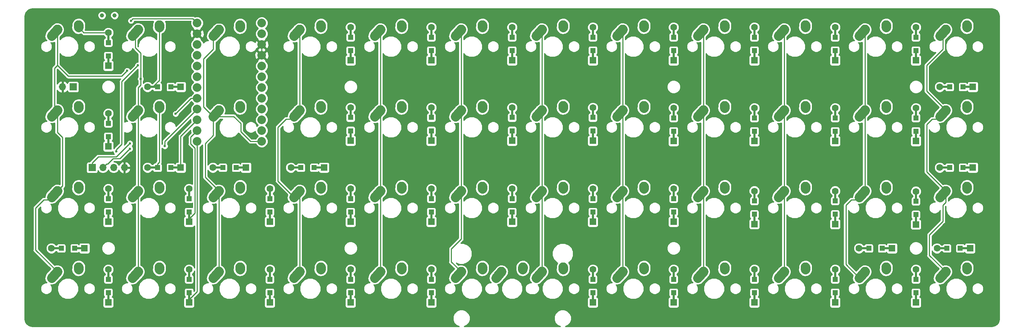
<source format=gtl>
G04 #@! TF.GenerationSoftware,KiCad,Pcbnew,(5.0.0)*
G04 #@! TF.CreationDate,2018-11-10T23:00:33-06:00*
G04 #@! TF.ProjectId,Contra,436F6E7472612E6B696361645F706362,rev?*
G04 #@! TF.SameCoordinates,Original*
G04 #@! TF.FileFunction,Copper,L1,Top,Signal*
G04 #@! TF.FilePolarity,Positive*
%FSLAX46Y46*%
G04 Gerber Fmt 4.6, Leading zero omitted, Abs format (unit mm)*
G04 Created by KiCad (PCBNEW (5.0.0)) date 11/10/18 23:00:33*
%MOMM*%
%LPD*%
G01*
G04 APERTURE LIST*
G04 #@! TA.AperFunction,ComponentPad*
%ADD10C,2.250000*%
G04 #@! TD*
G04 #@! TA.AperFunction,Conductor*
%ADD11C,2.250000*%
G04 #@! TD*
G04 #@! TA.AperFunction,ComponentPad*
%ADD12C,2.032000*%
G04 #@! TD*
G04 #@! TA.AperFunction,ComponentPad*
%ADD13R,1.700000X1.700000*%
G04 #@! TD*
G04 #@! TA.AperFunction,ComponentPad*
%ADD14O,1.700000X1.700000*%
G04 #@! TD*
G04 #@! TA.AperFunction,Conductor*
%ADD15R,0.500000X2.500000*%
G04 #@! TD*
G04 #@! TA.AperFunction,ComponentPad*
%ADD16C,1.600000*%
G04 #@! TD*
G04 #@! TA.AperFunction,ComponentPad*
%ADD17R,1.600000X1.600000*%
G04 #@! TD*
G04 #@! TA.AperFunction,SMDPad,CuDef*
%ADD18R,1.200000X1.200000*%
G04 #@! TD*
G04 #@! TA.AperFunction,Conductor*
%ADD19R,2.500000X0.500000*%
G04 #@! TD*
G04 #@! TA.AperFunction,WasherPad*
%ADD20C,1.000000*%
G04 #@! TD*
G04 #@! TA.AperFunction,ViaPad*
%ADD21C,0.600000*%
G04 #@! TD*
G04 #@! TA.AperFunction,Conductor*
%ADD22C,0.250000*%
G04 #@! TD*
G04 #@! TA.AperFunction,Conductor*
%ADD23C,0.254000*%
G04 #@! TD*
G04 APERTURE END LIST*
D10*
G04 #@! TO.P,MX26,2*
G04 #@! TO.N,Net-(D26-Pad2)*
X59670000Y-71410000D03*
D11*
G04 #@! TD*
G04 #@! TO.N,Net-(D26-Pad2)*
G04 #@! TO.C,MX26*
X59650000Y-71700000D02*
X59690000Y-71120000D01*
D10*
G04 #@! TO.P,MX26,2*
G04 #@! TO.N,Net-(D26-Pad2)*
X59690000Y-71120000D03*
G04 #@! TO.P,MX26,1*
G04 #@! TO.N,COL1*
X53995001Y-72930000D03*
D11*
G04 #@! TD*
G04 #@! TO.N,COL1*
G04 #@! TO.C,MX26*
X53340000Y-73660000D02*
X54650002Y-72200000D01*
D10*
G04 #@! TO.P,MX26,1*
G04 #@! TO.N,COL1*
X54650000Y-72200000D03*
G04 #@! TD*
G04 #@! TO.P,MX48,2*
G04 #@! TO.N,Net-(D48-Pad2)*
X250170000Y-90460000D03*
D11*
G04 #@! TD*
G04 #@! TO.N,Net-(D48-Pad2)*
G04 #@! TO.C,MX48*
X250150000Y-90750000D02*
X250190000Y-90170000D01*
D10*
G04 #@! TO.P,MX48,2*
G04 #@! TO.N,Net-(D48-Pad2)*
X250190000Y-90170000D03*
G04 #@! TO.P,MX48,1*
G04 #@! TO.N,COL11*
X244495001Y-91980000D03*
D11*
G04 #@! TD*
G04 #@! TO.N,COL11*
G04 #@! TO.C,MX48*
X243840000Y-92710000D02*
X245150002Y-91250000D01*
D10*
G04 #@! TO.P,MX48,1*
G04 #@! TO.N,COL11*
X245150000Y-91250000D03*
G04 #@! TD*
D12*
G04 #@! TO.P,U1,1*
G04 #@! TO.N,COL11*
X83820000Y-32543750D03*
G04 #@! TO.P,U1,2*
G04 #@! TO.N,COL10*
X83820000Y-35083750D03*
G04 #@! TO.P,U1,3*
G04 #@! TO.N,GND*
X83820000Y-37623750D03*
G04 #@! TO.P,U1,4*
X83820000Y-40163750D03*
G04 #@! TO.P,U1,5*
G04 #@! TO.N,COL9*
X83820000Y-42703750D03*
G04 #@! TO.P,U1,6*
G04 #@! TO.N,COL8*
X83820000Y-45243750D03*
G04 #@! TO.P,U1,7*
G04 #@! TO.N,COL7*
X83820000Y-47783750D03*
G04 #@! TO.P,U1,8*
G04 #@! TO.N,COL6*
X83820000Y-50323750D03*
G04 #@! TO.P,U1,9*
G04 #@! TO.N,COL5*
X83820000Y-52863750D03*
G04 #@! TO.P,U1,10*
G04 #@! TO.N,COL4*
X83820000Y-55403750D03*
G04 #@! TO.P,U1,11*
G04 #@! TO.N,COL3*
X83820000Y-57943750D03*
G04 #@! TO.P,U1,12*
G04 #@! TO.N,COL2*
X83820000Y-60483750D03*
G04 #@! TO.P,U1,24*
G04 #@! TO.N,Net-(SW2-Pad2)*
X68580000Y-32543750D03*
G04 #@! TO.P,U1,23*
G04 #@! TO.N,GND*
X68580000Y-35083750D03*
G04 #@! TO.P,U1,22*
G04 #@! TO.N,Net-(SW1-Pad1)*
X68580000Y-37623750D03*
G04 #@! TO.P,U1,21*
G04 #@! TO.N,+5V*
X68580000Y-40163750D03*
G04 #@! TO.P,U1,20*
G04 #@! TO.N,COL0*
X68580000Y-42703750D03*
G04 #@! TO.P,U1,19*
G04 #@! TO.N,COL1*
X68580000Y-45243750D03*
G04 #@! TO.P,U1,18*
G04 #@! TO.N,ROW0*
X68580000Y-47783750D03*
G04 #@! TO.P,U1,17*
G04 #@! TO.N,Net-(J9-Pad1)*
X68580000Y-50323750D03*
G04 #@! TO.P,U1,16*
G04 #@! TO.N,Net-(J9-Pad2)*
X68580000Y-52863750D03*
G04 #@! TO.P,U1,15*
G04 #@! TO.N,ROW1*
X68580000Y-55403750D03*
G04 #@! TO.P,U1,14*
G04 #@! TO.N,ROW2*
X68580000Y-57943750D03*
G04 #@! TO.P,U1,13*
G04 #@! TO.N,ROW3*
X68580000Y-60483750D03*
G04 #@! TD*
D10*
G04 #@! TO.P,MX49,2*
G04 #@! TO.N,Net-(D42-Pad2)*
X145395000Y-90460000D03*
D11*
G04 #@! TD*
G04 #@! TO.N,Net-(D42-Pad2)*
G04 #@! TO.C,MX49*
X145375000Y-90750000D02*
X145415000Y-90170000D01*
D10*
G04 #@! TO.P,MX49,2*
G04 #@! TO.N,Net-(D42-Pad2)*
X145415000Y-90170000D03*
G04 #@! TO.P,MX49,1*
G04 #@! TO.N,COL5*
X139720001Y-91980000D03*
D11*
G04 #@! TD*
G04 #@! TO.N,COL5*
G04 #@! TO.C,MX49*
X139065000Y-92710000D02*
X140375002Y-91250000D01*
D10*
G04 #@! TO.P,MX49,1*
G04 #@! TO.N,COL5*
X140375000Y-91250000D03*
G04 #@! TD*
G04 #@! TO.P,MX47,2*
G04 #@! TO.N,Net-(D47-Pad2)*
X231120000Y-90460000D03*
D11*
G04 #@! TD*
G04 #@! TO.N,Net-(D47-Pad2)*
G04 #@! TO.C,MX47*
X231100000Y-90750000D02*
X231140000Y-90170000D01*
D10*
G04 #@! TO.P,MX47,2*
G04 #@! TO.N,Net-(D47-Pad2)*
X231140000Y-90170000D03*
G04 #@! TO.P,MX47,1*
G04 #@! TO.N,COL10*
X225445001Y-91980000D03*
D11*
G04 #@! TD*
G04 #@! TO.N,COL10*
G04 #@! TO.C,MX47*
X224790000Y-92710000D02*
X226100002Y-91250000D01*
D10*
G04 #@! TO.P,MX47,1*
G04 #@! TO.N,COL10*
X226100000Y-91250000D03*
G04 #@! TD*
G04 #@! TO.P,MX46,2*
G04 #@! TO.N,Net-(D46-Pad2)*
X212070000Y-90460000D03*
D11*
G04 #@! TD*
G04 #@! TO.N,Net-(D46-Pad2)*
G04 #@! TO.C,MX46*
X212050000Y-90750000D02*
X212090000Y-90170000D01*
D10*
G04 #@! TO.P,MX46,2*
G04 #@! TO.N,Net-(D46-Pad2)*
X212090000Y-90170000D03*
G04 #@! TO.P,MX46,1*
G04 #@! TO.N,COL9*
X206395001Y-91980000D03*
D11*
G04 #@! TD*
G04 #@! TO.N,COL9*
G04 #@! TO.C,MX46*
X205740000Y-92710000D02*
X207050002Y-91250000D01*
D10*
G04 #@! TO.P,MX46,1*
G04 #@! TO.N,COL9*
X207050000Y-91250000D03*
G04 #@! TD*
G04 #@! TO.P,MX45,2*
G04 #@! TO.N,Net-(D45-Pad2)*
X193020000Y-90460000D03*
D11*
G04 #@! TD*
G04 #@! TO.N,Net-(D45-Pad2)*
G04 #@! TO.C,MX45*
X193000000Y-90750000D02*
X193040000Y-90170000D01*
D10*
G04 #@! TO.P,MX45,2*
G04 #@! TO.N,Net-(D45-Pad2)*
X193040000Y-90170000D03*
G04 #@! TO.P,MX45,1*
G04 #@! TO.N,COL8*
X187345001Y-91980000D03*
D11*
G04 #@! TD*
G04 #@! TO.N,COL8*
G04 #@! TO.C,MX45*
X186690000Y-92710000D02*
X188000002Y-91250000D01*
D10*
G04 #@! TO.P,MX45,1*
G04 #@! TO.N,COL8*
X188000000Y-91250000D03*
G04 #@! TD*
G04 #@! TO.P,MX44,2*
G04 #@! TO.N,Net-(D44-Pad2)*
X173970000Y-90460000D03*
D11*
G04 #@! TD*
G04 #@! TO.N,Net-(D44-Pad2)*
G04 #@! TO.C,MX44*
X173950000Y-90750000D02*
X173990000Y-90170000D01*
D10*
G04 #@! TO.P,MX44,2*
G04 #@! TO.N,Net-(D44-Pad2)*
X173990000Y-90170000D03*
G04 #@! TO.P,MX44,1*
G04 #@! TO.N,COL7*
X168295001Y-91980000D03*
D11*
G04 #@! TD*
G04 #@! TO.N,COL7*
G04 #@! TO.C,MX44*
X167640000Y-92710000D02*
X168950002Y-91250000D01*
D10*
G04 #@! TO.P,MX44,1*
G04 #@! TO.N,COL7*
X168950000Y-91250000D03*
G04 #@! TD*
G04 #@! TO.P,MX43,2*
G04 #@! TO.N,Net-(D43-Pad2)*
X154920000Y-90460000D03*
D11*
G04 #@! TD*
G04 #@! TO.N,Net-(D43-Pad2)*
G04 #@! TO.C,MX43*
X154900000Y-90750000D02*
X154940000Y-90170000D01*
D10*
G04 #@! TO.P,MX43,2*
G04 #@! TO.N,Net-(D43-Pad2)*
X154940000Y-90170000D03*
G04 #@! TO.P,MX43,1*
G04 #@! TO.N,COL6*
X149245001Y-91980000D03*
D11*
G04 #@! TD*
G04 #@! TO.N,COL6*
G04 #@! TO.C,MX43*
X148590000Y-92710000D02*
X149900002Y-91250000D01*
D10*
G04 #@! TO.P,MX43,1*
G04 #@! TO.N,COL6*
X149900000Y-91250000D03*
G04 #@! TD*
G04 #@! TO.P,MX42,2*
G04 #@! TO.N,Net-(D42-Pad2)*
X135870000Y-90460000D03*
D11*
G04 #@! TD*
G04 #@! TO.N,Net-(D42-Pad2)*
G04 #@! TO.C,MX42*
X135850000Y-90750000D02*
X135890000Y-90170000D01*
D10*
G04 #@! TO.P,MX42,2*
G04 #@! TO.N,Net-(D42-Pad2)*
X135890000Y-90170000D03*
G04 #@! TO.P,MX42,1*
G04 #@! TO.N,COL5*
X130195001Y-91980000D03*
D11*
G04 #@! TD*
G04 #@! TO.N,COL5*
G04 #@! TO.C,MX42*
X129540000Y-92710000D02*
X130850002Y-91250000D01*
D10*
G04 #@! TO.P,MX42,1*
G04 #@! TO.N,COL5*
X130850000Y-91250000D03*
G04 #@! TD*
G04 #@! TO.P,MX41,2*
G04 #@! TO.N,Net-(D41-Pad2)*
X116820000Y-90460000D03*
D11*
G04 #@! TD*
G04 #@! TO.N,Net-(D41-Pad2)*
G04 #@! TO.C,MX41*
X116800000Y-90750000D02*
X116840000Y-90170000D01*
D10*
G04 #@! TO.P,MX41,2*
G04 #@! TO.N,Net-(D41-Pad2)*
X116840000Y-90170000D03*
G04 #@! TO.P,MX41,1*
G04 #@! TO.N,COL4*
X111145001Y-91980000D03*
D11*
G04 #@! TD*
G04 #@! TO.N,COL4*
G04 #@! TO.C,MX41*
X110490000Y-92710000D02*
X111800002Y-91250000D01*
D10*
G04 #@! TO.P,MX41,1*
G04 #@! TO.N,COL4*
X111800000Y-91250000D03*
G04 #@! TD*
G04 #@! TO.P,MX40,2*
G04 #@! TO.N,Net-(D40-Pad2)*
X97770000Y-90460000D03*
D11*
G04 #@! TD*
G04 #@! TO.N,Net-(D40-Pad2)*
G04 #@! TO.C,MX40*
X97750000Y-90750000D02*
X97790000Y-90170000D01*
D10*
G04 #@! TO.P,MX40,2*
G04 #@! TO.N,Net-(D40-Pad2)*
X97790000Y-90170000D03*
G04 #@! TO.P,MX40,1*
G04 #@! TO.N,COL3*
X92095001Y-91980000D03*
D11*
G04 #@! TD*
G04 #@! TO.N,COL3*
G04 #@! TO.C,MX40*
X91440000Y-92710000D02*
X92750002Y-91250000D01*
D10*
G04 #@! TO.P,MX40,1*
G04 #@! TO.N,COL3*
X92750000Y-91250000D03*
G04 #@! TD*
G04 #@! TO.P,MX39,2*
G04 #@! TO.N,Net-(D39-Pad2)*
X78720000Y-90460000D03*
D11*
G04 #@! TD*
G04 #@! TO.N,Net-(D39-Pad2)*
G04 #@! TO.C,MX39*
X78700000Y-90750000D02*
X78740000Y-90170000D01*
D10*
G04 #@! TO.P,MX39,2*
G04 #@! TO.N,Net-(D39-Pad2)*
X78740000Y-90170000D03*
G04 #@! TO.P,MX39,1*
G04 #@! TO.N,COL2*
X73045001Y-91980000D03*
D11*
G04 #@! TD*
G04 #@! TO.N,COL2*
G04 #@! TO.C,MX39*
X72390000Y-92710000D02*
X73700002Y-91250000D01*
D10*
G04 #@! TO.P,MX39,1*
G04 #@! TO.N,COL2*
X73700000Y-91250000D03*
G04 #@! TD*
G04 #@! TO.P,MX38,2*
G04 #@! TO.N,Net-(D38-Pad2)*
X59670000Y-90460000D03*
D11*
G04 #@! TD*
G04 #@! TO.N,Net-(D38-Pad2)*
G04 #@! TO.C,MX38*
X59650000Y-90750000D02*
X59690000Y-90170000D01*
D10*
G04 #@! TO.P,MX38,2*
G04 #@! TO.N,Net-(D38-Pad2)*
X59690000Y-90170000D03*
G04 #@! TO.P,MX38,1*
G04 #@! TO.N,COL1*
X53995001Y-91980000D03*
D11*
G04 #@! TD*
G04 #@! TO.N,COL1*
G04 #@! TO.C,MX38*
X53340000Y-92710000D02*
X54650002Y-91250000D01*
D10*
G04 #@! TO.P,MX38,1*
G04 #@! TO.N,COL1*
X54650000Y-91250000D03*
G04 #@! TD*
G04 #@! TO.P,MX37,2*
G04 #@! TO.N,Net-(D37-Pad2)*
X40620000Y-90460000D03*
D11*
G04 #@! TD*
G04 #@! TO.N,Net-(D37-Pad2)*
G04 #@! TO.C,MX37*
X40600000Y-90750000D02*
X40640000Y-90170000D01*
D10*
G04 #@! TO.P,MX37,2*
G04 #@! TO.N,Net-(D37-Pad2)*
X40640000Y-90170000D03*
G04 #@! TO.P,MX37,1*
G04 #@! TO.N,COL0*
X34945001Y-91980000D03*
D11*
G04 #@! TD*
G04 #@! TO.N,COL0*
G04 #@! TO.C,MX37*
X34290000Y-92710000D02*
X35600002Y-91250000D01*
D10*
G04 #@! TO.P,MX37,1*
G04 #@! TO.N,COL0*
X35600000Y-91250000D03*
G04 #@! TD*
G04 #@! TO.P,MX36,2*
G04 #@! TO.N,Net-(D36-Pad2)*
X250170000Y-71410000D03*
D11*
G04 #@! TD*
G04 #@! TO.N,Net-(D36-Pad2)*
G04 #@! TO.C,MX36*
X250150000Y-71700000D02*
X250190000Y-71120000D01*
D10*
G04 #@! TO.P,MX36,2*
G04 #@! TO.N,Net-(D36-Pad2)*
X250190000Y-71120000D03*
G04 #@! TO.P,MX36,1*
G04 #@! TO.N,COL11*
X244495001Y-72930000D03*
D11*
G04 #@! TD*
G04 #@! TO.N,COL11*
G04 #@! TO.C,MX36*
X243840000Y-73660000D02*
X245150002Y-72200000D01*
D10*
G04 #@! TO.P,MX36,1*
G04 #@! TO.N,COL11*
X245150000Y-72200000D03*
G04 #@! TD*
G04 #@! TO.P,MX35,2*
G04 #@! TO.N,Net-(D35-Pad2)*
X231120000Y-71410000D03*
D11*
G04 #@! TD*
G04 #@! TO.N,Net-(D35-Pad2)*
G04 #@! TO.C,MX35*
X231100000Y-71700000D02*
X231140000Y-71120000D01*
D10*
G04 #@! TO.P,MX35,2*
G04 #@! TO.N,Net-(D35-Pad2)*
X231140000Y-71120000D03*
G04 #@! TO.P,MX35,1*
G04 #@! TO.N,COL10*
X225445001Y-72930000D03*
D11*
G04 #@! TD*
G04 #@! TO.N,COL10*
G04 #@! TO.C,MX35*
X224790000Y-73660000D02*
X226100002Y-72200000D01*
D10*
G04 #@! TO.P,MX35,1*
G04 #@! TO.N,COL10*
X226100000Y-72200000D03*
G04 #@! TD*
G04 #@! TO.P,MX34,2*
G04 #@! TO.N,Net-(D34-Pad2)*
X212070000Y-71410000D03*
D11*
G04 #@! TD*
G04 #@! TO.N,Net-(D34-Pad2)*
G04 #@! TO.C,MX34*
X212050000Y-71700000D02*
X212090000Y-71120000D01*
D10*
G04 #@! TO.P,MX34,2*
G04 #@! TO.N,Net-(D34-Pad2)*
X212090000Y-71120000D03*
G04 #@! TO.P,MX34,1*
G04 #@! TO.N,COL9*
X206395001Y-72930000D03*
D11*
G04 #@! TD*
G04 #@! TO.N,COL9*
G04 #@! TO.C,MX34*
X205740000Y-73660000D02*
X207050002Y-72200000D01*
D10*
G04 #@! TO.P,MX34,1*
G04 #@! TO.N,COL9*
X207050000Y-72200000D03*
G04 #@! TD*
G04 #@! TO.P,MX33,2*
G04 #@! TO.N,Net-(D33-Pad2)*
X193020000Y-71410000D03*
D11*
G04 #@! TD*
G04 #@! TO.N,Net-(D33-Pad2)*
G04 #@! TO.C,MX33*
X193000000Y-71700000D02*
X193040000Y-71120000D01*
D10*
G04 #@! TO.P,MX33,2*
G04 #@! TO.N,Net-(D33-Pad2)*
X193040000Y-71120000D03*
G04 #@! TO.P,MX33,1*
G04 #@! TO.N,COL8*
X187345001Y-72930000D03*
D11*
G04 #@! TD*
G04 #@! TO.N,COL8*
G04 #@! TO.C,MX33*
X186690000Y-73660000D02*
X188000002Y-72200000D01*
D10*
G04 #@! TO.P,MX33,1*
G04 #@! TO.N,COL8*
X188000000Y-72200000D03*
G04 #@! TD*
G04 #@! TO.P,MX32,2*
G04 #@! TO.N,Net-(D32-Pad2)*
X173970000Y-71410000D03*
D11*
G04 #@! TD*
G04 #@! TO.N,Net-(D32-Pad2)*
G04 #@! TO.C,MX32*
X173950000Y-71700000D02*
X173990000Y-71120000D01*
D10*
G04 #@! TO.P,MX32,2*
G04 #@! TO.N,Net-(D32-Pad2)*
X173990000Y-71120000D03*
G04 #@! TO.P,MX32,1*
G04 #@! TO.N,COL7*
X168295001Y-72930000D03*
D11*
G04 #@! TD*
G04 #@! TO.N,COL7*
G04 #@! TO.C,MX32*
X167640000Y-73660000D02*
X168950002Y-72200000D01*
D10*
G04 #@! TO.P,MX32,1*
G04 #@! TO.N,COL7*
X168950000Y-72200000D03*
G04 #@! TD*
G04 #@! TO.P,MX31,2*
G04 #@! TO.N,Net-(D31-Pad2)*
X154920000Y-71410000D03*
D11*
G04 #@! TD*
G04 #@! TO.N,Net-(D31-Pad2)*
G04 #@! TO.C,MX31*
X154900000Y-71700000D02*
X154940000Y-71120000D01*
D10*
G04 #@! TO.P,MX31,2*
G04 #@! TO.N,Net-(D31-Pad2)*
X154940000Y-71120000D03*
G04 #@! TO.P,MX31,1*
G04 #@! TO.N,COL6*
X149245001Y-72930000D03*
D11*
G04 #@! TD*
G04 #@! TO.N,COL6*
G04 #@! TO.C,MX31*
X148590000Y-73660000D02*
X149900002Y-72200000D01*
D10*
G04 #@! TO.P,MX31,1*
G04 #@! TO.N,COL6*
X149900000Y-72200000D03*
G04 #@! TD*
G04 #@! TO.P,MX30,2*
G04 #@! TO.N,Net-(D30-Pad2)*
X135870000Y-71410000D03*
D11*
G04 #@! TD*
G04 #@! TO.N,Net-(D30-Pad2)*
G04 #@! TO.C,MX30*
X135850000Y-71700000D02*
X135890000Y-71120000D01*
D10*
G04 #@! TO.P,MX30,2*
G04 #@! TO.N,Net-(D30-Pad2)*
X135890000Y-71120000D03*
G04 #@! TO.P,MX30,1*
G04 #@! TO.N,COL5*
X130195001Y-72930000D03*
D11*
G04 #@! TD*
G04 #@! TO.N,COL5*
G04 #@! TO.C,MX30*
X129540000Y-73660000D02*
X130850002Y-72200000D01*
D10*
G04 #@! TO.P,MX30,1*
G04 #@! TO.N,COL5*
X130850000Y-72200000D03*
G04 #@! TD*
G04 #@! TO.P,MX29,2*
G04 #@! TO.N,Net-(D29-Pad2)*
X116820000Y-71410000D03*
D11*
G04 #@! TD*
G04 #@! TO.N,Net-(D29-Pad2)*
G04 #@! TO.C,MX29*
X116800000Y-71700000D02*
X116840000Y-71120000D01*
D10*
G04 #@! TO.P,MX29,2*
G04 #@! TO.N,Net-(D29-Pad2)*
X116840000Y-71120000D03*
G04 #@! TO.P,MX29,1*
G04 #@! TO.N,COL4*
X111145001Y-72930000D03*
D11*
G04 #@! TD*
G04 #@! TO.N,COL4*
G04 #@! TO.C,MX29*
X110490000Y-73660000D02*
X111800002Y-72200000D01*
D10*
G04 #@! TO.P,MX29,1*
G04 #@! TO.N,COL4*
X111800000Y-72200000D03*
G04 #@! TD*
G04 #@! TO.P,MX28,2*
G04 #@! TO.N,Net-(D28-Pad2)*
X97770000Y-71410000D03*
D11*
G04 #@! TD*
G04 #@! TO.N,Net-(D28-Pad2)*
G04 #@! TO.C,MX28*
X97750000Y-71700000D02*
X97790000Y-71120000D01*
D10*
G04 #@! TO.P,MX28,2*
G04 #@! TO.N,Net-(D28-Pad2)*
X97790000Y-71120000D03*
G04 #@! TO.P,MX28,1*
G04 #@! TO.N,COL3*
X92095001Y-72930000D03*
D11*
G04 #@! TD*
G04 #@! TO.N,COL3*
G04 #@! TO.C,MX28*
X91440000Y-73660000D02*
X92750002Y-72200000D01*
D10*
G04 #@! TO.P,MX28,1*
G04 #@! TO.N,COL3*
X92750000Y-72200000D03*
G04 #@! TD*
G04 #@! TO.P,MX27,2*
G04 #@! TO.N,Net-(D27-Pad2)*
X78720000Y-71410000D03*
D11*
G04 #@! TD*
G04 #@! TO.N,Net-(D27-Pad2)*
G04 #@! TO.C,MX27*
X78700000Y-71700000D02*
X78740000Y-71120000D01*
D10*
G04 #@! TO.P,MX27,2*
G04 #@! TO.N,Net-(D27-Pad2)*
X78740000Y-71120000D03*
G04 #@! TO.P,MX27,1*
G04 #@! TO.N,COL2*
X73045001Y-72930000D03*
D11*
G04 #@! TD*
G04 #@! TO.N,COL2*
G04 #@! TO.C,MX27*
X72390000Y-73660000D02*
X73700002Y-72200000D01*
D10*
G04 #@! TO.P,MX27,1*
G04 #@! TO.N,COL2*
X73700000Y-72200000D03*
G04 #@! TD*
G04 #@! TO.P,MX25,2*
G04 #@! TO.N,Net-(D25-Pad2)*
X40620000Y-71410000D03*
D11*
G04 #@! TD*
G04 #@! TO.N,Net-(D25-Pad2)*
G04 #@! TO.C,MX25*
X40600000Y-71700000D02*
X40640000Y-71120000D01*
D10*
G04 #@! TO.P,MX25,2*
G04 #@! TO.N,Net-(D25-Pad2)*
X40640000Y-71120000D03*
G04 #@! TO.P,MX25,1*
G04 #@! TO.N,COL0*
X34945001Y-72930000D03*
D11*
G04 #@! TD*
G04 #@! TO.N,COL0*
G04 #@! TO.C,MX25*
X34290000Y-73660000D02*
X35600002Y-72200000D01*
D10*
G04 #@! TO.P,MX25,1*
G04 #@! TO.N,COL0*
X35600000Y-72200000D03*
G04 #@! TD*
G04 #@! TO.P,MX24,2*
G04 #@! TO.N,Net-(D24-Pad2)*
X250170000Y-52360000D03*
D11*
G04 #@! TD*
G04 #@! TO.N,Net-(D24-Pad2)*
G04 #@! TO.C,MX24*
X250150000Y-52650000D02*
X250190000Y-52070000D01*
D10*
G04 #@! TO.P,MX24,2*
G04 #@! TO.N,Net-(D24-Pad2)*
X250190000Y-52070000D03*
G04 #@! TO.P,MX24,1*
G04 #@! TO.N,COL11*
X244495001Y-53880000D03*
D11*
G04 #@! TD*
G04 #@! TO.N,COL11*
G04 #@! TO.C,MX24*
X243840000Y-54610000D02*
X245150002Y-53150000D01*
D10*
G04 #@! TO.P,MX24,1*
G04 #@! TO.N,COL11*
X245150000Y-53150000D03*
G04 #@! TD*
G04 #@! TO.P,MX23,2*
G04 #@! TO.N,Net-(D23-Pad2)*
X231120000Y-52360000D03*
D11*
G04 #@! TD*
G04 #@! TO.N,Net-(D23-Pad2)*
G04 #@! TO.C,MX23*
X231100000Y-52650000D02*
X231140000Y-52070000D01*
D10*
G04 #@! TO.P,MX23,2*
G04 #@! TO.N,Net-(D23-Pad2)*
X231140000Y-52070000D03*
G04 #@! TO.P,MX23,1*
G04 #@! TO.N,COL10*
X225445001Y-53880000D03*
D11*
G04 #@! TD*
G04 #@! TO.N,COL10*
G04 #@! TO.C,MX23*
X224790000Y-54610000D02*
X226100002Y-53150000D01*
D10*
G04 #@! TO.P,MX23,1*
G04 #@! TO.N,COL10*
X226100000Y-53150000D03*
G04 #@! TD*
G04 #@! TO.P,MX22,2*
G04 #@! TO.N,Net-(D22-Pad2)*
X212070000Y-52360000D03*
D11*
G04 #@! TD*
G04 #@! TO.N,Net-(D22-Pad2)*
G04 #@! TO.C,MX22*
X212050000Y-52650000D02*
X212090000Y-52070000D01*
D10*
G04 #@! TO.P,MX22,2*
G04 #@! TO.N,Net-(D22-Pad2)*
X212090000Y-52070000D03*
G04 #@! TO.P,MX22,1*
G04 #@! TO.N,COL9*
X206395001Y-53880000D03*
D11*
G04 #@! TD*
G04 #@! TO.N,COL9*
G04 #@! TO.C,MX22*
X205740000Y-54610000D02*
X207050002Y-53150000D01*
D10*
G04 #@! TO.P,MX22,1*
G04 #@! TO.N,COL9*
X207050000Y-53150000D03*
G04 #@! TD*
G04 #@! TO.P,MX21,2*
G04 #@! TO.N,Net-(D21-Pad2)*
X193020000Y-52360000D03*
D11*
G04 #@! TD*
G04 #@! TO.N,Net-(D21-Pad2)*
G04 #@! TO.C,MX21*
X193000000Y-52650000D02*
X193040000Y-52070000D01*
D10*
G04 #@! TO.P,MX21,2*
G04 #@! TO.N,Net-(D21-Pad2)*
X193040000Y-52070000D03*
G04 #@! TO.P,MX21,1*
G04 #@! TO.N,COL8*
X187345001Y-53880000D03*
D11*
G04 #@! TD*
G04 #@! TO.N,COL8*
G04 #@! TO.C,MX21*
X186690000Y-54610000D02*
X188000002Y-53150000D01*
D10*
G04 #@! TO.P,MX21,1*
G04 #@! TO.N,COL8*
X188000000Y-53150000D03*
G04 #@! TD*
G04 #@! TO.P,MX20,2*
G04 #@! TO.N,Net-(D20-Pad2)*
X173970000Y-52360000D03*
D11*
G04 #@! TD*
G04 #@! TO.N,Net-(D20-Pad2)*
G04 #@! TO.C,MX20*
X173950000Y-52650000D02*
X173990000Y-52070000D01*
D10*
G04 #@! TO.P,MX20,2*
G04 #@! TO.N,Net-(D20-Pad2)*
X173990000Y-52070000D03*
G04 #@! TO.P,MX20,1*
G04 #@! TO.N,COL7*
X168295001Y-53880000D03*
D11*
G04 #@! TD*
G04 #@! TO.N,COL7*
G04 #@! TO.C,MX20*
X167640000Y-54610000D02*
X168950002Y-53150000D01*
D10*
G04 #@! TO.P,MX20,1*
G04 #@! TO.N,COL7*
X168950000Y-53150000D03*
G04 #@! TD*
G04 #@! TO.P,MX19,2*
G04 #@! TO.N,Net-(D19-Pad2)*
X154920000Y-52360000D03*
D11*
G04 #@! TD*
G04 #@! TO.N,Net-(D19-Pad2)*
G04 #@! TO.C,MX19*
X154900000Y-52650000D02*
X154940000Y-52070000D01*
D10*
G04 #@! TO.P,MX19,2*
G04 #@! TO.N,Net-(D19-Pad2)*
X154940000Y-52070000D03*
G04 #@! TO.P,MX19,1*
G04 #@! TO.N,COL6*
X149245001Y-53880000D03*
D11*
G04 #@! TD*
G04 #@! TO.N,COL6*
G04 #@! TO.C,MX19*
X148590000Y-54610000D02*
X149900002Y-53150000D01*
D10*
G04 #@! TO.P,MX19,1*
G04 #@! TO.N,COL6*
X149900000Y-53150000D03*
G04 #@! TD*
G04 #@! TO.P,MX18,2*
G04 #@! TO.N,Net-(D18-Pad2)*
X135870000Y-52360000D03*
D11*
G04 #@! TD*
G04 #@! TO.N,Net-(D18-Pad2)*
G04 #@! TO.C,MX18*
X135850000Y-52650000D02*
X135890000Y-52070000D01*
D10*
G04 #@! TO.P,MX18,2*
G04 #@! TO.N,Net-(D18-Pad2)*
X135890000Y-52070000D03*
G04 #@! TO.P,MX18,1*
G04 #@! TO.N,COL5*
X130195001Y-53880000D03*
D11*
G04 #@! TD*
G04 #@! TO.N,COL5*
G04 #@! TO.C,MX18*
X129540000Y-54610000D02*
X130850002Y-53150000D01*
D10*
G04 #@! TO.P,MX18,1*
G04 #@! TO.N,COL5*
X130850000Y-53150000D03*
G04 #@! TD*
G04 #@! TO.P,MX17,2*
G04 #@! TO.N,Net-(D17-Pad2)*
X116820000Y-52360000D03*
D11*
G04 #@! TD*
G04 #@! TO.N,Net-(D17-Pad2)*
G04 #@! TO.C,MX17*
X116800000Y-52650000D02*
X116840000Y-52070000D01*
D10*
G04 #@! TO.P,MX17,2*
G04 #@! TO.N,Net-(D17-Pad2)*
X116840000Y-52070000D03*
G04 #@! TO.P,MX17,1*
G04 #@! TO.N,COL4*
X111145001Y-53880000D03*
D11*
G04 #@! TD*
G04 #@! TO.N,COL4*
G04 #@! TO.C,MX17*
X110490000Y-54610000D02*
X111800002Y-53150000D01*
D10*
G04 #@! TO.P,MX17,1*
G04 #@! TO.N,COL4*
X111800000Y-53150000D03*
G04 #@! TD*
G04 #@! TO.P,MX16,2*
G04 #@! TO.N,Net-(D16-Pad2)*
X97770000Y-52360000D03*
D11*
G04 #@! TD*
G04 #@! TO.N,Net-(D16-Pad2)*
G04 #@! TO.C,MX16*
X97750000Y-52650000D02*
X97790000Y-52070000D01*
D10*
G04 #@! TO.P,MX16,2*
G04 #@! TO.N,Net-(D16-Pad2)*
X97790000Y-52070000D03*
G04 #@! TO.P,MX16,1*
G04 #@! TO.N,COL3*
X92095001Y-53880000D03*
D11*
G04 #@! TD*
G04 #@! TO.N,COL3*
G04 #@! TO.C,MX16*
X91440000Y-54610000D02*
X92750002Y-53150000D01*
D10*
G04 #@! TO.P,MX16,1*
G04 #@! TO.N,COL3*
X92750000Y-53150000D03*
G04 #@! TD*
G04 #@! TO.P,MX15,2*
G04 #@! TO.N,Net-(D15-Pad2)*
X78720000Y-52360000D03*
D11*
G04 #@! TD*
G04 #@! TO.N,Net-(D15-Pad2)*
G04 #@! TO.C,MX15*
X78700000Y-52650000D02*
X78740000Y-52070000D01*
D10*
G04 #@! TO.P,MX15,2*
G04 #@! TO.N,Net-(D15-Pad2)*
X78740000Y-52070000D03*
G04 #@! TO.P,MX15,1*
G04 #@! TO.N,COL2*
X73045001Y-53880000D03*
D11*
G04 #@! TD*
G04 #@! TO.N,COL2*
G04 #@! TO.C,MX15*
X72390000Y-54610000D02*
X73700002Y-53150000D01*
D10*
G04 #@! TO.P,MX15,1*
G04 #@! TO.N,COL2*
X73700000Y-53150000D03*
G04 #@! TD*
G04 #@! TO.P,MX14,2*
G04 #@! TO.N,Net-(D14-Pad2)*
X59670000Y-52360000D03*
D11*
G04 #@! TD*
G04 #@! TO.N,Net-(D14-Pad2)*
G04 #@! TO.C,MX14*
X59650000Y-52650000D02*
X59690000Y-52070000D01*
D10*
G04 #@! TO.P,MX14,2*
G04 #@! TO.N,Net-(D14-Pad2)*
X59690000Y-52070000D03*
G04 #@! TO.P,MX14,1*
G04 #@! TO.N,COL1*
X53995001Y-53880000D03*
D11*
G04 #@! TD*
G04 #@! TO.N,COL1*
G04 #@! TO.C,MX14*
X53340000Y-54610000D02*
X54650002Y-53150000D01*
D10*
G04 #@! TO.P,MX14,1*
G04 #@! TO.N,COL1*
X54650000Y-53150000D03*
G04 #@! TD*
G04 #@! TO.P,MX13,2*
G04 #@! TO.N,Net-(D13-Pad2)*
X40620000Y-52360000D03*
D11*
G04 #@! TD*
G04 #@! TO.N,Net-(D13-Pad2)*
G04 #@! TO.C,MX13*
X40600000Y-52650000D02*
X40640000Y-52070000D01*
D10*
G04 #@! TO.P,MX13,2*
G04 #@! TO.N,Net-(D13-Pad2)*
X40640000Y-52070000D03*
G04 #@! TO.P,MX13,1*
G04 #@! TO.N,COL0*
X34945001Y-53880000D03*
D11*
G04 #@! TD*
G04 #@! TO.N,COL0*
G04 #@! TO.C,MX13*
X34290000Y-54610000D02*
X35600002Y-53150000D01*
D10*
G04 #@! TO.P,MX13,1*
G04 #@! TO.N,COL0*
X35600000Y-53150000D03*
G04 #@! TD*
G04 #@! TO.P,MX12,2*
G04 #@! TO.N,Net-(D12-Pad2)*
X250170000Y-33310000D03*
D11*
G04 #@! TD*
G04 #@! TO.N,Net-(D12-Pad2)*
G04 #@! TO.C,MX12*
X250150000Y-33600000D02*
X250190000Y-33020000D01*
D10*
G04 #@! TO.P,MX12,2*
G04 #@! TO.N,Net-(D12-Pad2)*
X250190000Y-33020000D03*
G04 #@! TO.P,MX12,1*
G04 #@! TO.N,COL11*
X244495001Y-34830000D03*
D11*
G04 #@! TD*
G04 #@! TO.N,COL11*
G04 #@! TO.C,MX12*
X243840000Y-35560000D02*
X245150002Y-34100000D01*
D10*
G04 #@! TO.P,MX12,1*
G04 #@! TO.N,COL11*
X245150000Y-34100000D03*
G04 #@! TD*
G04 #@! TO.P,MX11,2*
G04 #@! TO.N,Net-(D11-Pad2)*
X231120000Y-33310000D03*
D11*
G04 #@! TD*
G04 #@! TO.N,Net-(D11-Pad2)*
G04 #@! TO.C,MX11*
X231100000Y-33600000D02*
X231140000Y-33020000D01*
D10*
G04 #@! TO.P,MX11,2*
G04 #@! TO.N,Net-(D11-Pad2)*
X231140000Y-33020000D03*
G04 #@! TO.P,MX11,1*
G04 #@! TO.N,COL10*
X225445001Y-34830000D03*
D11*
G04 #@! TD*
G04 #@! TO.N,COL10*
G04 #@! TO.C,MX11*
X224790000Y-35560000D02*
X226100002Y-34100000D01*
D10*
G04 #@! TO.P,MX11,1*
G04 #@! TO.N,COL10*
X226100000Y-34100000D03*
G04 #@! TD*
G04 #@! TO.P,MX10,2*
G04 #@! TO.N,Net-(D10-Pad2)*
X212070000Y-33310000D03*
D11*
G04 #@! TD*
G04 #@! TO.N,Net-(D10-Pad2)*
G04 #@! TO.C,MX10*
X212050000Y-33600000D02*
X212090000Y-33020000D01*
D10*
G04 #@! TO.P,MX10,2*
G04 #@! TO.N,Net-(D10-Pad2)*
X212090000Y-33020000D03*
G04 #@! TO.P,MX10,1*
G04 #@! TO.N,COL9*
X206395001Y-34830000D03*
D11*
G04 #@! TD*
G04 #@! TO.N,COL9*
G04 #@! TO.C,MX10*
X205740000Y-35560000D02*
X207050002Y-34100000D01*
D10*
G04 #@! TO.P,MX10,1*
G04 #@! TO.N,COL9*
X207050000Y-34100000D03*
G04 #@! TD*
G04 #@! TO.P,MX9,2*
G04 #@! TO.N,Net-(D9-Pad2)*
X193020000Y-33310000D03*
D11*
G04 #@! TD*
G04 #@! TO.N,Net-(D9-Pad2)*
G04 #@! TO.C,MX9*
X193000000Y-33600000D02*
X193040000Y-33020000D01*
D10*
G04 #@! TO.P,MX9,2*
G04 #@! TO.N,Net-(D9-Pad2)*
X193040000Y-33020000D03*
G04 #@! TO.P,MX9,1*
G04 #@! TO.N,COL8*
X187345001Y-34830000D03*
D11*
G04 #@! TD*
G04 #@! TO.N,COL8*
G04 #@! TO.C,MX9*
X186690000Y-35560000D02*
X188000002Y-34100000D01*
D10*
G04 #@! TO.P,MX9,1*
G04 #@! TO.N,COL8*
X188000000Y-34100000D03*
G04 #@! TD*
G04 #@! TO.P,MX8,2*
G04 #@! TO.N,Net-(D8-Pad2)*
X173970000Y-33310000D03*
D11*
G04 #@! TD*
G04 #@! TO.N,Net-(D8-Pad2)*
G04 #@! TO.C,MX8*
X173950000Y-33600000D02*
X173990000Y-33020000D01*
D10*
G04 #@! TO.P,MX8,2*
G04 #@! TO.N,Net-(D8-Pad2)*
X173990000Y-33020000D03*
G04 #@! TO.P,MX8,1*
G04 #@! TO.N,COL7*
X168295001Y-34830000D03*
D11*
G04 #@! TD*
G04 #@! TO.N,COL7*
G04 #@! TO.C,MX8*
X167640000Y-35560000D02*
X168950002Y-34100000D01*
D10*
G04 #@! TO.P,MX8,1*
G04 #@! TO.N,COL7*
X168950000Y-34100000D03*
G04 #@! TD*
G04 #@! TO.P,MX7,2*
G04 #@! TO.N,Net-(D7-Pad2)*
X154920000Y-33310000D03*
D11*
G04 #@! TD*
G04 #@! TO.N,Net-(D7-Pad2)*
G04 #@! TO.C,MX7*
X154900000Y-33600000D02*
X154940000Y-33020000D01*
D10*
G04 #@! TO.P,MX7,2*
G04 #@! TO.N,Net-(D7-Pad2)*
X154940000Y-33020000D03*
G04 #@! TO.P,MX7,1*
G04 #@! TO.N,COL6*
X149245001Y-34830000D03*
D11*
G04 #@! TD*
G04 #@! TO.N,COL6*
G04 #@! TO.C,MX7*
X148590000Y-35560000D02*
X149900002Y-34100000D01*
D10*
G04 #@! TO.P,MX7,1*
G04 #@! TO.N,COL6*
X149900000Y-34100000D03*
G04 #@! TD*
G04 #@! TO.P,MX6,2*
G04 #@! TO.N,Net-(D6-Pad2)*
X135870000Y-33310000D03*
D11*
G04 #@! TD*
G04 #@! TO.N,Net-(D6-Pad2)*
G04 #@! TO.C,MX6*
X135850000Y-33600000D02*
X135890000Y-33020000D01*
D10*
G04 #@! TO.P,MX6,2*
G04 #@! TO.N,Net-(D6-Pad2)*
X135890000Y-33020000D03*
G04 #@! TO.P,MX6,1*
G04 #@! TO.N,COL5*
X130195001Y-34830000D03*
D11*
G04 #@! TD*
G04 #@! TO.N,COL5*
G04 #@! TO.C,MX6*
X129540000Y-35560000D02*
X130850002Y-34100000D01*
D10*
G04 #@! TO.P,MX6,1*
G04 #@! TO.N,COL5*
X130850000Y-34100000D03*
G04 #@! TD*
G04 #@! TO.P,MX5,2*
G04 #@! TO.N,Net-(D5-Pad2)*
X116820000Y-33310000D03*
D11*
G04 #@! TD*
G04 #@! TO.N,Net-(D5-Pad2)*
G04 #@! TO.C,MX5*
X116800000Y-33600000D02*
X116840000Y-33020000D01*
D10*
G04 #@! TO.P,MX5,2*
G04 #@! TO.N,Net-(D5-Pad2)*
X116840000Y-33020000D03*
G04 #@! TO.P,MX5,1*
G04 #@! TO.N,COL4*
X111145001Y-34830000D03*
D11*
G04 #@! TD*
G04 #@! TO.N,COL4*
G04 #@! TO.C,MX5*
X110490000Y-35560000D02*
X111800002Y-34100000D01*
D10*
G04 #@! TO.P,MX5,1*
G04 #@! TO.N,COL4*
X111800000Y-34100000D03*
G04 #@! TD*
G04 #@! TO.P,MX4,2*
G04 #@! TO.N,Net-(D4-Pad2)*
X97770000Y-33310000D03*
D11*
G04 #@! TD*
G04 #@! TO.N,Net-(D4-Pad2)*
G04 #@! TO.C,MX4*
X97750000Y-33600000D02*
X97790000Y-33020000D01*
D10*
G04 #@! TO.P,MX4,2*
G04 #@! TO.N,Net-(D4-Pad2)*
X97790000Y-33020000D03*
G04 #@! TO.P,MX4,1*
G04 #@! TO.N,COL3*
X92095001Y-34830000D03*
D11*
G04 #@! TD*
G04 #@! TO.N,COL3*
G04 #@! TO.C,MX4*
X91440000Y-35560000D02*
X92750002Y-34100000D01*
D10*
G04 #@! TO.P,MX4,1*
G04 #@! TO.N,COL3*
X92750000Y-34100000D03*
G04 #@! TD*
G04 #@! TO.P,MX3,2*
G04 #@! TO.N,Net-(D3-Pad2)*
X78720000Y-33310000D03*
D11*
G04 #@! TD*
G04 #@! TO.N,Net-(D3-Pad2)*
G04 #@! TO.C,MX3*
X78700000Y-33600000D02*
X78740000Y-33020000D01*
D10*
G04 #@! TO.P,MX3,2*
G04 #@! TO.N,Net-(D3-Pad2)*
X78740000Y-33020000D03*
G04 #@! TO.P,MX3,1*
G04 #@! TO.N,COL2*
X73045001Y-34830000D03*
D11*
G04 #@! TD*
G04 #@! TO.N,COL2*
G04 #@! TO.C,MX3*
X72390000Y-35560000D02*
X73700002Y-34100000D01*
D10*
G04 #@! TO.P,MX3,1*
G04 #@! TO.N,COL2*
X73700000Y-34100000D03*
G04 #@! TD*
G04 #@! TO.P,MX2,2*
G04 #@! TO.N,Net-(D2-Pad2)*
X59670000Y-33310000D03*
D11*
G04 #@! TD*
G04 #@! TO.N,Net-(D2-Pad2)*
G04 #@! TO.C,MX2*
X59650000Y-33600000D02*
X59690000Y-33020000D01*
D10*
G04 #@! TO.P,MX2,2*
G04 #@! TO.N,Net-(D2-Pad2)*
X59690000Y-33020000D03*
G04 #@! TO.P,MX2,1*
G04 #@! TO.N,COL1*
X53995001Y-34830000D03*
D11*
G04 #@! TD*
G04 #@! TO.N,COL1*
G04 #@! TO.C,MX2*
X53340000Y-35560000D02*
X54650002Y-34100000D01*
D10*
G04 #@! TO.P,MX2,1*
G04 #@! TO.N,COL1*
X54650000Y-34100000D03*
G04 #@! TD*
G04 #@! TO.P,MX1,2*
G04 #@! TO.N,Net-(D1-Pad2)*
X40620000Y-33310000D03*
D11*
G04 #@! TD*
G04 #@! TO.N,Net-(D1-Pad2)*
G04 #@! TO.C,MX1*
X40600000Y-33600000D02*
X40640000Y-33020000D01*
D10*
G04 #@! TO.P,MX1,2*
G04 #@! TO.N,Net-(D1-Pad2)*
X40640000Y-33020000D03*
G04 #@! TO.P,MX1,1*
G04 #@! TO.N,COL0*
X34945001Y-34830000D03*
D11*
G04 #@! TD*
G04 #@! TO.N,COL0*
G04 #@! TO.C,MX1*
X34290000Y-35560000D02*
X35600002Y-34100000D01*
D10*
G04 #@! TO.P,MX1,1*
G04 #@! TO.N,COL0*
X35600000Y-34100000D03*
G04 #@! TD*
D13*
G04 #@! TO.P,J9,1*
G04 #@! TO.N,Net-(J9-Pad1)*
X43815000Y-66675000D03*
D14*
G04 #@! TO.P,J9,2*
G04 #@! TO.N,Net-(J9-Pad2)*
X46355000Y-66675000D03*
G04 #@! TO.P,J9,3*
G04 #@! TO.N,+5V*
X48895000Y-66675000D03*
G04 #@! TO.P,J9,4*
G04 #@! TO.N,GND*
X51435000Y-66675000D03*
G04 #@! TD*
D15*
G04 #@! TO.N,Net-(D1-Pad2)*
G04 #@! TO.C,D1*
X47625000Y-36035000D03*
G04 #@! TO.N,ROW0*
X47625000Y-41435000D03*
D16*
G04 #@! TD*
G04 #@! TO.P,D1,2*
G04 #@! TO.N,Net-(D1-Pad2)*
X47625000Y-34835000D03*
D17*
G04 #@! TO.P,D1,1*
G04 #@! TO.N,ROW0*
X47625000Y-42635000D03*
D18*
X47625000Y-40310000D03*
G04 #@! TO.P,D1,2*
G04 #@! TO.N,Net-(D1-Pad2)*
X47625000Y-37160000D03*
G04 #@! TD*
G04 #@! TO.P,D2,2*
G04 #@! TO.N,Net-(D2-Pad2)*
X59226250Y-47625000D03*
G04 #@! TO.P,D2,1*
G04 #@! TO.N,ROW0*
X62376250Y-47625000D03*
D17*
X64701250Y-47625000D03*
D16*
G04 #@! TO.P,D2,2*
G04 #@! TO.N,Net-(D2-Pad2)*
X56901250Y-47625000D03*
D19*
G04 #@! TD*
G04 #@! TO.N,ROW0*
G04 #@! TO.C,D2*
X63501250Y-47625000D03*
G04 #@! TO.N,Net-(D2-Pad2)*
G04 #@! TO.C,D2*
X58101250Y-47625000D03*
G04 #@! TD*
G04 #@! TO.N,Net-(D3-Pad2)*
G04 #@! TO.C,D3*
X73500000Y-66675000D03*
G04 #@! TO.N,ROW0*
X78900000Y-66675000D03*
D16*
G04 #@! TD*
G04 #@! TO.P,D3,2*
G04 #@! TO.N,Net-(D3-Pad2)*
X72300000Y-66675000D03*
D17*
G04 #@! TO.P,D3,1*
G04 #@! TO.N,ROW0*
X80100000Y-66675000D03*
D18*
X77775000Y-66675000D03*
G04 #@! TO.P,D3,2*
G04 #@! TO.N,Net-(D3-Pad2)*
X74625000Y-66675000D03*
G04 #@! TD*
G04 #@! TO.P,D4,2*
G04 #@! TO.N,Net-(D4-Pad2)*
X104775000Y-35890000D03*
G04 #@! TO.P,D4,1*
G04 #@! TO.N,ROW0*
X104775000Y-39040000D03*
D17*
X104775000Y-41365000D03*
D16*
G04 #@! TO.P,D4,2*
G04 #@! TO.N,Net-(D4-Pad2)*
X104775000Y-33565000D03*
D15*
G04 #@! TD*
G04 #@! TO.N,ROW0*
G04 #@! TO.C,D4*
X104775000Y-40165000D03*
G04 #@! TO.N,Net-(D4-Pad2)*
G04 #@! TO.C,D4*
X104775000Y-34765000D03*
G04 #@! TD*
G04 #@! TO.N,Net-(D5-Pad2)*
G04 #@! TO.C,D5*
X123825000Y-34765000D03*
G04 #@! TO.N,ROW0*
X123825000Y-40165000D03*
D16*
G04 #@! TD*
G04 #@! TO.P,D5,2*
G04 #@! TO.N,Net-(D5-Pad2)*
X123825000Y-33565000D03*
D17*
G04 #@! TO.P,D5,1*
G04 #@! TO.N,ROW0*
X123825000Y-41365000D03*
D18*
X123825000Y-39040000D03*
G04 #@! TO.P,D5,2*
G04 #@! TO.N,Net-(D5-Pad2)*
X123825000Y-35890000D03*
G04 #@! TD*
G04 #@! TO.P,D6,2*
G04 #@! TO.N,Net-(D6-Pad2)*
X142875000Y-35890000D03*
G04 #@! TO.P,D6,1*
G04 #@! TO.N,ROW0*
X142875000Y-39040000D03*
D17*
X142875000Y-41365000D03*
D16*
G04 #@! TO.P,D6,2*
G04 #@! TO.N,Net-(D6-Pad2)*
X142875000Y-33565000D03*
D15*
G04 #@! TD*
G04 #@! TO.N,ROW0*
G04 #@! TO.C,D6*
X142875000Y-40165000D03*
G04 #@! TO.N,Net-(D6-Pad2)*
G04 #@! TO.C,D6*
X142875000Y-34765000D03*
G04 #@! TD*
G04 #@! TO.N,Net-(D7-Pad2)*
G04 #@! TO.C,D7*
X161925000Y-34765000D03*
G04 #@! TO.N,ROW0*
X161925000Y-40165000D03*
D16*
G04 #@! TD*
G04 #@! TO.P,D7,2*
G04 #@! TO.N,Net-(D7-Pad2)*
X161925000Y-33565000D03*
D17*
G04 #@! TO.P,D7,1*
G04 #@! TO.N,ROW0*
X161925000Y-41365000D03*
D18*
X161925000Y-39040000D03*
G04 #@! TO.P,D7,2*
G04 #@! TO.N,Net-(D7-Pad2)*
X161925000Y-35890000D03*
G04 #@! TD*
G04 #@! TO.P,D8,2*
G04 #@! TO.N,Net-(D8-Pad2)*
X180975000Y-35890000D03*
G04 #@! TO.P,D8,1*
G04 #@! TO.N,ROW0*
X180975000Y-39040000D03*
D17*
X180975000Y-41365000D03*
D16*
G04 #@! TO.P,D8,2*
G04 #@! TO.N,Net-(D8-Pad2)*
X180975000Y-33565000D03*
D15*
G04 #@! TD*
G04 #@! TO.N,ROW0*
G04 #@! TO.C,D8*
X180975000Y-40165000D03*
G04 #@! TO.N,Net-(D8-Pad2)*
G04 #@! TO.C,D8*
X180975000Y-34765000D03*
G04 #@! TD*
G04 #@! TO.N,Net-(D9-Pad2)*
G04 #@! TO.C,D9*
X200025000Y-34765000D03*
G04 #@! TO.N,ROW0*
X200025000Y-40165000D03*
D16*
G04 #@! TD*
G04 #@! TO.P,D9,2*
G04 #@! TO.N,Net-(D9-Pad2)*
X200025000Y-33565000D03*
D17*
G04 #@! TO.P,D9,1*
G04 #@! TO.N,ROW0*
X200025000Y-41365000D03*
D18*
X200025000Y-39040000D03*
G04 #@! TO.P,D9,2*
G04 #@! TO.N,Net-(D9-Pad2)*
X200025000Y-35890000D03*
G04 #@! TD*
G04 #@! TO.P,D10,2*
G04 #@! TO.N,Net-(D10-Pad2)*
X219075000Y-35890000D03*
G04 #@! TO.P,D10,1*
G04 #@! TO.N,ROW0*
X219075000Y-39040000D03*
D17*
X219075000Y-41365000D03*
D16*
G04 #@! TO.P,D10,2*
G04 #@! TO.N,Net-(D10-Pad2)*
X219075000Y-33565000D03*
D15*
G04 #@! TD*
G04 #@! TO.N,ROW0*
G04 #@! TO.C,D10*
X219075000Y-40165000D03*
G04 #@! TO.N,Net-(D10-Pad2)*
G04 #@! TO.C,D10*
X219075000Y-34765000D03*
G04 #@! TD*
G04 #@! TO.N,Net-(D11-Pad2)*
G04 #@! TO.C,D11*
X238125000Y-34765000D03*
G04 #@! TO.N,ROW0*
X238125000Y-40165000D03*
D16*
G04 #@! TD*
G04 #@! TO.P,D11,2*
G04 #@! TO.N,Net-(D11-Pad2)*
X238125000Y-33565000D03*
D17*
G04 #@! TO.P,D11,1*
G04 #@! TO.N,ROW0*
X238125000Y-41365000D03*
D18*
X238125000Y-39040000D03*
G04 #@! TO.P,D11,2*
G04 #@! TO.N,Net-(D11-Pad2)*
X238125000Y-35890000D03*
G04 #@! TD*
G04 #@! TO.P,D12,2*
G04 #@! TO.N,Net-(D12-Pad2)*
X246075000Y-47625000D03*
G04 #@! TO.P,D12,1*
G04 #@! TO.N,ROW0*
X249225000Y-47625000D03*
D17*
X251550000Y-47625000D03*
D16*
G04 #@! TO.P,D12,2*
G04 #@! TO.N,Net-(D12-Pad2)*
X243750000Y-47625000D03*
D19*
G04 #@! TD*
G04 #@! TO.N,ROW0*
G04 #@! TO.C,D12*
X250350000Y-47625000D03*
G04 #@! TO.N,Net-(D12-Pad2)*
G04 #@! TO.C,D12*
X244950000Y-47625000D03*
G04 #@! TD*
D15*
G04 #@! TO.N,Net-(D13-Pad2)*
G04 #@! TO.C,D13*
X47625000Y-55085000D03*
G04 #@! TO.N,ROW1*
X47625000Y-60485000D03*
D16*
G04 #@! TD*
G04 #@! TO.P,D13,2*
G04 #@! TO.N,Net-(D13-Pad2)*
X47625000Y-53885000D03*
D17*
G04 #@! TO.P,D13,1*
G04 #@! TO.N,ROW1*
X47625000Y-61685000D03*
D18*
X47625000Y-59360000D03*
G04 #@! TO.P,D13,2*
G04 #@! TO.N,Net-(D13-Pad2)*
X47625000Y-56210000D03*
G04 #@! TD*
G04 #@! TO.P,D14,2*
G04 #@! TO.N,Net-(D14-Pad2)*
X59226250Y-66675000D03*
G04 #@! TO.P,D14,1*
G04 #@! TO.N,ROW1*
X62376250Y-66675000D03*
D17*
X64701250Y-66675000D03*
D16*
G04 #@! TO.P,D14,2*
G04 #@! TO.N,Net-(D14-Pad2)*
X56901250Y-66675000D03*
D19*
G04 #@! TD*
G04 #@! TO.N,ROW1*
G04 #@! TO.C,D14*
X63501250Y-66675000D03*
G04 #@! TO.N,Net-(D14-Pad2)*
G04 #@! TO.C,D14*
X58101250Y-66675000D03*
G04 #@! TD*
D18*
G04 #@! TO.P,D15,2*
G04 #@! TO.N,Net-(D15-Pad2)*
X93040000Y-66675000D03*
G04 #@! TO.P,D15,1*
G04 #@! TO.N,ROW1*
X96190000Y-66675000D03*
D17*
X98515000Y-66675000D03*
D16*
G04 #@! TO.P,D15,2*
G04 #@! TO.N,Net-(D15-Pad2)*
X90715000Y-66675000D03*
D19*
G04 #@! TD*
G04 #@! TO.N,ROW1*
G04 #@! TO.C,D15*
X97315000Y-66675000D03*
G04 #@! TO.N,Net-(D15-Pad2)*
G04 #@! TO.C,D15*
X91915000Y-66675000D03*
G04 #@! TD*
D15*
G04 #@! TO.N,Net-(D16-Pad2)*
G04 #@! TO.C,D16*
X104775000Y-53725000D03*
G04 #@! TO.N,ROW1*
X104775000Y-59125000D03*
D16*
G04 #@! TD*
G04 #@! TO.P,D16,2*
G04 #@! TO.N,Net-(D16-Pad2)*
X104775000Y-52525000D03*
D17*
G04 #@! TO.P,D16,1*
G04 #@! TO.N,ROW1*
X104775000Y-60325000D03*
D18*
X104775000Y-58000000D03*
G04 #@! TO.P,D16,2*
G04 #@! TO.N,Net-(D16-Pad2)*
X104775000Y-54850000D03*
G04 #@! TD*
D15*
G04 #@! TO.N,Net-(D17-Pad2)*
G04 #@! TO.C,D17*
X123825000Y-53725000D03*
G04 #@! TO.N,ROW1*
X123825000Y-59125000D03*
D16*
G04 #@! TD*
G04 #@! TO.P,D17,2*
G04 #@! TO.N,Net-(D17-Pad2)*
X123825000Y-52525000D03*
D17*
G04 #@! TO.P,D17,1*
G04 #@! TO.N,ROW1*
X123825000Y-60325000D03*
D18*
X123825000Y-58000000D03*
G04 #@! TO.P,D17,2*
G04 #@! TO.N,Net-(D17-Pad2)*
X123825000Y-54850000D03*
G04 #@! TD*
D15*
G04 #@! TO.N,Net-(D18-Pad2)*
G04 #@! TO.C,D18*
X142875000Y-53725000D03*
G04 #@! TO.N,ROW1*
X142875000Y-59125000D03*
D16*
G04 #@! TD*
G04 #@! TO.P,D18,2*
G04 #@! TO.N,Net-(D18-Pad2)*
X142875000Y-52525000D03*
D17*
G04 #@! TO.P,D18,1*
G04 #@! TO.N,ROW1*
X142875000Y-60325000D03*
D18*
X142875000Y-58000000D03*
G04 #@! TO.P,D18,2*
G04 #@! TO.N,Net-(D18-Pad2)*
X142875000Y-54850000D03*
G04 #@! TD*
D15*
G04 #@! TO.N,Net-(D19-Pad2)*
G04 #@! TO.C,D19*
X161925000Y-53725000D03*
G04 #@! TO.N,ROW1*
X161925000Y-59125000D03*
D16*
G04 #@! TD*
G04 #@! TO.P,D19,2*
G04 #@! TO.N,Net-(D19-Pad2)*
X161925000Y-52525000D03*
D17*
G04 #@! TO.P,D19,1*
G04 #@! TO.N,ROW1*
X161925000Y-60325000D03*
D18*
X161925000Y-58000000D03*
G04 #@! TO.P,D19,2*
G04 #@! TO.N,Net-(D19-Pad2)*
X161925000Y-54850000D03*
G04 #@! TD*
D15*
G04 #@! TO.N,Net-(D20-Pad2)*
G04 #@! TO.C,D20*
X180975000Y-53815000D03*
G04 #@! TO.N,ROW1*
X180975000Y-59215000D03*
D16*
G04 #@! TD*
G04 #@! TO.P,D20,2*
G04 #@! TO.N,Net-(D20-Pad2)*
X180975000Y-52615000D03*
D17*
G04 #@! TO.P,D20,1*
G04 #@! TO.N,ROW1*
X180975000Y-60415000D03*
D18*
X180975000Y-58090000D03*
G04 #@! TO.P,D20,2*
G04 #@! TO.N,Net-(D20-Pad2)*
X180975000Y-54940000D03*
G04 #@! TD*
D15*
G04 #@! TO.N,Net-(D21-Pad2)*
G04 #@! TO.C,D21*
X200025000Y-53815000D03*
G04 #@! TO.N,ROW1*
X200025000Y-59215000D03*
D16*
G04 #@! TD*
G04 #@! TO.P,D21,2*
G04 #@! TO.N,Net-(D21-Pad2)*
X200025000Y-52615000D03*
D17*
G04 #@! TO.P,D21,1*
G04 #@! TO.N,ROW1*
X200025000Y-60415000D03*
D18*
X200025000Y-58090000D03*
G04 #@! TO.P,D21,2*
G04 #@! TO.N,Net-(D21-Pad2)*
X200025000Y-54940000D03*
G04 #@! TD*
D15*
G04 #@! TO.N,Net-(D22-Pad2)*
G04 #@! TO.C,D22*
X219075000Y-53815000D03*
G04 #@! TO.N,ROW1*
X219075000Y-59215000D03*
D16*
G04 #@! TD*
G04 #@! TO.P,D22,2*
G04 #@! TO.N,Net-(D22-Pad2)*
X219075000Y-52615000D03*
D17*
G04 #@! TO.P,D22,1*
G04 #@! TO.N,ROW1*
X219075000Y-60415000D03*
D18*
X219075000Y-58090000D03*
G04 #@! TO.P,D22,2*
G04 #@! TO.N,Net-(D22-Pad2)*
X219075000Y-54940000D03*
G04 #@! TD*
D15*
G04 #@! TO.N,Net-(D23-Pad2)*
G04 #@! TO.C,D23*
X238125000Y-53815000D03*
G04 #@! TO.N,ROW1*
X238125000Y-59215000D03*
D16*
G04 #@! TD*
G04 #@! TO.P,D23,2*
G04 #@! TO.N,Net-(D23-Pad2)*
X238125000Y-52615000D03*
D17*
G04 #@! TO.P,D23,1*
G04 #@! TO.N,ROW1*
X238125000Y-60415000D03*
D18*
X238125000Y-58090000D03*
G04 #@! TO.P,D23,2*
G04 #@! TO.N,Net-(D23-Pad2)*
X238125000Y-54940000D03*
G04 #@! TD*
D19*
G04 #@! TO.N,Net-(D24-Pad2)*
G04 #@! TO.C,D24*
X244950000Y-66675000D03*
G04 #@! TO.N,ROW1*
X250350000Y-66675000D03*
D16*
G04 #@! TD*
G04 #@! TO.P,D24,2*
G04 #@! TO.N,Net-(D24-Pad2)*
X243750000Y-66675000D03*
D17*
G04 #@! TO.P,D24,1*
G04 #@! TO.N,ROW1*
X251550000Y-66675000D03*
D18*
X249225000Y-66675000D03*
G04 #@! TO.P,D24,2*
G04 #@! TO.N,Net-(D24-Pad2)*
X246075000Y-66675000D03*
G04 #@! TD*
D15*
G04 #@! TO.N,Net-(D25-Pad2)*
G04 #@! TO.C,D25*
X47625000Y-72865000D03*
G04 #@! TO.N,ROW2*
X47625000Y-78265000D03*
D16*
G04 #@! TD*
G04 #@! TO.P,D25,2*
G04 #@! TO.N,Net-(D25-Pad2)*
X47625000Y-71665000D03*
D17*
G04 #@! TO.P,D25,1*
G04 #@! TO.N,ROW2*
X47625000Y-79465000D03*
D18*
X47625000Y-77140000D03*
G04 #@! TO.P,D25,2*
G04 #@! TO.N,Net-(D25-Pad2)*
X47625000Y-73990000D03*
G04 #@! TD*
D15*
G04 #@! TO.N,Net-(D26-Pad2)*
G04 #@! TO.C,D26*
X66675000Y-72865000D03*
G04 #@! TO.N,ROW2*
X66675000Y-78265000D03*
D16*
G04 #@! TD*
G04 #@! TO.P,D26,2*
G04 #@! TO.N,Net-(D26-Pad2)*
X66675000Y-71665000D03*
D17*
G04 #@! TO.P,D26,1*
G04 #@! TO.N,ROW2*
X66675000Y-79465000D03*
D18*
X66675000Y-77140000D03*
G04 #@! TO.P,D26,2*
G04 #@! TO.N,Net-(D26-Pad2)*
X66675000Y-73990000D03*
G04 #@! TD*
D15*
G04 #@! TO.N,Net-(D27-Pad2)*
G04 #@! TO.C,D27*
X85725000Y-72865000D03*
G04 #@! TO.N,ROW2*
X85725000Y-78265000D03*
D16*
G04 #@! TD*
G04 #@! TO.P,D27,2*
G04 #@! TO.N,Net-(D27-Pad2)*
X85725000Y-71665000D03*
D17*
G04 #@! TO.P,D27,1*
G04 #@! TO.N,ROW2*
X85725000Y-79465000D03*
D18*
X85725000Y-77140000D03*
G04 #@! TO.P,D27,2*
G04 #@! TO.N,Net-(D27-Pad2)*
X85725000Y-73990000D03*
G04 #@! TD*
D15*
G04 #@! TO.N,Net-(D28-Pad2)*
G04 #@! TO.C,D28*
X104775000Y-72865000D03*
G04 #@! TO.N,ROW2*
X104775000Y-78265000D03*
D16*
G04 #@! TD*
G04 #@! TO.P,D28,2*
G04 #@! TO.N,Net-(D28-Pad2)*
X104775000Y-71665000D03*
D17*
G04 #@! TO.P,D28,1*
G04 #@! TO.N,ROW2*
X104775000Y-79465000D03*
D18*
X104775000Y-77140000D03*
G04 #@! TO.P,D28,2*
G04 #@! TO.N,Net-(D28-Pad2)*
X104775000Y-73990000D03*
G04 #@! TD*
D15*
G04 #@! TO.N,Net-(D29-Pad2)*
G04 #@! TO.C,D29*
X123825000Y-72865000D03*
G04 #@! TO.N,ROW2*
X123825000Y-78265000D03*
D16*
G04 #@! TD*
G04 #@! TO.P,D29,2*
G04 #@! TO.N,Net-(D29-Pad2)*
X123825000Y-71665000D03*
D17*
G04 #@! TO.P,D29,1*
G04 #@! TO.N,ROW2*
X123825000Y-79465000D03*
D18*
X123825000Y-77140000D03*
G04 #@! TO.P,D29,2*
G04 #@! TO.N,Net-(D29-Pad2)*
X123825000Y-73990000D03*
G04 #@! TD*
G04 #@! TO.P,D30,2*
G04 #@! TO.N,Net-(D30-Pad2)*
X142875000Y-73990000D03*
G04 #@! TO.P,D30,1*
G04 #@! TO.N,ROW2*
X142875000Y-77140000D03*
D17*
X142875000Y-79465000D03*
D16*
G04 #@! TO.P,D30,2*
G04 #@! TO.N,Net-(D30-Pad2)*
X142875000Y-71665000D03*
D15*
G04 #@! TD*
G04 #@! TO.N,ROW2*
G04 #@! TO.C,D30*
X142875000Y-78265000D03*
G04 #@! TO.N,Net-(D30-Pad2)*
G04 #@! TO.C,D30*
X142875000Y-72865000D03*
G04 #@! TD*
D18*
G04 #@! TO.P,D31,2*
G04 #@! TO.N,Net-(D31-Pad2)*
X161925000Y-73990000D03*
G04 #@! TO.P,D31,1*
G04 #@! TO.N,ROW2*
X161925000Y-77140000D03*
D17*
X161925000Y-79465000D03*
D16*
G04 #@! TO.P,D31,2*
G04 #@! TO.N,Net-(D31-Pad2)*
X161925000Y-71665000D03*
D15*
G04 #@! TD*
G04 #@! TO.N,ROW2*
G04 #@! TO.C,D31*
X161925000Y-78265000D03*
G04 #@! TO.N,Net-(D31-Pad2)*
G04 #@! TO.C,D31*
X161925000Y-72865000D03*
G04 #@! TD*
D18*
G04 #@! TO.P,D32,2*
G04 #@! TO.N,Net-(D32-Pad2)*
X180975000Y-73990000D03*
G04 #@! TO.P,D32,1*
G04 #@! TO.N,ROW2*
X180975000Y-77140000D03*
D17*
X180975000Y-79465000D03*
D16*
G04 #@! TO.P,D32,2*
G04 #@! TO.N,Net-(D32-Pad2)*
X180975000Y-71665000D03*
D15*
G04 #@! TD*
G04 #@! TO.N,ROW2*
G04 #@! TO.C,D32*
X180975000Y-78265000D03*
G04 #@! TO.N,Net-(D32-Pad2)*
G04 #@! TO.C,D32*
X180975000Y-72865000D03*
G04 #@! TD*
D18*
G04 #@! TO.P,D33,2*
G04 #@! TO.N,Net-(D33-Pad2)*
X200025000Y-74535000D03*
G04 #@! TO.P,D33,1*
G04 #@! TO.N,ROW2*
X200025000Y-77685000D03*
D17*
X200025000Y-80010000D03*
D16*
G04 #@! TO.P,D33,2*
G04 #@! TO.N,Net-(D33-Pad2)*
X200025000Y-72210000D03*
D15*
G04 #@! TD*
G04 #@! TO.N,ROW2*
G04 #@! TO.C,D33*
X200025000Y-78810000D03*
G04 #@! TO.N,Net-(D33-Pad2)*
G04 #@! TO.C,D33*
X200025000Y-73410000D03*
G04 #@! TD*
D18*
G04 #@! TO.P,D34,2*
G04 #@! TO.N,Net-(D34-Pad2)*
X219075000Y-74535000D03*
G04 #@! TO.P,D34,1*
G04 #@! TO.N,ROW2*
X219075000Y-77685000D03*
D17*
X219075000Y-80010000D03*
D16*
G04 #@! TO.P,D34,2*
G04 #@! TO.N,Net-(D34-Pad2)*
X219075000Y-72210000D03*
D15*
G04 #@! TD*
G04 #@! TO.N,ROW2*
G04 #@! TO.C,D34*
X219075000Y-78810000D03*
G04 #@! TO.N,Net-(D34-Pad2)*
G04 #@! TO.C,D34*
X219075000Y-73410000D03*
G04 #@! TD*
D18*
G04 #@! TO.P,D35,2*
G04 #@! TO.N,Net-(D35-Pad2)*
X227025000Y-85725000D03*
G04 #@! TO.P,D35,1*
G04 #@! TO.N,ROW2*
X230175000Y-85725000D03*
D17*
X232500000Y-85725000D03*
D16*
G04 #@! TO.P,D35,2*
G04 #@! TO.N,Net-(D35-Pad2)*
X224700000Y-85725000D03*
D19*
G04 #@! TD*
G04 #@! TO.N,ROW2*
G04 #@! TO.C,D35*
X231300000Y-85725000D03*
G04 #@! TO.N,Net-(D35-Pad2)*
G04 #@! TO.C,D35*
X225900000Y-85725000D03*
G04 #@! TD*
D18*
G04 #@! TO.P,D36,2*
G04 #@! TO.N,Net-(D36-Pad2)*
X238125000Y-74625000D03*
G04 #@! TO.P,D36,1*
G04 #@! TO.N,ROW2*
X238125000Y-77775000D03*
D17*
X238125000Y-80100000D03*
D16*
G04 #@! TO.P,D36,2*
G04 #@! TO.N,Net-(D36-Pad2)*
X238125000Y-72300000D03*
D15*
G04 #@! TD*
G04 #@! TO.N,ROW2*
G04 #@! TO.C,D36*
X238125000Y-78900000D03*
G04 #@! TO.N,Net-(D36-Pad2)*
G04 #@! TO.C,D36*
X238125000Y-73500000D03*
G04 #@! TD*
D18*
G04 #@! TO.P,D37,2*
G04 #@! TO.N,Net-(D37-Pad2)*
X36525000Y-85725000D03*
G04 #@! TO.P,D37,1*
G04 #@! TO.N,ROW3*
X39675000Y-85725000D03*
D17*
X42000000Y-85725000D03*
D16*
G04 #@! TO.P,D37,2*
G04 #@! TO.N,Net-(D37-Pad2)*
X34200000Y-85725000D03*
D19*
G04 #@! TD*
G04 #@! TO.N,ROW3*
G04 #@! TO.C,D37*
X40800000Y-85725000D03*
G04 #@! TO.N,Net-(D37-Pad2)*
G04 #@! TO.C,D37*
X35400000Y-85725000D03*
G04 #@! TD*
D18*
G04 #@! TO.P,D38,2*
G04 #@! TO.N,Net-(D38-Pad2)*
X47625000Y-93040000D03*
G04 #@! TO.P,D38,1*
G04 #@! TO.N,ROW3*
X47625000Y-96190000D03*
D17*
X47625000Y-98515000D03*
D16*
G04 #@! TO.P,D38,2*
G04 #@! TO.N,Net-(D38-Pad2)*
X47625000Y-90715000D03*
D15*
G04 #@! TD*
G04 #@! TO.N,ROW3*
G04 #@! TO.C,D38*
X47625000Y-97315000D03*
G04 #@! TO.N,Net-(D38-Pad2)*
G04 #@! TO.C,D38*
X47625000Y-91915000D03*
G04 #@! TD*
D18*
G04 #@! TO.P,D39,2*
G04 #@! TO.N,Net-(D39-Pad2)*
X66675000Y-93040000D03*
G04 #@! TO.P,D39,1*
G04 #@! TO.N,ROW3*
X66675000Y-96190000D03*
D17*
X66675000Y-98515000D03*
D16*
G04 #@! TO.P,D39,2*
G04 #@! TO.N,Net-(D39-Pad2)*
X66675000Y-90715000D03*
D15*
G04 #@! TD*
G04 #@! TO.N,ROW3*
G04 #@! TO.C,D39*
X66675000Y-97315000D03*
G04 #@! TO.N,Net-(D39-Pad2)*
G04 #@! TO.C,D39*
X66675000Y-91915000D03*
G04 #@! TD*
D18*
G04 #@! TO.P,D40,2*
G04 #@! TO.N,Net-(D40-Pad2)*
X85725000Y-93040000D03*
G04 #@! TO.P,D40,1*
G04 #@! TO.N,ROW3*
X85725000Y-96190000D03*
D17*
X85725000Y-98515000D03*
D16*
G04 #@! TO.P,D40,2*
G04 #@! TO.N,Net-(D40-Pad2)*
X85725000Y-90715000D03*
D15*
G04 #@! TD*
G04 #@! TO.N,ROW3*
G04 #@! TO.C,D40*
X85725000Y-97315000D03*
G04 #@! TO.N,Net-(D40-Pad2)*
G04 #@! TO.C,D40*
X85725000Y-91915000D03*
G04 #@! TD*
D18*
G04 #@! TO.P,D41,2*
G04 #@! TO.N,Net-(D41-Pad2)*
X104775000Y-93040000D03*
G04 #@! TO.P,D41,1*
G04 #@! TO.N,ROW3*
X104775000Y-96190000D03*
D17*
X104775000Y-98515000D03*
D16*
G04 #@! TO.P,D41,2*
G04 #@! TO.N,Net-(D41-Pad2)*
X104775000Y-90715000D03*
D15*
G04 #@! TD*
G04 #@! TO.N,ROW3*
G04 #@! TO.C,D41*
X104775000Y-97315000D03*
G04 #@! TO.N,Net-(D41-Pad2)*
G04 #@! TO.C,D41*
X104775000Y-91915000D03*
G04 #@! TD*
D18*
G04 #@! TO.P,D42,2*
G04 #@! TO.N,Net-(D42-Pad2)*
X123825000Y-93040000D03*
G04 #@! TO.P,D42,1*
G04 #@! TO.N,ROW3*
X123825000Y-96190000D03*
D17*
X123825000Y-98515000D03*
D16*
G04 #@! TO.P,D42,2*
G04 #@! TO.N,Net-(D42-Pad2)*
X123825000Y-90715000D03*
D15*
G04 #@! TD*
G04 #@! TO.N,ROW3*
G04 #@! TO.C,D42*
X123825000Y-97315000D03*
G04 #@! TO.N,Net-(D42-Pad2)*
G04 #@! TO.C,D42*
X123825000Y-91915000D03*
G04 #@! TD*
D18*
G04 #@! TO.P,D43,2*
G04 #@! TO.N,Net-(D43-Pad2)*
X161925000Y-93040000D03*
G04 #@! TO.P,D43,1*
G04 #@! TO.N,ROW3*
X161925000Y-96190000D03*
D17*
X161925000Y-98515000D03*
D16*
G04 #@! TO.P,D43,2*
G04 #@! TO.N,Net-(D43-Pad2)*
X161925000Y-90715000D03*
D15*
G04 #@! TD*
G04 #@! TO.N,ROW3*
G04 #@! TO.C,D43*
X161925000Y-97315000D03*
G04 #@! TO.N,Net-(D43-Pad2)*
G04 #@! TO.C,D43*
X161925000Y-91915000D03*
G04 #@! TD*
G04 #@! TO.N,Net-(D44-Pad2)*
G04 #@! TO.C,D44*
X180975000Y-91915000D03*
G04 #@! TO.N,ROW3*
X180975000Y-97315000D03*
D16*
G04 #@! TD*
G04 #@! TO.P,D44,2*
G04 #@! TO.N,Net-(D44-Pad2)*
X180975000Y-90715000D03*
D17*
G04 #@! TO.P,D44,1*
G04 #@! TO.N,ROW3*
X180975000Y-98515000D03*
D18*
X180975000Y-96190000D03*
G04 #@! TO.P,D44,2*
G04 #@! TO.N,Net-(D44-Pad2)*
X180975000Y-93040000D03*
G04 #@! TD*
G04 #@! TO.P,D45,2*
G04 #@! TO.N,Net-(D45-Pad2)*
X200025000Y-93040000D03*
G04 #@! TO.P,D45,1*
G04 #@! TO.N,ROW3*
X200025000Y-96190000D03*
D17*
X200025000Y-98515000D03*
D16*
G04 #@! TO.P,D45,2*
G04 #@! TO.N,Net-(D45-Pad2)*
X200025000Y-90715000D03*
D15*
G04 #@! TD*
G04 #@! TO.N,ROW3*
G04 #@! TO.C,D45*
X200025000Y-97315000D03*
G04 #@! TO.N,Net-(D45-Pad2)*
G04 #@! TO.C,D45*
X200025000Y-91915000D03*
G04 #@! TD*
G04 #@! TO.N,Net-(D46-Pad2)*
G04 #@! TO.C,D46*
X219075000Y-91915000D03*
G04 #@! TO.N,ROW3*
X219075000Y-97315000D03*
D16*
G04 #@! TD*
G04 #@! TO.P,D46,2*
G04 #@! TO.N,Net-(D46-Pad2)*
X219075000Y-90715000D03*
D17*
G04 #@! TO.P,D46,1*
G04 #@! TO.N,ROW3*
X219075000Y-98515000D03*
D18*
X219075000Y-96190000D03*
G04 #@! TO.P,D46,2*
G04 #@! TO.N,Net-(D46-Pad2)*
X219075000Y-93040000D03*
G04 #@! TD*
D15*
G04 #@! TO.N,Net-(D47-Pad2)*
G04 #@! TO.C,D47*
X238125000Y-91915000D03*
G04 #@! TO.N,ROW3*
X238125000Y-97315000D03*
D16*
G04 #@! TD*
G04 #@! TO.P,D47,2*
G04 #@! TO.N,Net-(D47-Pad2)*
X238125000Y-90715000D03*
D17*
G04 #@! TO.P,D47,1*
G04 #@! TO.N,ROW3*
X238125000Y-98515000D03*
D18*
X238125000Y-96190000D03*
G04 #@! TO.P,D47,2*
G04 #@! TO.N,Net-(D47-Pad2)*
X238125000Y-93040000D03*
G04 #@! TD*
G04 #@! TO.P,D48,2*
G04 #@! TO.N,Net-(D48-Pad2)*
X245440000Y-85725000D03*
G04 #@! TO.P,D48,1*
G04 #@! TO.N,ROW3*
X248590000Y-85725000D03*
D17*
X250915000Y-85725000D03*
D16*
G04 #@! TO.P,D48,2*
G04 #@! TO.N,Net-(D48-Pad2)*
X243115000Y-85725000D03*
D19*
G04 #@! TD*
G04 #@! TO.N,ROW3*
G04 #@! TO.C,D48*
X249715000Y-85725000D03*
G04 #@! TO.N,Net-(D48-Pad2)*
G04 #@! TO.C,D48*
X244315000Y-85725000D03*
G04 #@! TD*
D13*
G04 #@! TO.P,J10,1*
G04 #@! TO.N,Net-(J10-Pad1)*
X39370000Y-47625000D03*
D14*
G04 #@! TO.P,J10,2*
G04 #@! TO.N,GND*
X36830000Y-47625000D03*
G04 #@! TD*
D20*
G04 #@! TO.P,SW2,*
G04 #@! TO.N,*
X46125000Y-30734000D03*
X49125000Y-30734000D03*
G04 #@! TD*
D21*
G04 #@! TO.N,COL0*
X52070000Y-43815000D03*
G04 #@! TO.N,COL1*
X55245000Y-45720000D03*
G04 #@! TO.N,GND*
X62865000Y-62865000D03*
X51435000Y-41275000D03*
X62865000Y-40640000D03*
X62230000Y-52070000D03*
X53340000Y-46990000D03*
X57785000Y-41275000D03*
X62230000Y-44450000D03*
G04 #@! TO.N,+5V*
X54610000Y-42545000D03*
X49530000Y-62865000D03*
G04 #@! TO.N,Net-(J9-Pad1)*
X52705000Y-60960000D03*
X63500000Y-53975000D03*
G04 #@! TO.N,Net-(J9-Pad2)*
X52705000Y-62230000D03*
X60960000Y-61595000D03*
G04 #@! TO.N,Net-(SW2-Pad2)*
X52959000Y-32004000D03*
G04 #@! TD*
D22*
G04 #@! TO.N,Net-(D1-Pad2)*
X41835000Y-34835000D02*
X47625000Y-34835000D01*
X40600000Y-33600000D02*
X41835000Y-34835000D01*
G04 #@! TO.N,Net-(D2-Pad2)*
X59650000Y-39031974D02*
X59650000Y-33600000D01*
X58101250Y-47625000D02*
X59650000Y-46076250D01*
X59650000Y-46076250D02*
X59650000Y-39031974D01*
G04 #@! TO.N,ROW1*
X64701250Y-59282500D02*
X68580000Y-55403750D01*
X64701250Y-66675000D02*
X64701250Y-59282500D01*
G04 #@! TO.N,Net-(D14-Pad2)*
X59226250Y-65825000D02*
X59226250Y-66675000D01*
X59650000Y-65401250D02*
X59226250Y-65825000D01*
X59650000Y-52650000D02*
X59650000Y-65401250D01*
G04 #@! TO.N,ROW2*
X68580000Y-57943750D02*
X67056000Y-59467750D01*
X67056000Y-59467750D02*
X67056000Y-61087000D01*
X67056000Y-61087000D02*
X68072000Y-62103000D01*
X68072000Y-62103000D02*
X68072000Y-77404250D01*
X68072000Y-77404250D02*
X66675000Y-78801250D01*
X66675000Y-78801250D02*
X66675000Y-79851250D01*
G04 #@! TO.N,ROW3*
X68580000Y-60483750D02*
X68580000Y-95946250D01*
X68580000Y-95946250D02*
X66675000Y-97851250D01*
X66675000Y-97851250D02*
X66675000Y-98901250D01*
G04 #@! TO.N,COL0*
X35600000Y-34100000D02*
X35600000Y-39031974D01*
X36830000Y-70970000D02*
X35600000Y-72200000D01*
X36830000Y-59563000D02*
X36830000Y-70970000D01*
X35600000Y-53150000D02*
X35600000Y-58333000D01*
X35600000Y-58333000D02*
X36830000Y-59563000D01*
X30480000Y-86130000D02*
X35600000Y-91250000D01*
X30480000Y-76200000D02*
X30480000Y-86130000D01*
X32385000Y-74295000D02*
X30480000Y-76200000D01*
X35600000Y-72200000D02*
X33505000Y-74295000D01*
X33505000Y-74295000D02*
X32385000Y-74295000D01*
X35600000Y-39031974D02*
X35600000Y-42545000D01*
X38140000Y-45085000D02*
X35600000Y-42545000D01*
X52070000Y-43815000D02*
X50800000Y-45085000D01*
X50800000Y-45085000D02*
X38140000Y-45085000D01*
X34925000Y-52475000D02*
X35600000Y-53150000D01*
X35600000Y-42545000D02*
X34925000Y-43220000D01*
X34925000Y-43220000D02*
X34925000Y-52475000D01*
G04 #@! TO.N,COL1*
X54650000Y-51559010D02*
X54650000Y-53150000D01*
X54650000Y-72200000D02*
X54650000Y-73790990D01*
X54650000Y-73790990D02*
X54650000Y-91250000D01*
X54650000Y-53150000D02*
X54650000Y-72200000D01*
X54650000Y-47821252D02*
X54650000Y-53150000D01*
X55245000Y-47226252D02*
X54650000Y-47821252D01*
X53975000Y-38356974D02*
X55245000Y-39626974D01*
X54650000Y-34100000D02*
X53975000Y-34775000D01*
X53975000Y-34775000D02*
X53975000Y-38356974D01*
X55245000Y-39626974D02*
X55245000Y-45720000D01*
X55245000Y-45720000D02*
X55245000Y-47226252D01*
G04 #@! TO.N,COL2*
X72390000Y-54610000D02*
X77216000Y-54610000D01*
X77216000Y-54610000D02*
X78867000Y-56261000D01*
X78867000Y-56261000D02*
X78867000Y-58166000D01*
X78867000Y-58166000D02*
X81184750Y-60483750D01*
X81184750Y-60483750D02*
X83820000Y-60483750D01*
X70104000Y-41021000D02*
X70104000Y-52324000D01*
X70104000Y-52324000D02*
X72390000Y-54610000D01*
X72390000Y-38735000D02*
X70104000Y-41021000D01*
X72390000Y-35560000D02*
X72390000Y-38735000D01*
X73700000Y-72200000D02*
X73700000Y-91250000D01*
X70485000Y-68985000D02*
X73700000Y-72200000D01*
X70485000Y-60960000D02*
X70485000Y-68985000D01*
X72390000Y-59055000D02*
X70485000Y-60960000D01*
X73700000Y-53150000D02*
X73660000Y-53190000D01*
X72390000Y-59055000D02*
X72390000Y-54610000D01*
G04 #@! TO.N,COL3*
X92750000Y-73954000D02*
X92456000Y-73660000D01*
X92456000Y-73660000D02*
X91440000Y-73660000D01*
X92750000Y-91250000D02*
X92750000Y-73954000D01*
X92750000Y-35854000D02*
X92456000Y-35560000D01*
X92456000Y-35560000D02*
X91440000Y-35560000D01*
X92750000Y-53150000D02*
X92750000Y-35854000D01*
X87630000Y-69850000D02*
X91440000Y-73660000D01*
X87630000Y-57150000D02*
X87630000Y-69850000D01*
X89535000Y-55245000D02*
X87630000Y-57150000D01*
X92750000Y-53150000D02*
X90655000Y-55245000D01*
X90655000Y-55245000D02*
X89535000Y-55245000D01*
G04 #@! TO.N,COL4*
X111800000Y-53150000D02*
X111800000Y-34100000D01*
X111800000Y-53150000D02*
X111800000Y-72350000D01*
X111800000Y-72350000D02*
X110490000Y-73660000D01*
X111800000Y-73954000D02*
X111506000Y-73660000D01*
X111506000Y-73660000D02*
X110490000Y-73660000D01*
X111800000Y-91250000D02*
X111800000Y-73954000D01*
G04 #@! TO.N,COL5*
X128524000Y-85852000D02*
X128524000Y-88924000D01*
X128524000Y-88924000D02*
X130850000Y-91250000D01*
X130850000Y-83526000D02*
X128524000Y-85852000D01*
X130850000Y-72200000D02*
X130850000Y-83526000D01*
X130850000Y-53150000D02*
X130850000Y-72200000D01*
X130850000Y-34100000D02*
X130850000Y-53150000D01*
G04 #@! TO.N,COL6*
X149900000Y-34100000D02*
X149900000Y-53150000D01*
X149900000Y-72200000D02*
X149900000Y-53150000D01*
X149900000Y-91250000D02*
X149900000Y-89659010D01*
X149900000Y-89659010D02*
X149900000Y-72200000D01*
G04 #@! TO.N,COL7*
X168950000Y-53150000D02*
X168950000Y-37168026D01*
X168950000Y-37168026D02*
X168950000Y-34100000D01*
X168950000Y-72200000D02*
X168950000Y-70609010D01*
X168950000Y-70609010D02*
X168950000Y-53150000D01*
X168950000Y-91250000D02*
X168950000Y-89659010D01*
X168950000Y-89659010D02*
X168950000Y-72200000D01*
G04 #@! TO.N,COL8*
X188000000Y-72200000D02*
X188000000Y-91250000D01*
X188000000Y-53150000D02*
X188000000Y-72200000D01*
X188000000Y-34100000D02*
X188000000Y-53150000D01*
G04 #@! TO.N,COL9*
X207050000Y-53150000D02*
X207050000Y-34100000D01*
X207050000Y-72200000D02*
X207050000Y-70609010D01*
X207050000Y-70609010D02*
X207050000Y-53150000D01*
X207050000Y-91250000D02*
X207050000Y-72200000D01*
G04 #@! TO.N,COL10*
X226100000Y-53150000D02*
X226100000Y-54740990D01*
X226100000Y-54740990D02*
X226100000Y-72200000D01*
X226100000Y-34100000D02*
X226100000Y-53150000D01*
X221615000Y-89535000D02*
X224790000Y-92710000D01*
X221615000Y-75565000D02*
X221615000Y-89535000D01*
X222885000Y-74295000D02*
X221615000Y-75565000D01*
X226100000Y-72200000D02*
X224005000Y-74295000D01*
X224005000Y-74295000D02*
X222885000Y-74295000D01*
G04 #@! TO.N,COL11*
X241300000Y-87400000D02*
X245150000Y-91250000D01*
X241300000Y-82550000D02*
X241300000Y-87400000D01*
X244475000Y-79375000D02*
X241300000Y-82550000D01*
X244475000Y-75565000D02*
X244475000Y-79375000D01*
X245150000Y-72200000D02*
X245150000Y-74890000D01*
X245150000Y-74890000D02*
X244475000Y-75565000D01*
X240665000Y-67715000D02*
X245150000Y-72200000D01*
X240665000Y-56515000D02*
X240665000Y-67715000D01*
X241935000Y-55245000D02*
X240665000Y-56515000D01*
X245150000Y-53150000D02*
X243055000Y-55245000D01*
X243055000Y-55245000D02*
X241935000Y-55245000D01*
X240665000Y-48665000D02*
X245150000Y-53150000D01*
X240665000Y-42545000D02*
X240665000Y-48665000D01*
X244475000Y-38735000D02*
X240665000Y-42545000D01*
X244475000Y-36195000D02*
X244475000Y-38735000D01*
X245150000Y-34100000D02*
X245150000Y-35520000D01*
X245150000Y-35520000D02*
X244475000Y-36195000D01*
G04 #@! TO.N,GND*
X83820000Y-37623750D02*
X83820000Y-40163750D01*
X74803000Y-32512000D02*
X71151750Y-32512000D01*
X71151750Y-32512000D02*
X68580000Y-35083750D01*
X78072099Y-35781099D02*
X74803000Y-32512000D01*
X83820000Y-37623750D02*
X81977349Y-35781099D01*
X81977349Y-35781099D02*
X78072099Y-35781099D01*
G04 #@! TO.N,+5V*
X49530000Y-62440736D02*
X49530000Y-62865000D01*
X50800000Y-61170736D02*
X49530000Y-62440736D01*
X54610000Y-42545000D02*
X50800000Y-46355000D01*
X50800000Y-46355000D02*
X50800000Y-61170736D01*
G04 #@! TO.N,Net-(J9-Pad1)*
X67151250Y-50323750D02*
X68580000Y-50323750D01*
X63500000Y-53975000D02*
X67151250Y-50323750D01*
X45255000Y-64135000D02*
X48585000Y-64135000D01*
X52405001Y-61259999D02*
X52705000Y-60960000D01*
X43815000Y-65575000D02*
X45255000Y-64135000D01*
X49539999Y-64125001D02*
X52405001Y-61259999D01*
X48585000Y-64135000D02*
X48594999Y-64125001D01*
X48594999Y-64125001D02*
X49539999Y-64125001D01*
X43815000Y-66675000D02*
X43815000Y-65575000D01*
G04 #@! TO.N,Net-(J9-Pad2)*
X60960000Y-60483750D02*
X60960000Y-61170736D01*
X60960000Y-61170736D02*
X60960000Y-61595000D01*
X68580000Y-52863750D02*
X60960000Y-60483750D01*
X48746401Y-64575012D02*
X50359988Y-64575012D01*
X46355000Y-66675000D02*
X47204999Y-65825001D01*
X52405001Y-62529999D02*
X52705000Y-62230000D01*
X47204999Y-65825001D02*
X47496412Y-65825001D01*
X50359988Y-64575012D02*
X52405001Y-62529999D01*
X47496412Y-65825001D02*
X48746401Y-64575012D01*
G04 #@! TO.N,Net-(SW2-Pad2)*
X53258999Y-31704001D02*
X52959000Y-32004000D01*
X67564001Y-31527751D02*
X53435249Y-31527751D01*
X53435249Y-31527751D02*
X53258999Y-31704001D01*
X68580000Y-32543750D02*
X67564001Y-31527751D01*
G04 #@! TD*
D23*
G04 #@! TO.N,GND*
G36*
X256448492Y-29224132D02*
X256880985Y-29403277D01*
X257252372Y-29688253D01*
X257537348Y-30059639D01*
X257716493Y-30492133D01*
X257782625Y-30994459D01*
X257782626Y-102355533D01*
X257716493Y-102857867D01*
X257537348Y-103290361D01*
X257252372Y-103661747D01*
X256880985Y-103946723D01*
X256448492Y-104125868D01*
X255946166Y-104192000D01*
X155398256Y-104192000D01*
X155964035Y-103957646D01*
X156535646Y-103386035D01*
X156845000Y-102639190D01*
X156845000Y-101830810D01*
X156535646Y-101083965D01*
X155964035Y-100512354D01*
X155217190Y-100203000D01*
X154408810Y-100203000D01*
X153661965Y-100512354D01*
X153090354Y-101083965D01*
X152781000Y-101830810D01*
X152781000Y-102639190D01*
X153090354Y-103386035D01*
X153661965Y-103957646D01*
X154227744Y-104192000D01*
X131522256Y-104192000D01*
X132088035Y-103957646D01*
X132659646Y-103386035D01*
X132969000Y-102639190D01*
X132969000Y-101830810D01*
X132659646Y-101083965D01*
X132088035Y-100512354D01*
X131341190Y-100203000D01*
X130532810Y-100203000D01*
X129785965Y-100512354D01*
X129214354Y-101083965D01*
X128905000Y-101830810D01*
X128905000Y-102639190D01*
X129214354Y-103386035D01*
X129785965Y-103957646D01*
X130351744Y-104192000D01*
X29803834Y-104192000D01*
X29301508Y-104125868D01*
X28869014Y-103946723D01*
X28497628Y-103661747D01*
X28212652Y-103290360D01*
X28033507Y-102857867D01*
X27967375Y-102355541D01*
X27967375Y-76200000D01*
X29834600Y-76200000D01*
X29847000Y-76262339D01*
X29847001Y-86067656D01*
X29834600Y-86130000D01*
X29883728Y-86376984D01*
X29988318Y-86533514D01*
X29988320Y-86533516D01*
X30023634Y-86586367D01*
X30076485Y-86621681D01*
X34020243Y-90565441D01*
X32967136Y-91739132D01*
X32719546Y-92156944D01*
X32627444Y-92800028D01*
X32788451Y-93429408D01*
X33116403Y-93867000D01*
X32744904Y-93867000D01*
X32236593Y-94077549D01*
X31847549Y-94466593D01*
X31637000Y-94974904D01*
X31637000Y-95525096D01*
X31847549Y-96033407D01*
X32236593Y-96422451D01*
X32744904Y-96633000D01*
X33295096Y-96633000D01*
X33803407Y-96422451D01*
X34192451Y-96033407D01*
X34403000Y-95525096D01*
X34403000Y-94974904D01*
X34310812Y-94752341D01*
X35598100Y-94752341D01*
X35598100Y-95747659D01*
X35978992Y-96667212D01*
X36682788Y-97371008D01*
X37602341Y-97751900D01*
X38597659Y-97751900D01*
X38686743Y-97715000D01*
X46307048Y-97715000D01*
X46307048Y-99315000D01*
X46346475Y-99513212D01*
X46458753Y-99681247D01*
X46626788Y-99793525D01*
X46825000Y-99832952D01*
X48425000Y-99832952D01*
X48623212Y-99793525D01*
X48791247Y-99681247D01*
X48903525Y-99513212D01*
X48942952Y-99315000D01*
X48942952Y-97715000D01*
X48903525Y-97516788D01*
X48791247Y-97348753D01*
X48623212Y-97236475D01*
X48506055Y-97213171D01*
X48591247Y-97156247D01*
X48703525Y-96988212D01*
X48742952Y-96790000D01*
X48742952Y-95590000D01*
X48703525Y-95391788D01*
X48591247Y-95223753D01*
X48423212Y-95111475D01*
X48225000Y-95072048D01*
X47025000Y-95072048D01*
X46826788Y-95111475D01*
X46658753Y-95223753D01*
X46546475Y-95391788D01*
X46507048Y-95590000D01*
X46507048Y-96790000D01*
X46546475Y-96988212D01*
X46658753Y-97156247D01*
X46743945Y-97213171D01*
X46626788Y-97236475D01*
X46458753Y-97348753D01*
X46346475Y-97516788D01*
X46307048Y-97715000D01*
X38686743Y-97715000D01*
X39517212Y-97371008D01*
X40221008Y-96667212D01*
X40601900Y-95747659D01*
X40601900Y-94974904D01*
X41797000Y-94974904D01*
X41797000Y-95525096D01*
X42007549Y-96033407D01*
X42396593Y-96422451D01*
X42904904Y-96633000D01*
X43455096Y-96633000D01*
X43963407Y-96422451D01*
X44352451Y-96033407D01*
X44563000Y-95525096D01*
X44563000Y-94974904D01*
X44352451Y-94466593D01*
X43963407Y-94077549D01*
X43455096Y-93867000D01*
X42904904Y-93867000D01*
X42396593Y-94077549D01*
X42007549Y-94466593D01*
X41797000Y-94974904D01*
X40601900Y-94974904D01*
X40601900Y-94752341D01*
X40221008Y-93832788D01*
X39517212Y-93128992D01*
X38597659Y-92748100D01*
X37602341Y-92748100D01*
X36682788Y-93128992D01*
X35978992Y-93832788D01*
X35598100Y-94752341D01*
X34310812Y-94752341D01*
X34192451Y-94466593D01*
X34051339Y-94325481D01*
X34380028Y-94372556D01*
X35009408Y-94211549D01*
X35398041Y-93920289D01*
X36785968Y-92373442D01*
X36984390Y-92175020D01*
X37064168Y-91982420D01*
X37170456Y-91803057D01*
X37187364Y-91684998D01*
X37233000Y-91574824D01*
X37233000Y-91366355D01*
X37262558Y-91159972D01*
X37233000Y-91044429D01*
X37233000Y-90925176D01*
X37180364Y-90798100D01*
X38959804Y-90798100D01*
X39021555Y-91279820D01*
X39344461Y-91843534D01*
X39858510Y-92240768D01*
X40485446Y-92411046D01*
X41129820Y-92328445D01*
X41693534Y-92005539D01*
X42090768Y-91491490D01*
X42218064Y-91022807D01*
X42250777Y-90548475D01*
X42273000Y-90494824D01*
X42273000Y-90454823D01*
X46317000Y-90454823D01*
X46317000Y-90975177D01*
X46516131Y-91455922D01*
X46857048Y-91796839D01*
X46857048Y-91955456D01*
X46826788Y-91961475D01*
X46658753Y-92073753D01*
X46546475Y-92241788D01*
X46507048Y-92440000D01*
X46507048Y-93640000D01*
X46546475Y-93838212D01*
X46658753Y-94006247D01*
X46826788Y-94118525D01*
X47025000Y-94157952D01*
X48225000Y-94157952D01*
X48423212Y-94118525D01*
X48591247Y-94006247D01*
X48703525Y-93838212D01*
X48742952Y-93640000D01*
X48742952Y-92440000D01*
X48703525Y-92241788D01*
X48591247Y-92073753D01*
X48423212Y-91961475D01*
X48392952Y-91955456D01*
X48392952Y-91796839D01*
X48733869Y-91455922D01*
X48933000Y-90975177D01*
X48933000Y-90454823D01*
X48733869Y-89974078D01*
X48365922Y-89606131D01*
X47885177Y-89407000D01*
X47364823Y-89407000D01*
X46884078Y-89606131D01*
X46516131Y-89974078D01*
X46317000Y-90454823D01*
X42273000Y-90454823D01*
X42273000Y-90226241D01*
X42280196Y-90121900D01*
X42273000Y-90065764D01*
X42273000Y-89845176D01*
X42232050Y-89746315D01*
X42218445Y-89640180D01*
X42108806Y-89448777D01*
X42024390Y-89244980D01*
X41948724Y-89169314D01*
X41895539Y-89076466D01*
X41721000Y-88941590D01*
X41565020Y-88785610D01*
X41466159Y-88744660D01*
X41381490Y-88679232D01*
X41168623Y-88621417D01*
X40964824Y-88537000D01*
X40857815Y-88537000D01*
X40754554Y-88508954D01*
X40535766Y-88537000D01*
X40315176Y-88537000D01*
X40216315Y-88577950D01*
X40110180Y-88591555D01*
X39918775Y-88701195D01*
X39714980Y-88785610D01*
X39639316Y-88861274D01*
X39546466Y-88914460D01*
X39411588Y-89089002D01*
X39255610Y-89244980D01*
X39214660Y-89343841D01*
X39149232Y-89428510D01*
X39091416Y-89641378D01*
X39007000Y-89845176D01*
X39007000Y-90113763D01*
X38959804Y-90798100D01*
X37180364Y-90798100D01*
X37153222Y-90732576D01*
X37101551Y-90530592D01*
X37030026Y-90435155D01*
X36984390Y-90324980D01*
X36836978Y-90177568D01*
X36711946Y-90010736D01*
X36609347Y-89949937D01*
X36525020Y-89865610D01*
X36332412Y-89785829D01*
X36153058Y-89679546D01*
X36035005Y-89662639D01*
X35924824Y-89617000D01*
X35716342Y-89617000D01*
X35509973Y-89587444D01*
X35394438Y-89617000D01*
X35275176Y-89617000D01*
X35082562Y-89696784D01*
X34970618Y-89725421D01*
X31113000Y-85867804D01*
X31113000Y-85464823D01*
X32892000Y-85464823D01*
X32892000Y-85985177D01*
X33091131Y-86465922D01*
X33459078Y-86833869D01*
X33939823Y-87033000D01*
X34460177Y-87033000D01*
X34940922Y-86833869D01*
X35281839Y-86492952D01*
X35440456Y-86492952D01*
X35446475Y-86523212D01*
X35558753Y-86691247D01*
X35726788Y-86803525D01*
X35925000Y-86842952D01*
X37125000Y-86842952D01*
X37323212Y-86803525D01*
X37491247Y-86691247D01*
X37603525Y-86523212D01*
X37642952Y-86325000D01*
X37642952Y-85125000D01*
X38557048Y-85125000D01*
X38557048Y-86325000D01*
X38596475Y-86523212D01*
X38708753Y-86691247D01*
X38876788Y-86803525D01*
X39075000Y-86842952D01*
X40275000Y-86842952D01*
X40473212Y-86803525D01*
X40641247Y-86691247D01*
X40698171Y-86606055D01*
X40721475Y-86723212D01*
X40833753Y-86891247D01*
X41001788Y-87003525D01*
X41200000Y-87042952D01*
X42800000Y-87042952D01*
X42998212Y-87003525D01*
X43166247Y-86891247D01*
X43278525Y-86723212D01*
X43317952Y-86525000D01*
X43317952Y-85405149D01*
X46017000Y-85405149D01*
X46017000Y-86044851D01*
X46261803Y-86635859D01*
X46714141Y-87088197D01*
X47305149Y-87333000D01*
X47944851Y-87333000D01*
X48535859Y-87088197D01*
X48988197Y-86635859D01*
X49233000Y-86044851D01*
X49233000Y-85405149D01*
X48988197Y-84814141D01*
X48535859Y-84361803D01*
X47944851Y-84117000D01*
X47305149Y-84117000D01*
X46714141Y-84361803D01*
X46261803Y-84814141D01*
X46017000Y-85405149D01*
X43317952Y-85405149D01*
X43317952Y-84925000D01*
X43278525Y-84726788D01*
X43166247Y-84558753D01*
X42998212Y-84446475D01*
X42800000Y-84407048D01*
X41200000Y-84407048D01*
X41001788Y-84446475D01*
X40833753Y-84558753D01*
X40721475Y-84726788D01*
X40698171Y-84843945D01*
X40641247Y-84758753D01*
X40473212Y-84646475D01*
X40275000Y-84607048D01*
X39075000Y-84607048D01*
X38876788Y-84646475D01*
X38708753Y-84758753D01*
X38596475Y-84926788D01*
X38557048Y-85125000D01*
X37642952Y-85125000D01*
X37603525Y-84926788D01*
X37491247Y-84758753D01*
X37323212Y-84646475D01*
X37125000Y-84607048D01*
X35925000Y-84607048D01*
X35726788Y-84646475D01*
X35558753Y-84758753D01*
X35446475Y-84926788D01*
X35440456Y-84957048D01*
X35281839Y-84957048D01*
X34940922Y-84616131D01*
X34460177Y-84417000D01*
X33939823Y-84417000D01*
X33459078Y-84616131D01*
X33091131Y-84984078D01*
X32892000Y-85464823D01*
X31113000Y-85464823D01*
X31113000Y-76462196D01*
X31637000Y-75938196D01*
X31637000Y-76475096D01*
X31847549Y-76983407D01*
X32236593Y-77372451D01*
X32744904Y-77583000D01*
X33295096Y-77583000D01*
X33803407Y-77372451D01*
X34192451Y-76983407D01*
X34403000Y-76475096D01*
X34403000Y-75924904D01*
X34310812Y-75702341D01*
X35598100Y-75702341D01*
X35598100Y-76697659D01*
X35978992Y-77617212D01*
X36682788Y-78321008D01*
X37602341Y-78701900D01*
X38597659Y-78701900D01*
X38686743Y-78665000D01*
X46307048Y-78665000D01*
X46307048Y-80265000D01*
X46346475Y-80463212D01*
X46458753Y-80631247D01*
X46626788Y-80743525D01*
X46825000Y-80782952D01*
X48425000Y-80782952D01*
X48623212Y-80743525D01*
X48791247Y-80631247D01*
X48903525Y-80463212D01*
X48942952Y-80265000D01*
X48942952Y-78665000D01*
X48903525Y-78466788D01*
X48791247Y-78298753D01*
X48623212Y-78186475D01*
X48506055Y-78163171D01*
X48591247Y-78106247D01*
X48703525Y-77938212D01*
X48742952Y-77740000D01*
X48742952Y-76540000D01*
X48703525Y-76341788D01*
X48591247Y-76173753D01*
X48423212Y-76061475D01*
X48225000Y-76022048D01*
X47025000Y-76022048D01*
X46826788Y-76061475D01*
X46658753Y-76173753D01*
X46546475Y-76341788D01*
X46507048Y-76540000D01*
X46507048Y-77740000D01*
X46546475Y-77938212D01*
X46658753Y-78106247D01*
X46743945Y-78163171D01*
X46626788Y-78186475D01*
X46458753Y-78298753D01*
X46346475Y-78466788D01*
X46307048Y-78665000D01*
X38686743Y-78665000D01*
X39517212Y-78321008D01*
X40221008Y-77617212D01*
X40601900Y-76697659D01*
X40601900Y-75924904D01*
X41797000Y-75924904D01*
X41797000Y-76475096D01*
X42007549Y-76983407D01*
X42396593Y-77372451D01*
X42904904Y-77583000D01*
X43455096Y-77583000D01*
X43963407Y-77372451D01*
X44352451Y-76983407D01*
X44563000Y-76475096D01*
X44563000Y-75924904D01*
X44352451Y-75416593D01*
X43963407Y-75027549D01*
X43455096Y-74817000D01*
X42904904Y-74817000D01*
X42396593Y-75027549D01*
X42007549Y-75416593D01*
X41797000Y-75924904D01*
X40601900Y-75924904D01*
X40601900Y-75702341D01*
X40221008Y-74782788D01*
X39517212Y-74078992D01*
X38597659Y-73698100D01*
X37602341Y-73698100D01*
X36682788Y-74078992D01*
X35978992Y-74782788D01*
X35598100Y-75702341D01*
X34310812Y-75702341D01*
X34192451Y-75416593D01*
X34051339Y-75275481D01*
X34380028Y-75322556D01*
X35009408Y-75161549D01*
X35398041Y-74870289D01*
X36785968Y-73323442D01*
X36984390Y-73125020D01*
X37064168Y-72932420D01*
X37170456Y-72753057D01*
X37187364Y-72634998D01*
X37233000Y-72524824D01*
X37233000Y-72316355D01*
X37262558Y-72109972D01*
X37233000Y-71994429D01*
X37233000Y-71875176D01*
X37180364Y-71748100D01*
X38959804Y-71748100D01*
X39021555Y-72229820D01*
X39344461Y-72793534D01*
X39858510Y-73190768D01*
X40485446Y-73361046D01*
X41129820Y-73278445D01*
X41693534Y-72955539D01*
X42090768Y-72441490D01*
X42218064Y-71972807D01*
X42250777Y-71498475D01*
X42273000Y-71444824D01*
X42273000Y-71404823D01*
X46317000Y-71404823D01*
X46317000Y-71925177D01*
X46516131Y-72405922D01*
X46857048Y-72746839D01*
X46857048Y-72905456D01*
X46826788Y-72911475D01*
X46658753Y-73023753D01*
X46546475Y-73191788D01*
X46507048Y-73390000D01*
X46507048Y-74590000D01*
X46546475Y-74788212D01*
X46658753Y-74956247D01*
X46826788Y-75068525D01*
X47025000Y-75107952D01*
X48225000Y-75107952D01*
X48423212Y-75068525D01*
X48591247Y-74956247D01*
X48703525Y-74788212D01*
X48742952Y-74590000D01*
X48742952Y-73390000D01*
X48703525Y-73191788D01*
X48591247Y-73023753D01*
X48423212Y-72911475D01*
X48392952Y-72905456D01*
X48392952Y-72746839D01*
X48733869Y-72405922D01*
X48933000Y-71925177D01*
X48933000Y-71404823D01*
X48733869Y-70924078D01*
X48365922Y-70556131D01*
X47885177Y-70357000D01*
X47364823Y-70357000D01*
X46884078Y-70556131D01*
X46516131Y-70924078D01*
X46317000Y-71404823D01*
X42273000Y-71404823D01*
X42273000Y-71176241D01*
X42280196Y-71071900D01*
X42273000Y-71015764D01*
X42273000Y-70795176D01*
X42232050Y-70696315D01*
X42218445Y-70590180D01*
X42108806Y-70398777D01*
X42024390Y-70194980D01*
X41948724Y-70119314D01*
X41895539Y-70026466D01*
X41721000Y-69891590D01*
X41565020Y-69735610D01*
X41466159Y-69694660D01*
X41381490Y-69629232D01*
X41168623Y-69571417D01*
X40964824Y-69487000D01*
X40857815Y-69487000D01*
X40754554Y-69458954D01*
X40535766Y-69487000D01*
X40315176Y-69487000D01*
X40216315Y-69527950D01*
X40110180Y-69541555D01*
X39918775Y-69651195D01*
X39714980Y-69735610D01*
X39639316Y-69811274D01*
X39546466Y-69864460D01*
X39411588Y-70039002D01*
X39255610Y-70194980D01*
X39214660Y-70293841D01*
X39149232Y-70378510D01*
X39091416Y-70591378D01*
X39007000Y-70795176D01*
X39007000Y-71063763D01*
X38959804Y-71748100D01*
X37180364Y-71748100D01*
X37153222Y-71682576D01*
X37124581Y-71570616D01*
X37233515Y-71461681D01*
X37286367Y-71426367D01*
X37426273Y-71216984D01*
X37463000Y-71032344D01*
X37463000Y-71032339D01*
X37475400Y-70970000D01*
X37463000Y-70907661D01*
X37463000Y-59625339D01*
X37468726Y-59596555D01*
X37602341Y-59651900D01*
X38597659Y-59651900D01*
X39517212Y-59271008D01*
X40221008Y-58567212D01*
X40601900Y-57647659D01*
X40601900Y-56874904D01*
X41797000Y-56874904D01*
X41797000Y-57425096D01*
X42007549Y-57933407D01*
X42396593Y-58322451D01*
X42904904Y-58533000D01*
X43455096Y-58533000D01*
X43963407Y-58322451D01*
X44352451Y-57933407D01*
X44563000Y-57425096D01*
X44563000Y-56874904D01*
X44352451Y-56366593D01*
X43963407Y-55977549D01*
X43455096Y-55767000D01*
X42904904Y-55767000D01*
X42396593Y-55977549D01*
X42007549Y-56366593D01*
X41797000Y-56874904D01*
X40601900Y-56874904D01*
X40601900Y-56652341D01*
X40221008Y-55732788D01*
X39517212Y-55028992D01*
X38597659Y-54648100D01*
X37602341Y-54648100D01*
X36682788Y-55028992D01*
X36233000Y-55478780D01*
X36233000Y-54889726D01*
X36785968Y-54273442D01*
X36984390Y-54075020D01*
X37064168Y-53882420D01*
X37170456Y-53703057D01*
X37187364Y-53584998D01*
X37233000Y-53474824D01*
X37233000Y-53266355D01*
X37262558Y-53059972D01*
X37233000Y-52944429D01*
X37233000Y-52825176D01*
X37180364Y-52698100D01*
X38959804Y-52698100D01*
X39021555Y-53179820D01*
X39344461Y-53743534D01*
X39858510Y-54140768D01*
X40485446Y-54311046D01*
X41129820Y-54228445D01*
X41693534Y-53905539D01*
X41910458Y-53624823D01*
X46317000Y-53624823D01*
X46317000Y-54145177D01*
X46516131Y-54625922D01*
X46857048Y-54966839D01*
X46857048Y-55125456D01*
X46826788Y-55131475D01*
X46658753Y-55243753D01*
X46546475Y-55411788D01*
X46507048Y-55610000D01*
X46507048Y-56810000D01*
X46546475Y-57008212D01*
X46658753Y-57176247D01*
X46826788Y-57288525D01*
X47025000Y-57327952D01*
X48225000Y-57327952D01*
X48423212Y-57288525D01*
X48591247Y-57176247D01*
X48703525Y-57008212D01*
X48742952Y-56810000D01*
X48742952Y-55610000D01*
X48703525Y-55411788D01*
X48591247Y-55243753D01*
X48423212Y-55131475D01*
X48392952Y-55125456D01*
X48392952Y-54966839D01*
X48733869Y-54625922D01*
X48933000Y-54145177D01*
X48933000Y-53624823D01*
X48733869Y-53144078D01*
X48365922Y-52776131D01*
X47885177Y-52577000D01*
X47364823Y-52577000D01*
X46884078Y-52776131D01*
X46516131Y-53144078D01*
X46317000Y-53624823D01*
X41910458Y-53624823D01*
X42090768Y-53391490D01*
X42218064Y-52922807D01*
X42250777Y-52448475D01*
X42273000Y-52394824D01*
X42273000Y-52126241D01*
X42280196Y-52021900D01*
X42273000Y-51965764D01*
X42273000Y-51745176D01*
X42232050Y-51646315D01*
X42218445Y-51540180D01*
X42108806Y-51348777D01*
X42024390Y-51144980D01*
X41948724Y-51069314D01*
X41895539Y-50976466D01*
X41721000Y-50841590D01*
X41565020Y-50685610D01*
X41466159Y-50644660D01*
X41381490Y-50579232D01*
X41168623Y-50521417D01*
X40964824Y-50437000D01*
X40857815Y-50437000D01*
X40754554Y-50408954D01*
X40535766Y-50437000D01*
X40315176Y-50437000D01*
X40216315Y-50477950D01*
X40110180Y-50491555D01*
X39918775Y-50601195D01*
X39714980Y-50685610D01*
X39639316Y-50761274D01*
X39546466Y-50814460D01*
X39411588Y-50989002D01*
X39255610Y-51144980D01*
X39214660Y-51243841D01*
X39149232Y-51328510D01*
X39091416Y-51541378D01*
X39007000Y-51745176D01*
X39007000Y-52013763D01*
X38959804Y-52698100D01*
X37180364Y-52698100D01*
X37153222Y-52632576D01*
X37101551Y-52430592D01*
X37030026Y-52335155D01*
X36984390Y-52224980D01*
X36836978Y-52077568D01*
X36711946Y-51910736D01*
X36609347Y-51849937D01*
X36525020Y-51765610D01*
X36332412Y-51685829D01*
X36153058Y-51579546D01*
X36035005Y-51562639D01*
X35924824Y-51517000D01*
X35716342Y-51517000D01*
X35558000Y-51494322D01*
X35558000Y-48342788D01*
X35634817Y-48506358D01*
X36063076Y-48896645D01*
X36473110Y-49066476D01*
X36703000Y-48945155D01*
X36703000Y-47752000D01*
X36683000Y-47752000D01*
X36683000Y-47498000D01*
X36703000Y-47498000D01*
X36703000Y-46304845D01*
X36957000Y-46304845D01*
X36957000Y-47498000D01*
X36977000Y-47498000D01*
X36977000Y-47752000D01*
X36957000Y-47752000D01*
X36957000Y-48945155D01*
X37186890Y-49066476D01*
X37596924Y-48896645D01*
X38010879Y-48519394D01*
X38041475Y-48673212D01*
X38153753Y-48841247D01*
X38321788Y-48953525D01*
X38520000Y-48992952D01*
X40220000Y-48992952D01*
X40418212Y-48953525D01*
X40586247Y-48841247D01*
X40698525Y-48673212D01*
X40737952Y-48475000D01*
X40737952Y-47305149D01*
X46017000Y-47305149D01*
X46017000Y-47944851D01*
X46261803Y-48535859D01*
X46714141Y-48988197D01*
X47305149Y-49233000D01*
X47944851Y-49233000D01*
X48535859Y-48988197D01*
X48988197Y-48535859D01*
X49233000Y-47944851D01*
X49233000Y-47305149D01*
X48988197Y-46714141D01*
X48535859Y-46261803D01*
X47944851Y-46017000D01*
X47305149Y-46017000D01*
X46714141Y-46261803D01*
X46261803Y-46714141D01*
X46017000Y-47305149D01*
X40737952Y-47305149D01*
X40737952Y-46775000D01*
X40698525Y-46576788D01*
X40586247Y-46408753D01*
X40418212Y-46296475D01*
X40220000Y-46257048D01*
X38520000Y-46257048D01*
X38321788Y-46296475D01*
X38153753Y-46408753D01*
X38041475Y-46576788D01*
X38010879Y-46730606D01*
X37596924Y-46353355D01*
X37186890Y-46183524D01*
X36957000Y-46304845D01*
X36703000Y-46304845D01*
X36473110Y-46183524D01*
X36063076Y-46353355D01*
X35634817Y-46743642D01*
X35558000Y-46907212D01*
X35558000Y-43482196D01*
X35600000Y-43440196D01*
X37648321Y-45488519D01*
X37683633Y-45541367D01*
X37736481Y-45576679D01*
X37736484Y-45576682D01*
X37850882Y-45653120D01*
X37893016Y-45681273D01*
X38077656Y-45718000D01*
X38077660Y-45718000D01*
X38139999Y-45730400D01*
X38202338Y-45718000D01*
X50541804Y-45718000D01*
X50396487Y-45863317D01*
X50343633Y-45898633D01*
X50203727Y-46108017D01*
X50167000Y-46292657D01*
X50167000Y-46292661D01*
X50154600Y-46355000D01*
X50167000Y-46417339D01*
X50167001Y-60908538D01*
X49126487Y-61949053D01*
X49073633Y-61984369D01*
X48942952Y-62179947D01*
X48942952Y-60885000D01*
X48903525Y-60686788D01*
X48791247Y-60518753D01*
X48623212Y-60406475D01*
X48506055Y-60383171D01*
X48591247Y-60326247D01*
X48703525Y-60158212D01*
X48742952Y-59960000D01*
X48742952Y-58760000D01*
X48703525Y-58561788D01*
X48591247Y-58393753D01*
X48423212Y-58281475D01*
X48225000Y-58242048D01*
X47025000Y-58242048D01*
X46826788Y-58281475D01*
X46658753Y-58393753D01*
X46546475Y-58561788D01*
X46507048Y-58760000D01*
X46507048Y-59960000D01*
X46546475Y-60158212D01*
X46658753Y-60326247D01*
X46743945Y-60383171D01*
X46626788Y-60406475D01*
X46458753Y-60518753D01*
X46346475Y-60686788D01*
X46307048Y-60885000D01*
X46307048Y-62485000D01*
X46346475Y-62683212D01*
X46458753Y-62851247D01*
X46626788Y-62963525D01*
X46825000Y-63002952D01*
X48425000Y-63002952D01*
X48623212Y-62963525D01*
X48722000Y-62897517D01*
X48722000Y-63025721D01*
X48845010Y-63322695D01*
X49014316Y-63492001D01*
X48657338Y-63492001D01*
X48594999Y-63479601D01*
X48532660Y-63492001D01*
X48532655Y-63492001D01*
X48482386Y-63502000D01*
X45317340Y-63502000D01*
X45255000Y-63489600D01*
X45192659Y-63502000D01*
X45192656Y-63502000D01*
X45058285Y-63528728D01*
X45008015Y-63538727D01*
X44851485Y-63643318D01*
X44798633Y-63678633D01*
X44763319Y-63731484D01*
X43411485Y-65083319D01*
X43358634Y-65118633D01*
X43323320Y-65171484D01*
X43323318Y-65171486D01*
X43232738Y-65307048D01*
X42965000Y-65307048D01*
X42766788Y-65346475D01*
X42598753Y-65458753D01*
X42486475Y-65626788D01*
X42447048Y-65825000D01*
X42447048Y-67525000D01*
X42486475Y-67723212D01*
X42598753Y-67891247D01*
X42766788Y-68003525D01*
X42965000Y-68042952D01*
X44665000Y-68042952D01*
X44863212Y-68003525D01*
X45031247Y-67891247D01*
X45143525Y-67723212D01*
X45182952Y-67525000D01*
X45182952Y-67365240D01*
X45375937Y-67654063D01*
X45825135Y-67954207D01*
X46221253Y-68033000D01*
X46488747Y-68033000D01*
X46884865Y-67954207D01*
X47334063Y-67654063D01*
X47625000Y-67218644D01*
X47915937Y-67654063D01*
X48365135Y-67954207D01*
X48761253Y-68033000D01*
X49028747Y-68033000D01*
X49424865Y-67954207D01*
X49874063Y-67654063D01*
X50115799Y-67292279D01*
X50239817Y-67556358D01*
X50668076Y-67946645D01*
X51078110Y-68116476D01*
X51308000Y-67995155D01*
X51308000Y-66802000D01*
X51562000Y-66802000D01*
X51562000Y-67995155D01*
X51791890Y-68116476D01*
X52201924Y-67946645D01*
X52630183Y-67556358D01*
X52876486Y-67031892D01*
X52755819Y-66802000D01*
X51562000Y-66802000D01*
X51308000Y-66802000D01*
X51288000Y-66802000D01*
X51288000Y-66548000D01*
X51308000Y-66548000D01*
X51308000Y-65354845D01*
X51562000Y-65354845D01*
X51562000Y-66548000D01*
X52755819Y-66548000D01*
X52876486Y-66318108D01*
X52630183Y-65793642D01*
X52201924Y-65403355D01*
X51791890Y-65233524D01*
X51562000Y-65354845D01*
X51308000Y-65354845D01*
X51078110Y-65233524D01*
X50668076Y-65403355D01*
X50239817Y-65793642D01*
X50115799Y-66057721D01*
X49874063Y-65695937D01*
X49424865Y-65395793D01*
X49028747Y-65317000D01*
X48899610Y-65317000D01*
X49008599Y-65208012D01*
X50297649Y-65208012D01*
X50359988Y-65220412D01*
X50422327Y-65208012D01*
X50422332Y-65208012D01*
X50606972Y-65171285D01*
X50816355Y-65031379D01*
X50851671Y-64978525D01*
X52792197Y-63038000D01*
X52865721Y-63038000D01*
X53162695Y-62914990D01*
X53389990Y-62687695D01*
X53513000Y-62390721D01*
X53513000Y-62069279D01*
X53389990Y-61772305D01*
X53212685Y-61595000D01*
X53389990Y-61417695D01*
X53513000Y-61120721D01*
X53513000Y-60799279D01*
X53389990Y-60502305D01*
X53162695Y-60275010D01*
X52865721Y-60152000D01*
X52544279Y-60152000D01*
X52247305Y-60275010D01*
X52020010Y-60502305D01*
X51897000Y-60799279D01*
X51897000Y-60872803D01*
X51407245Y-61362558D01*
X51433000Y-61233080D01*
X51433000Y-61233076D01*
X51445400Y-61170737D01*
X51433000Y-61108398D01*
X51433000Y-58383095D01*
X51794904Y-58533000D01*
X52345096Y-58533000D01*
X52853407Y-58322451D01*
X53242451Y-57933407D01*
X53453000Y-57425096D01*
X53453000Y-56874904D01*
X53242451Y-56366593D01*
X53101339Y-56225481D01*
X53430028Y-56272556D01*
X54017000Y-56122398D01*
X54017001Y-70676346D01*
X53930593Y-70698451D01*
X53835164Y-70769970D01*
X53724980Y-70815610D01*
X53577557Y-70963033D01*
X53541960Y-70989711D01*
X53464067Y-71076523D01*
X53265610Y-71274980D01*
X53248126Y-71317190D01*
X52017136Y-72689132D01*
X51769546Y-73106944D01*
X51677444Y-73750028D01*
X51838451Y-74379408D01*
X52166403Y-74817000D01*
X51794904Y-74817000D01*
X51286593Y-75027549D01*
X50897549Y-75416593D01*
X50687000Y-75924904D01*
X50687000Y-76475096D01*
X50897549Y-76983407D01*
X51286593Y-77372451D01*
X51794904Y-77583000D01*
X52345096Y-77583000D01*
X52853407Y-77372451D01*
X53242451Y-76983407D01*
X53453000Y-76475096D01*
X53453000Y-75924904D01*
X53242451Y-75416593D01*
X53101339Y-75275481D01*
X53430028Y-75322556D01*
X54017000Y-75172398D01*
X54017001Y-89726346D01*
X53930593Y-89748451D01*
X53835164Y-89819970D01*
X53724980Y-89865610D01*
X53577557Y-90013033D01*
X53541960Y-90039711D01*
X53464067Y-90126523D01*
X53265610Y-90324980D01*
X53248126Y-90367190D01*
X52017136Y-91739132D01*
X51769546Y-92156944D01*
X51677444Y-92800028D01*
X51838451Y-93429408D01*
X52166403Y-93867000D01*
X51794904Y-93867000D01*
X51286593Y-94077549D01*
X50897549Y-94466593D01*
X50687000Y-94974904D01*
X50687000Y-95525096D01*
X50897549Y-96033407D01*
X51286593Y-96422451D01*
X51794904Y-96633000D01*
X52345096Y-96633000D01*
X52853407Y-96422451D01*
X53242451Y-96033407D01*
X53453000Y-95525096D01*
X53453000Y-94974904D01*
X53360812Y-94752341D01*
X54648100Y-94752341D01*
X54648100Y-95747659D01*
X55028992Y-96667212D01*
X55732788Y-97371008D01*
X56652341Y-97751900D01*
X57647659Y-97751900D01*
X58567212Y-97371008D01*
X59271008Y-96667212D01*
X59651900Y-95747659D01*
X59651900Y-94974904D01*
X60847000Y-94974904D01*
X60847000Y-95525096D01*
X61057549Y-96033407D01*
X61446593Y-96422451D01*
X61954904Y-96633000D01*
X62505096Y-96633000D01*
X63013407Y-96422451D01*
X63402451Y-96033407D01*
X63613000Y-95525096D01*
X63613000Y-94974904D01*
X63402451Y-94466593D01*
X63013407Y-94077549D01*
X62505096Y-93867000D01*
X61954904Y-93867000D01*
X61446593Y-94077549D01*
X61057549Y-94466593D01*
X60847000Y-94974904D01*
X59651900Y-94974904D01*
X59651900Y-94752341D01*
X59271008Y-93832788D01*
X58567212Y-93128992D01*
X57647659Y-92748100D01*
X56652341Y-92748100D01*
X55732788Y-93128992D01*
X55028992Y-93832788D01*
X54648100Y-94752341D01*
X53360812Y-94752341D01*
X53242451Y-94466593D01*
X53101339Y-94325481D01*
X53430028Y-94372556D01*
X54059408Y-94211549D01*
X54448041Y-93920289D01*
X55835968Y-92373442D01*
X56034390Y-92175020D01*
X56114168Y-91982420D01*
X56220456Y-91803057D01*
X56237364Y-91684998D01*
X56283000Y-91574824D01*
X56283000Y-91366355D01*
X56312558Y-91159972D01*
X56283000Y-91044429D01*
X56283000Y-90925176D01*
X56230364Y-90798100D01*
X58009804Y-90798100D01*
X58071555Y-91279820D01*
X58394461Y-91843534D01*
X58908510Y-92240768D01*
X59535446Y-92411046D01*
X60179820Y-92328445D01*
X60743534Y-92005539D01*
X61140768Y-91491490D01*
X61268064Y-91022807D01*
X61300777Y-90548475D01*
X61323000Y-90494824D01*
X61323000Y-90226241D01*
X61330196Y-90121900D01*
X61323000Y-90065764D01*
X61323000Y-89845176D01*
X61282050Y-89746315D01*
X61268445Y-89640180D01*
X61158806Y-89448777D01*
X61074390Y-89244980D01*
X60998724Y-89169314D01*
X60945539Y-89076466D01*
X60771000Y-88941590D01*
X60615020Y-88785610D01*
X60516159Y-88744660D01*
X60431490Y-88679232D01*
X60218623Y-88621417D01*
X60014824Y-88537000D01*
X59907815Y-88537000D01*
X59804554Y-88508954D01*
X59585766Y-88537000D01*
X59365176Y-88537000D01*
X59266315Y-88577950D01*
X59160180Y-88591555D01*
X58968775Y-88701195D01*
X58764980Y-88785610D01*
X58689316Y-88861274D01*
X58596466Y-88914460D01*
X58461588Y-89089002D01*
X58305610Y-89244980D01*
X58264660Y-89343841D01*
X58199232Y-89428510D01*
X58141416Y-89641378D01*
X58057000Y-89845176D01*
X58057000Y-90113763D01*
X58009804Y-90798100D01*
X56230364Y-90798100D01*
X56203222Y-90732576D01*
X56151551Y-90530592D01*
X56080026Y-90435155D01*
X56034390Y-90324980D01*
X55886978Y-90177568D01*
X55761946Y-90010736D01*
X55659347Y-89949937D01*
X55575020Y-89865610D01*
X55382412Y-89785829D01*
X55283000Y-89726919D01*
X55283000Y-77871220D01*
X55732788Y-78321008D01*
X56652341Y-78701900D01*
X57647659Y-78701900D01*
X58567212Y-78321008D01*
X59271008Y-77617212D01*
X59651900Y-76697659D01*
X59651900Y-75924904D01*
X60847000Y-75924904D01*
X60847000Y-76475096D01*
X61057549Y-76983407D01*
X61446593Y-77372451D01*
X61954904Y-77583000D01*
X62505096Y-77583000D01*
X63013407Y-77372451D01*
X63402451Y-76983407D01*
X63613000Y-76475096D01*
X63613000Y-75924904D01*
X63402451Y-75416593D01*
X63013407Y-75027549D01*
X62505096Y-74817000D01*
X61954904Y-74817000D01*
X61446593Y-75027549D01*
X61057549Y-75416593D01*
X60847000Y-75924904D01*
X59651900Y-75924904D01*
X59651900Y-75702341D01*
X59271008Y-74782788D01*
X58567212Y-74078992D01*
X57647659Y-73698100D01*
X56652341Y-73698100D01*
X55732788Y-74078992D01*
X55283000Y-74528780D01*
X55283000Y-73939726D01*
X55835968Y-73323442D01*
X56034390Y-73125020D01*
X56114168Y-72932420D01*
X56220456Y-72753057D01*
X56237364Y-72634998D01*
X56283000Y-72524824D01*
X56283000Y-72316355D01*
X56312558Y-72109972D01*
X56283000Y-71994429D01*
X56283000Y-71875176D01*
X56230364Y-71748100D01*
X58009804Y-71748100D01*
X58071555Y-72229820D01*
X58394461Y-72793534D01*
X58908510Y-73190768D01*
X59535446Y-73361046D01*
X60179820Y-73278445D01*
X60743534Y-72955539D01*
X61140768Y-72441490D01*
X61268064Y-71972807D01*
X61300777Y-71498475D01*
X61323000Y-71444824D01*
X61323000Y-71176241D01*
X61330196Y-71071900D01*
X61323000Y-71015764D01*
X61323000Y-70795176D01*
X61282050Y-70696315D01*
X61268445Y-70590180D01*
X61158806Y-70398777D01*
X61074390Y-70194980D01*
X60998724Y-70119314D01*
X60945539Y-70026466D01*
X60771000Y-69891590D01*
X60615020Y-69735610D01*
X60516159Y-69694660D01*
X60431490Y-69629232D01*
X60218623Y-69571417D01*
X60014824Y-69487000D01*
X59907815Y-69487000D01*
X59804554Y-69458954D01*
X59585766Y-69487000D01*
X59365176Y-69487000D01*
X59266315Y-69527950D01*
X59160180Y-69541555D01*
X58968775Y-69651195D01*
X58764980Y-69735610D01*
X58689316Y-69811274D01*
X58596466Y-69864460D01*
X58461588Y-70039002D01*
X58305610Y-70194980D01*
X58264660Y-70293841D01*
X58199232Y-70378510D01*
X58141416Y-70591378D01*
X58057000Y-70795176D01*
X58057000Y-71063763D01*
X58009804Y-71748100D01*
X56230364Y-71748100D01*
X56203222Y-71682576D01*
X56151551Y-71480592D01*
X56080026Y-71385155D01*
X56034390Y-71274980D01*
X55886978Y-71127568D01*
X55761946Y-70960736D01*
X55659347Y-70899937D01*
X55575020Y-70815610D01*
X55382412Y-70735829D01*
X55283000Y-70676919D01*
X55283000Y-58821220D01*
X55732788Y-59271008D01*
X56652341Y-59651900D01*
X57647659Y-59651900D01*
X58567212Y-59271008D01*
X59017000Y-58821220D01*
X59017001Y-65139052D01*
X58822737Y-65333317D01*
X58769883Y-65368633D01*
X58643988Y-65557048D01*
X58626250Y-65557048D01*
X58428038Y-65596475D01*
X58260003Y-65708753D01*
X58147725Y-65876788D01*
X58141706Y-65907048D01*
X57983089Y-65907048D01*
X57642172Y-65566131D01*
X57161427Y-65367000D01*
X56641073Y-65367000D01*
X56160328Y-65566131D01*
X55792381Y-65934078D01*
X55593250Y-66414823D01*
X55593250Y-66935177D01*
X55792381Y-67415922D01*
X56160328Y-67783869D01*
X56641073Y-67983000D01*
X57161427Y-67983000D01*
X57642172Y-67783869D01*
X57983089Y-67442952D01*
X58141706Y-67442952D01*
X58147725Y-67473212D01*
X58260003Y-67641247D01*
X58428038Y-67753525D01*
X58626250Y-67792952D01*
X59826250Y-67792952D01*
X60024462Y-67753525D01*
X60192497Y-67641247D01*
X60304775Y-67473212D01*
X60344202Y-67275000D01*
X60344202Y-66075000D01*
X60304775Y-65876788D01*
X60199166Y-65718734D01*
X60246273Y-65648234D01*
X60283000Y-65463594D01*
X60283000Y-65463589D01*
X60295400Y-65401250D01*
X60283000Y-65338911D01*
X60283000Y-62060685D01*
X60502305Y-62279990D01*
X60799279Y-62403000D01*
X61120721Y-62403000D01*
X61417695Y-62279990D01*
X61644990Y-62052695D01*
X61768000Y-61755721D01*
X61768000Y-61434279D01*
X61644990Y-61137305D01*
X61593000Y-61085315D01*
X61593000Y-60745946D01*
X67056000Y-55282947D01*
X67056000Y-55706892D01*
X67151384Y-55937169D01*
X64297735Y-58790819D01*
X64244884Y-58826133D01*
X64209570Y-58878984D01*
X64209568Y-58878986D01*
X64104978Y-59035516D01*
X64055850Y-59282500D01*
X64068251Y-59344844D01*
X64068250Y-65357048D01*
X63901250Y-65357048D01*
X63703038Y-65396475D01*
X63535003Y-65508753D01*
X63422725Y-65676788D01*
X63399421Y-65793945D01*
X63342497Y-65708753D01*
X63174462Y-65596475D01*
X62976250Y-65557048D01*
X61776250Y-65557048D01*
X61578038Y-65596475D01*
X61410003Y-65708753D01*
X61297725Y-65876788D01*
X61258298Y-66075000D01*
X61258298Y-67275000D01*
X61297725Y-67473212D01*
X61410003Y-67641247D01*
X61578038Y-67753525D01*
X61776250Y-67792952D01*
X62976250Y-67792952D01*
X63174462Y-67753525D01*
X63342497Y-67641247D01*
X63399421Y-67556055D01*
X63422725Y-67673212D01*
X63535003Y-67841247D01*
X63703038Y-67953525D01*
X63901250Y-67992952D01*
X65501250Y-67992952D01*
X65699462Y-67953525D01*
X65867497Y-67841247D01*
X65979775Y-67673212D01*
X66019202Y-67475000D01*
X66019202Y-65875000D01*
X65979775Y-65676788D01*
X65867497Y-65508753D01*
X65699462Y-65396475D01*
X65501250Y-65357048D01*
X65334250Y-65357048D01*
X65334250Y-59544696D01*
X67056000Y-57822946D01*
X67056000Y-58246892D01*
X67151384Y-58477169D01*
X66652487Y-58976067D01*
X66599633Y-59011383D01*
X66459727Y-59220767D01*
X66423000Y-59405407D01*
X66423000Y-59405411D01*
X66410600Y-59467750D01*
X66423000Y-59530090D01*
X66423001Y-61024656D01*
X66410600Y-61087000D01*
X66459728Y-61333984D01*
X66564318Y-61490514D01*
X66564320Y-61490516D01*
X66599634Y-61543367D01*
X66652485Y-61578681D01*
X67439000Y-62365197D01*
X67439001Y-70579210D01*
X67415922Y-70556131D01*
X66935177Y-70357000D01*
X66414823Y-70357000D01*
X65934078Y-70556131D01*
X65566131Y-70924078D01*
X65367000Y-71404823D01*
X65367000Y-71925177D01*
X65566131Y-72405922D01*
X65907048Y-72746839D01*
X65907048Y-72905456D01*
X65876788Y-72911475D01*
X65708753Y-73023753D01*
X65596475Y-73191788D01*
X65557048Y-73390000D01*
X65557048Y-74590000D01*
X65596475Y-74788212D01*
X65708753Y-74956247D01*
X65876788Y-75068525D01*
X66075000Y-75107952D01*
X67275000Y-75107952D01*
X67439001Y-75075330D01*
X67439001Y-76054670D01*
X67275000Y-76022048D01*
X66075000Y-76022048D01*
X65876788Y-76061475D01*
X65708753Y-76173753D01*
X65596475Y-76341788D01*
X65557048Y-76540000D01*
X65557048Y-77740000D01*
X65596475Y-77938212D01*
X65708753Y-78106247D01*
X65793945Y-78163171D01*
X65676788Y-78186475D01*
X65508753Y-78298753D01*
X65396475Y-78466788D01*
X65357048Y-78665000D01*
X65357048Y-80265000D01*
X65396475Y-80463212D01*
X65508753Y-80631247D01*
X65676788Y-80743525D01*
X65875000Y-80782952D01*
X67475000Y-80782952D01*
X67673212Y-80743525D01*
X67841247Y-80631247D01*
X67947001Y-80472976D01*
X67947001Y-90367913D01*
X67783869Y-89974078D01*
X67415922Y-89606131D01*
X66935177Y-89407000D01*
X66414823Y-89407000D01*
X65934078Y-89606131D01*
X65566131Y-89974078D01*
X65367000Y-90454823D01*
X65367000Y-90975177D01*
X65566131Y-91455922D01*
X65907048Y-91796839D01*
X65907048Y-91955456D01*
X65876788Y-91961475D01*
X65708753Y-92073753D01*
X65596475Y-92241788D01*
X65557048Y-92440000D01*
X65557048Y-93640000D01*
X65596475Y-93838212D01*
X65708753Y-94006247D01*
X65876788Y-94118525D01*
X66075000Y-94157952D01*
X67275000Y-94157952D01*
X67473212Y-94118525D01*
X67641247Y-94006247D01*
X67753525Y-93838212D01*
X67792952Y-93640000D01*
X67792952Y-92440000D01*
X67753525Y-92241788D01*
X67641247Y-92073753D01*
X67473212Y-91961475D01*
X67442952Y-91955456D01*
X67442952Y-91796839D01*
X67783869Y-91455922D01*
X67947001Y-91062087D01*
X67947001Y-95684052D01*
X67792952Y-95838101D01*
X67792952Y-95590000D01*
X67753525Y-95391788D01*
X67641247Y-95223753D01*
X67473212Y-95111475D01*
X67275000Y-95072048D01*
X66075000Y-95072048D01*
X65876788Y-95111475D01*
X65708753Y-95223753D01*
X65596475Y-95391788D01*
X65557048Y-95590000D01*
X65557048Y-96790000D01*
X65596475Y-96988212D01*
X65708753Y-97156247D01*
X65793945Y-97213171D01*
X65676788Y-97236475D01*
X65508753Y-97348753D01*
X65396475Y-97516788D01*
X65357048Y-97715000D01*
X65357048Y-99315000D01*
X65396475Y-99513212D01*
X65508753Y-99681247D01*
X65676788Y-99793525D01*
X65875000Y-99832952D01*
X67475000Y-99832952D01*
X67673212Y-99793525D01*
X67841247Y-99681247D01*
X67953525Y-99513212D01*
X67992952Y-99315000D01*
X67992952Y-97715000D01*
X67953525Y-97516788D01*
X67933952Y-97487495D01*
X68983516Y-96437931D01*
X69036367Y-96402617D01*
X69176273Y-96193234D01*
X69213000Y-96008594D01*
X69213000Y-96008589D01*
X69225400Y-95946250D01*
X69213000Y-95883911D01*
X69213000Y-61871119D01*
X69443277Y-61775735D01*
X69852000Y-61367012D01*
X69852001Y-68922656D01*
X69839600Y-68985000D01*
X69888728Y-69231984D01*
X69993318Y-69388514D01*
X69993320Y-69388516D01*
X70028634Y-69441367D01*
X70081485Y-69476681D01*
X72120244Y-71515440D01*
X71067136Y-72689132D01*
X70819546Y-73106944D01*
X70727444Y-73750028D01*
X70888451Y-74379408D01*
X71216403Y-74817000D01*
X70844904Y-74817000D01*
X70336593Y-75027549D01*
X69947549Y-75416593D01*
X69737000Y-75924904D01*
X69737000Y-76475096D01*
X69947549Y-76983407D01*
X70336593Y-77372451D01*
X70844904Y-77583000D01*
X71395096Y-77583000D01*
X71903407Y-77372451D01*
X72292451Y-76983407D01*
X72503000Y-76475096D01*
X72503000Y-75924904D01*
X72292451Y-75416593D01*
X72151339Y-75275481D01*
X72480028Y-75322556D01*
X73067000Y-75172398D01*
X73067001Y-89726346D01*
X72980593Y-89748451D01*
X72885164Y-89819970D01*
X72774980Y-89865610D01*
X72627557Y-90013033D01*
X72591960Y-90039711D01*
X72514067Y-90126523D01*
X72315610Y-90324980D01*
X72298126Y-90367190D01*
X71067136Y-91739132D01*
X70819546Y-92156944D01*
X70727444Y-92800028D01*
X70888451Y-93429408D01*
X71216403Y-93867000D01*
X70844904Y-93867000D01*
X70336593Y-94077549D01*
X69947549Y-94466593D01*
X69737000Y-94974904D01*
X69737000Y-95525096D01*
X69947549Y-96033407D01*
X70336593Y-96422451D01*
X70844904Y-96633000D01*
X71395096Y-96633000D01*
X71903407Y-96422451D01*
X72292451Y-96033407D01*
X72503000Y-95525096D01*
X72503000Y-94974904D01*
X72410812Y-94752341D01*
X73698100Y-94752341D01*
X73698100Y-95747659D01*
X74078992Y-96667212D01*
X74782788Y-97371008D01*
X75702341Y-97751900D01*
X76697659Y-97751900D01*
X76786743Y-97715000D01*
X84407048Y-97715000D01*
X84407048Y-99315000D01*
X84446475Y-99513212D01*
X84558753Y-99681247D01*
X84726788Y-99793525D01*
X84925000Y-99832952D01*
X86525000Y-99832952D01*
X86723212Y-99793525D01*
X86891247Y-99681247D01*
X87003525Y-99513212D01*
X87042952Y-99315000D01*
X87042952Y-97715000D01*
X87003525Y-97516788D01*
X86891247Y-97348753D01*
X86723212Y-97236475D01*
X86606055Y-97213171D01*
X86691247Y-97156247D01*
X86803525Y-96988212D01*
X86842952Y-96790000D01*
X86842952Y-95590000D01*
X86803525Y-95391788D01*
X86691247Y-95223753D01*
X86523212Y-95111475D01*
X86325000Y-95072048D01*
X85125000Y-95072048D01*
X84926788Y-95111475D01*
X84758753Y-95223753D01*
X84646475Y-95391788D01*
X84607048Y-95590000D01*
X84607048Y-96790000D01*
X84646475Y-96988212D01*
X84758753Y-97156247D01*
X84843945Y-97213171D01*
X84726788Y-97236475D01*
X84558753Y-97348753D01*
X84446475Y-97516788D01*
X84407048Y-97715000D01*
X76786743Y-97715000D01*
X77617212Y-97371008D01*
X78321008Y-96667212D01*
X78701900Y-95747659D01*
X78701900Y-94974904D01*
X79897000Y-94974904D01*
X79897000Y-95525096D01*
X80107549Y-96033407D01*
X80496593Y-96422451D01*
X81004904Y-96633000D01*
X81555096Y-96633000D01*
X82063407Y-96422451D01*
X82452451Y-96033407D01*
X82663000Y-95525096D01*
X82663000Y-94974904D01*
X82452451Y-94466593D01*
X82063407Y-94077549D01*
X81555096Y-93867000D01*
X81004904Y-93867000D01*
X80496593Y-94077549D01*
X80107549Y-94466593D01*
X79897000Y-94974904D01*
X78701900Y-94974904D01*
X78701900Y-94752341D01*
X78321008Y-93832788D01*
X77617212Y-93128992D01*
X76697659Y-92748100D01*
X75702341Y-92748100D01*
X74782788Y-93128992D01*
X74078992Y-93832788D01*
X73698100Y-94752341D01*
X72410812Y-94752341D01*
X72292451Y-94466593D01*
X72151339Y-94325481D01*
X72480028Y-94372556D01*
X73109408Y-94211549D01*
X73498041Y-93920289D01*
X74885968Y-92373442D01*
X75084390Y-92175020D01*
X75164168Y-91982420D01*
X75270456Y-91803057D01*
X75287364Y-91684998D01*
X75333000Y-91574824D01*
X75333000Y-91366355D01*
X75362558Y-91159972D01*
X75333000Y-91044429D01*
X75333000Y-90925176D01*
X75280364Y-90798100D01*
X77059804Y-90798100D01*
X77121555Y-91279820D01*
X77444461Y-91843534D01*
X77958510Y-92240768D01*
X78585446Y-92411046D01*
X79229820Y-92328445D01*
X79793534Y-92005539D01*
X80190768Y-91491490D01*
X80318064Y-91022807D01*
X80350777Y-90548475D01*
X80373000Y-90494824D01*
X80373000Y-90454823D01*
X84417000Y-90454823D01*
X84417000Y-90975177D01*
X84616131Y-91455922D01*
X84957048Y-91796839D01*
X84957048Y-91955456D01*
X84926788Y-91961475D01*
X84758753Y-92073753D01*
X84646475Y-92241788D01*
X84607048Y-92440000D01*
X84607048Y-93640000D01*
X84646475Y-93838212D01*
X84758753Y-94006247D01*
X84926788Y-94118525D01*
X85125000Y-94157952D01*
X86325000Y-94157952D01*
X86523212Y-94118525D01*
X86691247Y-94006247D01*
X86803525Y-93838212D01*
X86842952Y-93640000D01*
X86842952Y-92440000D01*
X86803525Y-92241788D01*
X86691247Y-92073753D01*
X86523212Y-91961475D01*
X86492952Y-91955456D01*
X86492952Y-91796839D01*
X86833869Y-91455922D01*
X87033000Y-90975177D01*
X87033000Y-90454823D01*
X86833869Y-89974078D01*
X86465922Y-89606131D01*
X85985177Y-89407000D01*
X85464823Y-89407000D01*
X84984078Y-89606131D01*
X84616131Y-89974078D01*
X84417000Y-90454823D01*
X80373000Y-90454823D01*
X80373000Y-90226241D01*
X80380196Y-90121900D01*
X80373000Y-90065764D01*
X80373000Y-89845176D01*
X80332050Y-89746315D01*
X80318445Y-89640180D01*
X80208806Y-89448777D01*
X80124390Y-89244980D01*
X80048724Y-89169314D01*
X79995539Y-89076466D01*
X79821000Y-88941590D01*
X79665020Y-88785610D01*
X79566159Y-88744660D01*
X79481490Y-88679232D01*
X79268623Y-88621417D01*
X79064824Y-88537000D01*
X78957815Y-88537000D01*
X78854554Y-88508954D01*
X78635766Y-88537000D01*
X78415176Y-88537000D01*
X78316315Y-88577950D01*
X78210180Y-88591555D01*
X78018775Y-88701195D01*
X77814980Y-88785610D01*
X77739316Y-88861274D01*
X77646466Y-88914460D01*
X77511588Y-89089002D01*
X77355610Y-89244980D01*
X77314660Y-89343841D01*
X77249232Y-89428510D01*
X77191416Y-89641378D01*
X77107000Y-89845176D01*
X77107000Y-90113763D01*
X77059804Y-90798100D01*
X75280364Y-90798100D01*
X75253222Y-90732576D01*
X75201551Y-90530592D01*
X75130026Y-90435155D01*
X75084390Y-90324980D01*
X74936978Y-90177568D01*
X74811946Y-90010736D01*
X74709347Y-89949937D01*
X74625020Y-89865610D01*
X74432412Y-89785829D01*
X74333000Y-89726919D01*
X74333000Y-77871220D01*
X74782788Y-78321008D01*
X75702341Y-78701900D01*
X76697659Y-78701900D01*
X76786743Y-78665000D01*
X84407048Y-78665000D01*
X84407048Y-80265000D01*
X84446475Y-80463212D01*
X84558753Y-80631247D01*
X84726788Y-80743525D01*
X84925000Y-80782952D01*
X86525000Y-80782952D01*
X86723212Y-80743525D01*
X86891247Y-80631247D01*
X87003525Y-80463212D01*
X87042952Y-80265000D01*
X87042952Y-78665000D01*
X87003525Y-78466788D01*
X86891247Y-78298753D01*
X86723212Y-78186475D01*
X86606055Y-78163171D01*
X86691247Y-78106247D01*
X86803525Y-77938212D01*
X86842952Y-77740000D01*
X86842952Y-76540000D01*
X86803525Y-76341788D01*
X86691247Y-76173753D01*
X86523212Y-76061475D01*
X86325000Y-76022048D01*
X85125000Y-76022048D01*
X84926788Y-76061475D01*
X84758753Y-76173753D01*
X84646475Y-76341788D01*
X84607048Y-76540000D01*
X84607048Y-77740000D01*
X84646475Y-77938212D01*
X84758753Y-78106247D01*
X84843945Y-78163171D01*
X84726788Y-78186475D01*
X84558753Y-78298753D01*
X84446475Y-78466788D01*
X84407048Y-78665000D01*
X76786743Y-78665000D01*
X77617212Y-78321008D01*
X78321008Y-77617212D01*
X78701900Y-76697659D01*
X78701900Y-75924904D01*
X79897000Y-75924904D01*
X79897000Y-76475096D01*
X80107549Y-76983407D01*
X80496593Y-77372451D01*
X81004904Y-77583000D01*
X81555096Y-77583000D01*
X82063407Y-77372451D01*
X82452451Y-76983407D01*
X82663000Y-76475096D01*
X82663000Y-75924904D01*
X82452451Y-75416593D01*
X82063407Y-75027549D01*
X81555096Y-74817000D01*
X81004904Y-74817000D01*
X80496593Y-75027549D01*
X80107549Y-75416593D01*
X79897000Y-75924904D01*
X78701900Y-75924904D01*
X78701900Y-75702341D01*
X78321008Y-74782788D01*
X77617212Y-74078992D01*
X76697659Y-73698100D01*
X75702341Y-73698100D01*
X74782788Y-74078992D01*
X74333000Y-74528780D01*
X74333000Y-73939726D01*
X74885968Y-73323442D01*
X75084390Y-73125020D01*
X75164168Y-72932420D01*
X75270456Y-72753057D01*
X75287364Y-72634998D01*
X75333000Y-72524824D01*
X75333000Y-72316355D01*
X75362558Y-72109972D01*
X75333000Y-71994429D01*
X75333000Y-71875176D01*
X75280364Y-71748100D01*
X77059804Y-71748100D01*
X77121555Y-72229820D01*
X77444461Y-72793534D01*
X77958510Y-73190768D01*
X78585446Y-73361046D01*
X79229820Y-73278445D01*
X79793534Y-72955539D01*
X80190768Y-72441490D01*
X80318064Y-71972807D01*
X80350777Y-71498475D01*
X80373000Y-71444824D01*
X80373000Y-71404823D01*
X84417000Y-71404823D01*
X84417000Y-71925177D01*
X84616131Y-72405922D01*
X84957048Y-72746839D01*
X84957048Y-72905456D01*
X84926788Y-72911475D01*
X84758753Y-73023753D01*
X84646475Y-73191788D01*
X84607048Y-73390000D01*
X84607048Y-74590000D01*
X84646475Y-74788212D01*
X84758753Y-74956247D01*
X84926788Y-75068525D01*
X85125000Y-75107952D01*
X86325000Y-75107952D01*
X86523212Y-75068525D01*
X86691247Y-74956247D01*
X86803525Y-74788212D01*
X86842952Y-74590000D01*
X86842952Y-73390000D01*
X86803525Y-73191788D01*
X86691247Y-73023753D01*
X86523212Y-72911475D01*
X86492952Y-72905456D01*
X86492952Y-72746839D01*
X86833869Y-72405922D01*
X87033000Y-71925177D01*
X87033000Y-71404823D01*
X86833869Y-70924078D01*
X86465922Y-70556131D01*
X85985177Y-70357000D01*
X85464823Y-70357000D01*
X84984078Y-70556131D01*
X84616131Y-70924078D01*
X84417000Y-71404823D01*
X80373000Y-71404823D01*
X80373000Y-71176241D01*
X80380196Y-71071900D01*
X80373000Y-71015764D01*
X80373000Y-70795176D01*
X80332050Y-70696315D01*
X80318445Y-70590180D01*
X80208806Y-70398777D01*
X80124390Y-70194980D01*
X80048724Y-70119314D01*
X79995539Y-70026466D01*
X79821000Y-69891590D01*
X79665020Y-69735610D01*
X79566159Y-69694660D01*
X79481490Y-69629232D01*
X79268623Y-69571417D01*
X79064824Y-69487000D01*
X78957815Y-69487000D01*
X78854554Y-69458954D01*
X78635766Y-69487000D01*
X78415176Y-69487000D01*
X78316315Y-69527950D01*
X78210180Y-69541555D01*
X78018775Y-69651195D01*
X77814980Y-69735610D01*
X77739316Y-69811274D01*
X77646466Y-69864460D01*
X77511588Y-70039002D01*
X77355610Y-70194980D01*
X77314660Y-70293841D01*
X77249232Y-70378510D01*
X77191416Y-70591378D01*
X77107000Y-70795176D01*
X77107000Y-71063763D01*
X77059804Y-71748100D01*
X75280364Y-71748100D01*
X75253222Y-71682576D01*
X75201551Y-71480592D01*
X75130026Y-71385155D01*
X75084390Y-71274980D01*
X74936978Y-71127568D01*
X74811946Y-70960736D01*
X74709347Y-70899937D01*
X74625020Y-70815610D01*
X74432412Y-70735829D01*
X74253058Y-70629546D01*
X74135005Y-70612639D01*
X74024824Y-70567000D01*
X73816342Y-70567000D01*
X73609973Y-70537444D01*
X73494438Y-70567000D01*
X73375176Y-70567000D01*
X73182562Y-70646784D01*
X73070618Y-70675421D01*
X71118000Y-68722804D01*
X71118000Y-67239368D01*
X71191131Y-67415922D01*
X71559078Y-67783869D01*
X72039823Y-67983000D01*
X72560177Y-67983000D01*
X73040922Y-67783869D01*
X73381839Y-67442952D01*
X73540456Y-67442952D01*
X73546475Y-67473212D01*
X73658753Y-67641247D01*
X73826788Y-67753525D01*
X74025000Y-67792952D01*
X75225000Y-67792952D01*
X75423212Y-67753525D01*
X75591247Y-67641247D01*
X75703525Y-67473212D01*
X75742952Y-67275000D01*
X75742952Y-66075000D01*
X76657048Y-66075000D01*
X76657048Y-67275000D01*
X76696475Y-67473212D01*
X76808753Y-67641247D01*
X76976788Y-67753525D01*
X77175000Y-67792952D01*
X78375000Y-67792952D01*
X78573212Y-67753525D01*
X78741247Y-67641247D01*
X78798171Y-67556055D01*
X78821475Y-67673212D01*
X78933753Y-67841247D01*
X79101788Y-67953525D01*
X79300000Y-67992952D01*
X80900000Y-67992952D01*
X81098212Y-67953525D01*
X81266247Y-67841247D01*
X81378525Y-67673212D01*
X81417952Y-67475000D01*
X81417952Y-65875000D01*
X81378525Y-65676788D01*
X81266247Y-65508753D01*
X81098212Y-65396475D01*
X80900000Y-65357048D01*
X79300000Y-65357048D01*
X79101788Y-65396475D01*
X78933753Y-65508753D01*
X78821475Y-65676788D01*
X78798171Y-65793945D01*
X78741247Y-65708753D01*
X78573212Y-65596475D01*
X78375000Y-65557048D01*
X77175000Y-65557048D01*
X76976788Y-65596475D01*
X76808753Y-65708753D01*
X76696475Y-65876788D01*
X76657048Y-66075000D01*
X75742952Y-66075000D01*
X75703525Y-65876788D01*
X75591247Y-65708753D01*
X75423212Y-65596475D01*
X75225000Y-65557048D01*
X74025000Y-65557048D01*
X73826788Y-65596475D01*
X73658753Y-65708753D01*
X73546475Y-65876788D01*
X73540456Y-65907048D01*
X73381839Y-65907048D01*
X73040922Y-65566131D01*
X72560177Y-65367000D01*
X72039823Y-65367000D01*
X71559078Y-65566131D01*
X71191131Y-65934078D01*
X71118000Y-66110632D01*
X71118000Y-61222196D01*
X72793516Y-59546681D01*
X72846367Y-59511367D01*
X72986273Y-59301984D01*
X73023000Y-59117344D01*
X73023000Y-59117339D01*
X73035400Y-59055000D01*
X73023000Y-58992661D01*
X73023000Y-56133654D01*
X73109408Y-56111549D01*
X73498041Y-55820289D01*
X74016020Y-55243000D01*
X74568780Y-55243000D01*
X74078992Y-55732788D01*
X73698100Y-56652341D01*
X73698100Y-57647659D01*
X74078992Y-58567212D01*
X74782788Y-59271008D01*
X75702341Y-59651900D01*
X76697659Y-59651900D01*
X77617212Y-59271008D01*
X78321008Y-58567212D01*
X78341203Y-58518457D01*
X78375318Y-58569514D01*
X78375320Y-58569516D01*
X78410634Y-58622367D01*
X78463485Y-58657681D01*
X80693071Y-60887268D01*
X80728383Y-60940117D01*
X80781231Y-60975429D01*
X80781234Y-60975432D01*
X80895632Y-61051870D01*
X80937766Y-61080023D01*
X81122406Y-61116750D01*
X81122410Y-61116750D01*
X81184749Y-61129150D01*
X81247088Y-61116750D01*
X82432631Y-61116750D01*
X82528015Y-61347027D01*
X82956723Y-61775735D01*
X83516858Y-62007750D01*
X84123142Y-62007750D01*
X84683277Y-61775735D01*
X85111985Y-61347027D01*
X85344000Y-60786892D01*
X85344000Y-60180608D01*
X85111985Y-59620473D01*
X84705262Y-59213750D01*
X85111985Y-58807027D01*
X85344000Y-58246892D01*
X85344000Y-57640608D01*
X85140784Y-57150000D01*
X86984600Y-57150000D01*
X86997000Y-57212339D01*
X86997001Y-69787656D01*
X86984600Y-69850000D01*
X87033728Y-70096984D01*
X87138318Y-70253514D01*
X87138320Y-70253516D01*
X87173634Y-70306367D01*
X87226485Y-70341681D01*
X89915016Y-73030213D01*
X89869546Y-73106944D01*
X89777444Y-73750028D01*
X89938451Y-74379408D01*
X90266403Y-74817000D01*
X89894904Y-74817000D01*
X89386593Y-75027549D01*
X88997549Y-75416593D01*
X88787000Y-75924904D01*
X88787000Y-76475096D01*
X88997549Y-76983407D01*
X89386593Y-77372451D01*
X89894904Y-77583000D01*
X90445096Y-77583000D01*
X90953407Y-77372451D01*
X91342451Y-76983407D01*
X91553000Y-76475096D01*
X91553000Y-75924904D01*
X91342451Y-75416593D01*
X91201339Y-75275481D01*
X91530028Y-75322556D01*
X92117001Y-75172398D01*
X92117000Y-89726346D01*
X92030593Y-89748451D01*
X91935164Y-89819970D01*
X91824980Y-89865610D01*
X91677557Y-90013033D01*
X91641960Y-90039711D01*
X91564067Y-90126523D01*
X91365610Y-90324980D01*
X91348126Y-90367190D01*
X90117136Y-91739132D01*
X89869546Y-92156944D01*
X89777444Y-92800028D01*
X89938451Y-93429408D01*
X90266403Y-93867000D01*
X89894904Y-93867000D01*
X89386593Y-94077549D01*
X88997549Y-94466593D01*
X88787000Y-94974904D01*
X88787000Y-95525096D01*
X88997549Y-96033407D01*
X89386593Y-96422451D01*
X89894904Y-96633000D01*
X90445096Y-96633000D01*
X90953407Y-96422451D01*
X91342451Y-96033407D01*
X91553000Y-95525096D01*
X91553000Y-94974904D01*
X91460812Y-94752341D01*
X92748100Y-94752341D01*
X92748100Y-95747659D01*
X93128992Y-96667212D01*
X93832788Y-97371008D01*
X94752341Y-97751900D01*
X95747659Y-97751900D01*
X95836743Y-97715000D01*
X103457048Y-97715000D01*
X103457048Y-99315000D01*
X103496475Y-99513212D01*
X103608753Y-99681247D01*
X103776788Y-99793525D01*
X103975000Y-99832952D01*
X105575000Y-99832952D01*
X105773212Y-99793525D01*
X105941247Y-99681247D01*
X106053525Y-99513212D01*
X106092952Y-99315000D01*
X106092952Y-97715000D01*
X106053525Y-97516788D01*
X105941247Y-97348753D01*
X105773212Y-97236475D01*
X105656055Y-97213171D01*
X105741247Y-97156247D01*
X105853525Y-96988212D01*
X105892952Y-96790000D01*
X105892952Y-95590000D01*
X105853525Y-95391788D01*
X105741247Y-95223753D01*
X105573212Y-95111475D01*
X105375000Y-95072048D01*
X104175000Y-95072048D01*
X103976788Y-95111475D01*
X103808753Y-95223753D01*
X103696475Y-95391788D01*
X103657048Y-95590000D01*
X103657048Y-96790000D01*
X103696475Y-96988212D01*
X103808753Y-97156247D01*
X103893945Y-97213171D01*
X103776788Y-97236475D01*
X103608753Y-97348753D01*
X103496475Y-97516788D01*
X103457048Y-97715000D01*
X95836743Y-97715000D01*
X96667212Y-97371008D01*
X97371008Y-96667212D01*
X97751900Y-95747659D01*
X97751900Y-94974904D01*
X98947000Y-94974904D01*
X98947000Y-95525096D01*
X99157549Y-96033407D01*
X99546593Y-96422451D01*
X100054904Y-96633000D01*
X100605096Y-96633000D01*
X101113407Y-96422451D01*
X101502451Y-96033407D01*
X101713000Y-95525096D01*
X101713000Y-94974904D01*
X101502451Y-94466593D01*
X101113407Y-94077549D01*
X100605096Y-93867000D01*
X100054904Y-93867000D01*
X99546593Y-94077549D01*
X99157549Y-94466593D01*
X98947000Y-94974904D01*
X97751900Y-94974904D01*
X97751900Y-94752341D01*
X97371008Y-93832788D01*
X96667212Y-93128992D01*
X95747659Y-92748100D01*
X94752341Y-92748100D01*
X93832788Y-93128992D01*
X93128992Y-93832788D01*
X92748100Y-94752341D01*
X91460812Y-94752341D01*
X91342451Y-94466593D01*
X91201339Y-94325481D01*
X91530028Y-94372556D01*
X92159408Y-94211549D01*
X92548041Y-93920289D01*
X93935968Y-92373442D01*
X94134390Y-92175020D01*
X94214168Y-91982420D01*
X94320456Y-91803057D01*
X94337364Y-91684998D01*
X94383000Y-91574824D01*
X94383000Y-91366355D01*
X94412558Y-91159972D01*
X94383000Y-91044429D01*
X94383000Y-90925176D01*
X94330364Y-90798100D01*
X96109804Y-90798100D01*
X96171555Y-91279820D01*
X96494461Y-91843534D01*
X97008510Y-92240768D01*
X97635446Y-92411046D01*
X98279820Y-92328445D01*
X98843534Y-92005539D01*
X99240768Y-91491490D01*
X99368064Y-91022807D01*
X99400777Y-90548475D01*
X99423000Y-90494824D01*
X99423000Y-90454823D01*
X103467000Y-90454823D01*
X103467000Y-90975177D01*
X103666131Y-91455922D01*
X104007048Y-91796839D01*
X104007048Y-91955456D01*
X103976788Y-91961475D01*
X103808753Y-92073753D01*
X103696475Y-92241788D01*
X103657048Y-92440000D01*
X103657048Y-93640000D01*
X103696475Y-93838212D01*
X103808753Y-94006247D01*
X103976788Y-94118525D01*
X104175000Y-94157952D01*
X105375000Y-94157952D01*
X105573212Y-94118525D01*
X105741247Y-94006247D01*
X105853525Y-93838212D01*
X105892952Y-93640000D01*
X105892952Y-92440000D01*
X105853525Y-92241788D01*
X105741247Y-92073753D01*
X105573212Y-91961475D01*
X105542952Y-91955456D01*
X105542952Y-91796839D01*
X105883869Y-91455922D01*
X106083000Y-90975177D01*
X106083000Y-90454823D01*
X105883869Y-89974078D01*
X105515922Y-89606131D01*
X105035177Y-89407000D01*
X104514823Y-89407000D01*
X104034078Y-89606131D01*
X103666131Y-89974078D01*
X103467000Y-90454823D01*
X99423000Y-90454823D01*
X99423000Y-90226241D01*
X99430196Y-90121900D01*
X99423000Y-90065764D01*
X99423000Y-89845176D01*
X99382050Y-89746315D01*
X99368445Y-89640180D01*
X99258806Y-89448777D01*
X99174390Y-89244980D01*
X99098724Y-89169314D01*
X99045539Y-89076466D01*
X98871000Y-88941590D01*
X98715020Y-88785610D01*
X98616159Y-88744660D01*
X98531490Y-88679232D01*
X98318623Y-88621417D01*
X98114824Y-88537000D01*
X98007815Y-88537000D01*
X97904554Y-88508954D01*
X97685766Y-88537000D01*
X97465176Y-88537000D01*
X97366315Y-88577950D01*
X97260180Y-88591555D01*
X97068775Y-88701195D01*
X96864980Y-88785610D01*
X96789316Y-88861274D01*
X96696466Y-88914460D01*
X96561588Y-89089002D01*
X96405610Y-89244980D01*
X96364660Y-89343841D01*
X96299232Y-89428510D01*
X96241416Y-89641378D01*
X96157000Y-89845176D01*
X96157000Y-90113763D01*
X96109804Y-90798100D01*
X94330364Y-90798100D01*
X94303222Y-90732576D01*
X94251551Y-90530592D01*
X94180026Y-90435155D01*
X94134390Y-90324980D01*
X93986978Y-90177568D01*
X93861946Y-90010736D01*
X93759347Y-89949937D01*
X93675020Y-89865610D01*
X93482412Y-89785829D01*
X93383000Y-89726919D01*
X93383000Y-85405149D01*
X103167000Y-85405149D01*
X103167000Y-86044851D01*
X103411803Y-86635859D01*
X103864141Y-87088197D01*
X104455149Y-87333000D01*
X105094851Y-87333000D01*
X105685859Y-87088197D01*
X106138197Y-86635859D01*
X106383000Y-86044851D01*
X106383000Y-85405149D01*
X106138197Y-84814141D01*
X105685859Y-84361803D01*
X105094851Y-84117000D01*
X104455149Y-84117000D01*
X103864141Y-84361803D01*
X103411803Y-84814141D01*
X103167000Y-85405149D01*
X93383000Y-85405149D01*
X93383000Y-77871220D01*
X93832788Y-78321008D01*
X94752341Y-78701900D01*
X95747659Y-78701900D01*
X95836743Y-78665000D01*
X103457048Y-78665000D01*
X103457048Y-80265000D01*
X103496475Y-80463212D01*
X103608753Y-80631247D01*
X103776788Y-80743525D01*
X103975000Y-80782952D01*
X105575000Y-80782952D01*
X105773212Y-80743525D01*
X105941247Y-80631247D01*
X106053525Y-80463212D01*
X106092952Y-80265000D01*
X106092952Y-78665000D01*
X106053525Y-78466788D01*
X105941247Y-78298753D01*
X105773212Y-78186475D01*
X105656055Y-78163171D01*
X105741247Y-78106247D01*
X105853525Y-77938212D01*
X105892952Y-77740000D01*
X105892952Y-76540000D01*
X105853525Y-76341788D01*
X105741247Y-76173753D01*
X105573212Y-76061475D01*
X105375000Y-76022048D01*
X104175000Y-76022048D01*
X103976788Y-76061475D01*
X103808753Y-76173753D01*
X103696475Y-76341788D01*
X103657048Y-76540000D01*
X103657048Y-77740000D01*
X103696475Y-77938212D01*
X103808753Y-78106247D01*
X103893945Y-78163171D01*
X103776788Y-78186475D01*
X103608753Y-78298753D01*
X103496475Y-78466788D01*
X103457048Y-78665000D01*
X95836743Y-78665000D01*
X96667212Y-78321008D01*
X97371008Y-77617212D01*
X97751900Y-76697659D01*
X97751900Y-75924904D01*
X98947000Y-75924904D01*
X98947000Y-76475096D01*
X99157549Y-76983407D01*
X99546593Y-77372451D01*
X100054904Y-77583000D01*
X100605096Y-77583000D01*
X101113407Y-77372451D01*
X101502451Y-76983407D01*
X101713000Y-76475096D01*
X101713000Y-75924904D01*
X101502451Y-75416593D01*
X101113407Y-75027549D01*
X100605096Y-74817000D01*
X100054904Y-74817000D01*
X99546593Y-75027549D01*
X99157549Y-75416593D01*
X98947000Y-75924904D01*
X97751900Y-75924904D01*
X97751900Y-75702341D01*
X97371008Y-74782788D01*
X96667212Y-74078992D01*
X95747659Y-73698100D01*
X94752341Y-73698100D01*
X93832788Y-74078992D01*
X93383000Y-74528780D01*
X93383000Y-74016339D01*
X93395400Y-73954000D01*
X93390826Y-73931004D01*
X93935968Y-73323442D01*
X94134390Y-73125020D01*
X94214168Y-72932420D01*
X94320456Y-72753057D01*
X94337364Y-72634998D01*
X94383000Y-72524824D01*
X94383000Y-72316355D01*
X94412558Y-72109972D01*
X94383000Y-71994429D01*
X94383000Y-71875176D01*
X94330364Y-71748100D01*
X96109804Y-71748100D01*
X96171555Y-72229820D01*
X96494461Y-72793534D01*
X97008510Y-73190768D01*
X97635446Y-73361046D01*
X98279820Y-73278445D01*
X98843534Y-72955539D01*
X99240768Y-72441490D01*
X99368064Y-71972807D01*
X99400777Y-71498475D01*
X99423000Y-71444824D01*
X99423000Y-71404823D01*
X103467000Y-71404823D01*
X103467000Y-71925177D01*
X103666131Y-72405922D01*
X104007048Y-72746839D01*
X104007048Y-72905456D01*
X103976788Y-72911475D01*
X103808753Y-73023753D01*
X103696475Y-73191788D01*
X103657048Y-73390000D01*
X103657048Y-74590000D01*
X103696475Y-74788212D01*
X103808753Y-74956247D01*
X103976788Y-75068525D01*
X104175000Y-75107952D01*
X105375000Y-75107952D01*
X105573212Y-75068525D01*
X105741247Y-74956247D01*
X105853525Y-74788212D01*
X105892952Y-74590000D01*
X105892952Y-73390000D01*
X105853525Y-73191788D01*
X105741247Y-73023753D01*
X105573212Y-72911475D01*
X105542952Y-72905456D01*
X105542952Y-72746839D01*
X105883869Y-72405922D01*
X106083000Y-71925177D01*
X106083000Y-71404823D01*
X105883869Y-70924078D01*
X105515922Y-70556131D01*
X105035177Y-70357000D01*
X104514823Y-70357000D01*
X104034078Y-70556131D01*
X103666131Y-70924078D01*
X103467000Y-71404823D01*
X99423000Y-71404823D01*
X99423000Y-71176241D01*
X99430196Y-71071900D01*
X99423000Y-71015764D01*
X99423000Y-70795176D01*
X99382050Y-70696315D01*
X99368445Y-70590180D01*
X99258806Y-70398777D01*
X99174390Y-70194980D01*
X99098724Y-70119314D01*
X99045539Y-70026466D01*
X98871000Y-69891590D01*
X98715020Y-69735610D01*
X98616159Y-69694660D01*
X98531490Y-69629232D01*
X98318623Y-69571417D01*
X98114824Y-69487000D01*
X98007815Y-69487000D01*
X97904554Y-69458954D01*
X97685766Y-69487000D01*
X97465176Y-69487000D01*
X97366315Y-69527950D01*
X97260180Y-69541555D01*
X97068775Y-69651195D01*
X96864980Y-69735610D01*
X96789316Y-69811274D01*
X96696466Y-69864460D01*
X96561588Y-70039002D01*
X96405610Y-70194980D01*
X96364660Y-70293841D01*
X96299232Y-70378510D01*
X96241416Y-70591378D01*
X96157000Y-70795176D01*
X96157000Y-71063763D01*
X96109804Y-71748100D01*
X94330364Y-71748100D01*
X94303222Y-71682576D01*
X94251551Y-71480592D01*
X94180026Y-71385155D01*
X94134390Y-71274980D01*
X93986978Y-71127568D01*
X93861946Y-70960736D01*
X93759347Y-70899937D01*
X93675020Y-70815610D01*
X93482412Y-70735829D01*
X93303058Y-70629546D01*
X93185005Y-70612639D01*
X93074824Y-70567000D01*
X92866342Y-70567000D01*
X92659973Y-70537444D01*
X92544438Y-70567000D01*
X92425176Y-70567000D01*
X92232562Y-70646784D01*
X92030593Y-70698451D01*
X91935164Y-70769970D01*
X91824980Y-70815610D01*
X91677557Y-70963033D01*
X91641960Y-70989711D01*
X91564067Y-71076523D01*
X91365610Y-71274980D01*
X91348126Y-71317190D01*
X90706964Y-72031767D01*
X88263000Y-69587804D01*
X88263000Y-66414823D01*
X89407000Y-66414823D01*
X89407000Y-66935177D01*
X89606131Y-67415922D01*
X89974078Y-67783869D01*
X90454823Y-67983000D01*
X90975177Y-67983000D01*
X91455922Y-67783869D01*
X91796839Y-67442952D01*
X91955456Y-67442952D01*
X91961475Y-67473212D01*
X92073753Y-67641247D01*
X92241788Y-67753525D01*
X92440000Y-67792952D01*
X93640000Y-67792952D01*
X93838212Y-67753525D01*
X94006247Y-67641247D01*
X94118525Y-67473212D01*
X94157952Y-67275000D01*
X94157952Y-66075000D01*
X95072048Y-66075000D01*
X95072048Y-67275000D01*
X95111475Y-67473212D01*
X95223753Y-67641247D01*
X95391788Y-67753525D01*
X95590000Y-67792952D01*
X96790000Y-67792952D01*
X96988212Y-67753525D01*
X97156247Y-67641247D01*
X97213171Y-67556055D01*
X97236475Y-67673212D01*
X97348753Y-67841247D01*
X97516788Y-67953525D01*
X97715000Y-67992952D01*
X99315000Y-67992952D01*
X99513212Y-67953525D01*
X99681247Y-67841247D01*
X99793525Y-67673212D01*
X99832952Y-67475000D01*
X99832952Y-65875000D01*
X99793525Y-65676788D01*
X99681247Y-65508753D01*
X99513212Y-65396475D01*
X99315000Y-65357048D01*
X97715000Y-65357048D01*
X97516788Y-65396475D01*
X97348753Y-65508753D01*
X97236475Y-65676788D01*
X97213171Y-65793945D01*
X97156247Y-65708753D01*
X96988212Y-65596475D01*
X96790000Y-65557048D01*
X95590000Y-65557048D01*
X95391788Y-65596475D01*
X95223753Y-65708753D01*
X95111475Y-65876788D01*
X95072048Y-66075000D01*
X94157952Y-66075000D01*
X94118525Y-65876788D01*
X94006247Y-65708753D01*
X93838212Y-65596475D01*
X93640000Y-65557048D01*
X92440000Y-65557048D01*
X92241788Y-65596475D01*
X92073753Y-65708753D01*
X91961475Y-65876788D01*
X91955456Y-65907048D01*
X91796839Y-65907048D01*
X91455922Y-65566131D01*
X90975177Y-65367000D01*
X90454823Y-65367000D01*
X89974078Y-65566131D01*
X89606131Y-65934078D01*
X89407000Y-66414823D01*
X88263000Y-66414823D01*
X88263000Y-57412196D01*
X88787000Y-56888196D01*
X88787000Y-57425096D01*
X88997549Y-57933407D01*
X89386593Y-58322451D01*
X89894904Y-58533000D01*
X90445096Y-58533000D01*
X90953407Y-58322451D01*
X91342451Y-57933407D01*
X91553000Y-57425096D01*
X91553000Y-56874904D01*
X91460812Y-56652341D01*
X92748100Y-56652341D01*
X92748100Y-57647659D01*
X93128992Y-58567212D01*
X93832788Y-59271008D01*
X94752341Y-59651900D01*
X95747659Y-59651900D01*
X96054022Y-59525000D01*
X103457048Y-59525000D01*
X103457048Y-61125000D01*
X103496475Y-61323212D01*
X103608753Y-61491247D01*
X103776788Y-61603525D01*
X103975000Y-61642952D01*
X105575000Y-61642952D01*
X105773212Y-61603525D01*
X105941247Y-61491247D01*
X106053525Y-61323212D01*
X106092952Y-61125000D01*
X106092952Y-59525000D01*
X106053525Y-59326788D01*
X105941247Y-59158753D01*
X105773212Y-59046475D01*
X105656055Y-59023171D01*
X105741247Y-58966247D01*
X105853525Y-58798212D01*
X105892952Y-58600000D01*
X105892952Y-57400000D01*
X105853525Y-57201788D01*
X105741247Y-57033753D01*
X105573212Y-56921475D01*
X105375000Y-56882048D01*
X104175000Y-56882048D01*
X103976788Y-56921475D01*
X103808753Y-57033753D01*
X103696475Y-57201788D01*
X103657048Y-57400000D01*
X103657048Y-58600000D01*
X103696475Y-58798212D01*
X103808753Y-58966247D01*
X103893945Y-59023171D01*
X103776788Y-59046475D01*
X103608753Y-59158753D01*
X103496475Y-59326788D01*
X103457048Y-59525000D01*
X96054022Y-59525000D01*
X96667212Y-59271008D01*
X97371008Y-58567212D01*
X97751900Y-57647659D01*
X97751900Y-56874904D01*
X98947000Y-56874904D01*
X98947000Y-57425096D01*
X99157549Y-57933407D01*
X99546593Y-58322451D01*
X100054904Y-58533000D01*
X100605096Y-58533000D01*
X101113407Y-58322451D01*
X101502451Y-57933407D01*
X101713000Y-57425096D01*
X101713000Y-56874904D01*
X101502451Y-56366593D01*
X101113407Y-55977549D01*
X100605096Y-55767000D01*
X100054904Y-55767000D01*
X99546593Y-55977549D01*
X99157549Y-56366593D01*
X98947000Y-56874904D01*
X97751900Y-56874904D01*
X97751900Y-56652341D01*
X97371008Y-55732788D01*
X96667212Y-55028992D01*
X95747659Y-54648100D01*
X94752341Y-54648100D01*
X93832788Y-55028992D01*
X93128992Y-55732788D01*
X92748100Y-56652341D01*
X91460812Y-56652341D01*
X91342451Y-56366593D01*
X91201339Y-56225481D01*
X91530028Y-56272556D01*
X92159408Y-56111549D01*
X92548041Y-55820289D01*
X93935968Y-54273442D01*
X94134390Y-54075020D01*
X94214168Y-53882420D01*
X94320456Y-53703057D01*
X94337364Y-53584998D01*
X94383000Y-53474824D01*
X94383000Y-53266355D01*
X94412558Y-53059972D01*
X94383000Y-52944429D01*
X94383000Y-52825176D01*
X94330364Y-52698100D01*
X96109804Y-52698100D01*
X96171555Y-53179820D01*
X96494461Y-53743534D01*
X97008510Y-54140768D01*
X97635446Y-54311046D01*
X98279820Y-54228445D01*
X98843534Y-53905539D01*
X99240768Y-53391490D01*
X99368064Y-52922807D01*
X99400777Y-52448475D01*
X99423000Y-52394824D01*
X99423000Y-52264823D01*
X103467000Y-52264823D01*
X103467000Y-52785177D01*
X103666131Y-53265922D01*
X104007048Y-53606839D01*
X104007048Y-53765456D01*
X103976788Y-53771475D01*
X103808753Y-53883753D01*
X103696475Y-54051788D01*
X103657048Y-54250000D01*
X103657048Y-55450000D01*
X103696475Y-55648212D01*
X103808753Y-55816247D01*
X103976788Y-55928525D01*
X104175000Y-55967952D01*
X105375000Y-55967952D01*
X105573212Y-55928525D01*
X105741247Y-55816247D01*
X105853525Y-55648212D01*
X105892952Y-55450000D01*
X105892952Y-54250000D01*
X105853525Y-54051788D01*
X105741247Y-53883753D01*
X105573212Y-53771475D01*
X105542952Y-53765456D01*
X105542952Y-53606839D01*
X105883869Y-53265922D01*
X106083000Y-52785177D01*
X106083000Y-52264823D01*
X105883869Y-51784078D01*
X105515922Y-51416131D01*
X105035177Y-51217000D01*
X104514823Y-51217000D01*
X104034078Y-51416131D01*
X103666131Y-51784078D01*
X103467000Y-52264823D01*
X99423000Y-52264823D01*
X99423000Y-52126241D01*
X99430196Y-52021900D01*
X99423000Y-51965764D01*
X99423000Y-51745176D01*
X99382050Y-51646315D01*
X99368445Y-51540180D01*
X99258806Y-51348777D01*
X99174390Y-51144980D01*
X99098724Y-51069314D01*
X99045539Y-50976466D01*
X98871000Y-50841590D01*
X98715020Y-50685610D01*
X98616159Y-50644660D01*
X98531490Y-50579232D01*
X98318623Y-50521417D01*
X98114824Y-50437000D01*
X98007815Y-50437000D01*
X97904554Y-50408954D01*
X97685766Y-50437000D01*
X97465176Y-50437000D01*
X97366315Y-50477950D01*
X97260180Y-50491555D01*
X97068775Y-50601195D01*
X96864980Y-50685610D01*
X96789316Y-50761274D01*
X96696466Y-50814460D01*
X96561588Y-50989002D01*
X96405610Y-51144980D01*
X96364660Y-51243841D01*
X96299232Y-51328510D01*
X96241416Y-51541378D01*
X96157000Y-51745176D01*
X96157000Y-52013763D01*
X96109804Y-52698100D01*
X94330364Y-52698100D01*
X94303222Y-52632576D01*
X94251551Y-52430592D01*
X94180026Y-52335155D01*
X94134390Y-52224980D01*
X93986978Y-52077568D01*
X93861946Y-51910736D01*
X93759347Y-51849937D01*
X93675020Y-51765610D01*
X93482412Y-51685829D01*
X93383000Y-51626919D01*
X93383000Y-47305149D01*
X103167000Y-47305149D01*
X103167000Y-47944851D01*
X103411803Y-48535859D01*
X103864141Y-48988197D01*
X104455149Y-49233000D01*
X105094851Y-49233000D01*
X105685859Y-48988197D01*
X106138197Y-48535859D01*
X106383000Y-47944851D01*
X106383000Y-47305149D01*
X106138197Y-46714141D01*
X105685859Y-46261803D01*
X105094851Y-46017000D01*
X104455149Y-46017000D01*
X103864141Y-46261803D01*
X103411803Y-46714141D01*
X103167000Y-47305149D01*
X93383000Y-47305149D01*
X93383000Y-39771220D01*
X93832788Y-40221008D01*
X94752341Y-40601900D01*
X95747659Y-40601900D01*
X95836743Y-40565000D01*
X103457048Y-40565000D01*
X103457048Y-42165000D01*
X103496475Y-42363212D01*
X103608753Y-42531247D01*
X103776788Y-42643525D01*
X103975000Y-42682952D01*
X105575000Y-42682952D01*
X105773212Y-42643525D01*
X105941247Y-42531247D01*
X106053525Y-42363212D01*
X106092952Y-42165000D01*
X106092952Y-40565000D01*
X106053525Y-40366788D01*
X105941247Y-40198753D01*
X105773212Y-40086475D01*
X105656055Y-40063171D01*
X105741247Y-40006247D01*
X105853525Y-39838212D01*
X105892952Y-39640000D01*
X105892952Y-38440000D01*
X105853525Y-38241788D01*
X105741247Y-38073753D01*
X105573212Y-37961475D01*
X105375000Y-37922048D01*
X104175000Y-37922048D01*
X103976788Y-37961475D01*
X103808753Y-38073753D01*
X103696475Y-38241788D01*
X103657048Y-38440000D01*
X103657048Y-39640000D01*
X103696475Y-39838212D01*
X103808753Y-40006247D01*
X103893945Y-40063171D01*
X103776788Y-40086475D01*
X103608753Y-40198753D01*
X103496475Y-40366788D01*
X103457048Y-40565000D01*
X95836743Y-40565000D01*
X96667212Y-40221008D01*
X97371008Y-39517212D01*
X97751900Y-38597659D01*
X97751900Y-37824904D01*
X98947000Y-37824904D01*
X98947000Y-38375096D01*
X99157549Y-38883407D01*
X99546593Y-39272451D01*
X100054904Y-39483000D01*
X100605096Y-39483000D01*
X101113407Y-39272451D01*
X101502451Y-38883407D01*
X101713000Y-38375096D01*
X101713000Y-37824904D01*
X107837000Y-37824904D01*
X107837000Y-38375096D01*
X108047549Y-38883407D01*
X108436593Y-39272451D01*
X108944904Y-39483000D01*
X109495096Y-39483000D01*
X110003407Y-39272451D01*
X110392451Y-38883407D01*
X110603000Y-38375096D01*
X110603000Y-37824904D01*
X110392451Y-37316593D01*
X110251339Y-37175481D01*
X110580028Y-37222556D01*
X111167001Y-37072398D01*
X111167000Y-51626346D01*
X111080593Y-51648451D01*
X110985164Y-51719970D01*
X110874980Y-51765610D01*
X110727557Y-51913033D01*
X110691960Y-51939711D01*
X110614067Y-52026523D01*
X110415610Y-52224980D01*
X110398126Y-52267190D01*
X109167136Y-53639132D01*
X108919546Y-54056944D01*
X108827444Y-54700028D01*
X108988451Y-55329408D01*
X109316403Y-55767000D01*
X108944904Y-55767000D01*
X108436593Y-55977549D01*
X108047549Y-56366593D01*
X107837000Y-56874904D01*
X107837000Y-57425096D01*
X108047549Y-57933407D01*
X108436593Y-58322451D01*
X108944904Y-58533000D01*
X109495096Y-58533000D01*
X110003407Y-58322451D01*
X110392451Y-57933407D01*
X110603000Y-57425096D01*
X110603000Y-56874904D01*
X110392451Y-56366593D01*
X110251339Y-56225481D01*
X110580028Y-56272556D01*
X111167000Y-56122398D01*
X111167001Y-70676346D01*
X111080593Y-70698451D01*
X110985164Y-70769970D01*
X110874980Y-70815610D01*
X110727557Y-70963033D01*
X110691960Y-70989711D01*
X110614067Y-71076523D01*
X110415610Y-71274980D01*
X110398126Y-71317190D01*
X109167136Y-72689132D01*
X108919546Y-73106944D01*
X108827444Y-73750028D01*
X108988451Y-74379408D01*
X109316403Y-74817000D01*
X108944904Y-74817000D01*
X108436593Y-75027549D01*
X108047549Y-75416593D01*
X107837000Y-75924904D01*
X107837000Y-76475096D01*
X108047549Y-76983407D01*
X108436593Y-77372451D01*
X108944904Y-77583000D01*
X109495096Y-77583000D01*
X110003407Y-77372451D01*
X110392451Y-76983407D01*
X110603000Y-76475096D01*
X110603000Y-75924904D01*
X110392451Y-75416593D01*
X110251339Y-75275481D01*
X110580028Y-75322556D01*
X111167001Y-75172398D01*
X111167000Y-89726346D01*
X111080593Y-89748451D01*
X110985164Y-89819970D01*
X110874980Y-89865610D01*
X110727557Y-90013033D01*
X110691960Y-90039711D01*
X110614067Y-90126523D01*
X110415610Y-90324980D01*
X110398126Y-90367190D01*
X109167136Y-91739132D01*
X108919546Y-92156944D01*
X108827444Y-92800028D01*
X108988451Y-93429408D01*
X109316403Y-93867000D01*
X108944904Y-93867000D01*
X108436593Y-94077549D01*
X108047549Y-94466593D01*
X107837000Y-94974904D01*
X107837000Y-95525096D01*
X108047549Y-96033407D01*
X108436593Y-96422451D01*
X108944904Y-96633000D01*
X109495096Y-96633000D01*
X110003407Y-96422451D01*
X110392451Y-96033407D01*
X110603000Y-95525096D01*
X110603000Y-94974904D01*
X110510812Y-94752341D01*
X111798100Y-94752341D01*
X111798100Y-95747659D01*
X112178992Y-96667212D01*
X112882788Y-97371008D01*
X113802341Y-97751900D01*
X114797659Y-97751900D01*
X114886743Y-97715000D01*
X122507048Y-97715000D01*
X122507048Y-99315000D01*
X122546475Y-99513212D01*
X122658753Y-99681247D01*
X122826788Y-99793525D01*
X123025000Y-99832952D01*
X124625000Y-99832952D01*
X124823212Y-99793525D01*
X124991247Y-99681247D01*
X125103525Y-99513212D01*
X125142952Y-99315000D01*
X125142952Y-97715000D01*
X125103525Y-97516788D01*
X124991247Y-97348753D01*
X124823212Y-97236475D01*
X124706055Y-97213171D01*
X124791247Y-97156247D01*
X124903525Y-96988212D01*
X124942952Y-96790000D01*
X124942952Y-95590000D01*
X124903525Y-95391788D01*
X124791247Y-95223753D01*
X124623212Y-95111475D01*
X124425000Y-95072048D01*
X123225000Y-95072048D01*
X123026788Y-95111475D01*
X122858753Y-95223753D01*
X122746475Y-95391788D01*
X122707048Y-95590000D01*
X122707048Y-96790000D01*
X122746475Y-96988212D01*
X122858753Y-97156247D01*
X122943945Y-97213171D01*
X122826788Y-97236475D01*
X122658753Y-97348753D01*
X122546475Y-97516788D01*
X122507048Y-97715000D01*
X114886743Y-97715000D01*
X115717212Y-97371008D01*
X116421008Y-96667212D01*
X116801900Y-95747659D01*
X116801900Y-94974904D01*
X117997000Y-94974904D01*
X117997000Y-95525096D01*
X118207549Y-96033407D01*
X118596593Y-96422451D01*
X119104904Y-96633000D01*
X119655096Y-96633000D01*
X120163407Y-96422451D01*
X120552451Y-96033407D01*
X120763000Y-95525096D01*
X120763000Y-94974904D01*
X120552451Y-94466593D01*
X120163407Y-94077549D01*
X119655096Y-93867000D01*
X119104904Y-93867000D01*
X118596593Y-94077549D01*
X118207549Y-94466593D01*
X117997000Y-94974904D01*
X116801900Y-94974904D01*
X116801900Y-94752341D01*
X116421008Y-93832788D01*
X115717212Y-93128992D01*
X114797659Y-92748100D01*
X113802341Y-92748100D01*
X112882788Y-93128992D01*
X112178992Y-93832788D01*
X111798100Y-94752341D01*
X110510812Y-94752341D01*
X110392451Y-94466593D01*
X110251339Y-94325481D01*
X110580028Y-94372556D01*
X111209408Y-94211549D01*
X111598041Y-93920289D01*
X112985968Y-92373442D01*
X113184390Y-92175020D01*
X113264168Y-91982420D01*
X113370456Y-91803057D01*
X113387364Y-91684998D01*
X113433000Y-91574824D01*
X113433000Y-91366355D01*
X113462558Y-91159972D01*
X113433000Y-91044429D01*
X113433000Y-90925176D01*
X113380364Y-90798100D01*
X115159804Y-90798100D01*
X115221555Y-91279820D01*
X115544461Y-91843534D01*
X116058510Y-92240768D01*
X116685446Y-92411046D01*
X117329820Y-92328445D01*
X117893534Y-92005539D01*
X118290768Y-91491490D01*
X118418064Y-91022807D01*
X118450777Y-90548475D01*
X118473000Y-90494824D01*
X118473000Y-90454823D01*
X122517000Y-90454823D01*
X122517000Y-90975177D01*
X122716131Y-91455922D01*
X123057048Y-91796839D01*
X123057048Y-91955456D01*
X123026788Y-91961475D01*
X122858753Y-92073753D01*
X122746475Y-92241788D01*
X122707048Y-92440000D01*
X122707048Y-93640000D01*
X122746475Y-93838212D01*
X122858753Y-94006247D01*
X123026788Y-94118525D01*
X123225000Y-94157952D01*
X124425000Y-94157952D01*
X124623212Y-94118525D01*
X124791247Y-94006247D01*
X124903525Y-93838212D01*
X124942952Y-93640000D01*
X124942952Y-92440000D01*
X124903525Y-92241788D01*
X124791247Y-92073753D01*
X124623212Y-91961475D01*
X124592952Y-91955456D01*
X124592952Y-91796839D01*
X124933869Y-91455922D01*
X125133000Y-90975177D01*
X125133000Y-90454823D01*
X124933869Y-89974078D01*
X124565922Y-89606131D01*
X124085177Y-89407000D01*
X123564823Y-89407000D01*
X123084078Y-89606131D01*
X122716131Y-89974078D01*
X122517000Y-90454823D01*
X118473000Y-90454823D01*
X118473000Y-90226241D01*
X118480196Y-90121900D01*
X118473000Y-90065764D01*
X118473000Y-89845176D01*
X118432050Y-89746315D01*
X118418445Y-89640180D01*
X118308806Y-89448777D01*
X118224390Y-89244980D01*
X118148724Y-89169314D01*
X118095539Y-89076466D01*
X117921000Y-88941590D01*
X117765020Y-88785610D01*
X117666159Y-88744660D01*
X117581490Y-88679232D01*
X117368623Y-88621417D01*
X117164824Y-88537000D01*
X117057815Y-88537000D01*
X116954554Y-88508954D01*
X116735766Y-88537000D01*
X116515176Y-88537000D01*
X116416315Y-88577950D01*
X116310180Y-88591555D01*
X116118775Y-88701195D01*
X115914980Y-88785610D01*
X115839316Y-88861274D01*
X115746466Y-88914460D01*
X115611588Y-89089002D01*
X115455610Y-89244980D01*
X115414660Y-89343841D01*
X115349232Y-89428510D01*
X115291416Y-89641378D01*
X115207000Y-89845176D01*
X115207000Y-90113763D01*
X115159804Y-90798100D01*
X113380364Y-90798100D01*
X113353222Y-90732576D01*
X113301551Y-90530592D01*
X113230026Y-90435155D01*
X113184390Y-90324980D01*
X113036978Y-90177568D01*
X112911946Y-90010736D01*
X112809347Y-89949937D01*
X112725020Y-89865610D01*
X112532412Y-89785829D01*
X112433000Y-89726919D01*
X112433000Y-77871220D01*
X112882788Y-78321008D01*
X113802341Y-78701900D01*
X114797659Y-78701900D01*
X114886743Y-78665000D01*
X122507048Y-78665000D01*
X122507048Y-80265000D01*
X122546475Y-80463212D01*
X122658753Y-80631247D01*
X122826788Y-80743525D01*
X123025000Y-80782952D01*
X124625000Y-80782952D01*
X124823212Y-80743525D01*
X124991247Y-80631247D01*
X125103525Y-80463212D01*
X125142952Y-80265000D01*
X125142952Y-78665000D01*
X125103525Y-78466788D01*
X124991247Y-78298753D01*
X124823212Y-78186475D01*
X124706055Y-78163171D01*
X124791247Y-78106247D01*
X124903525Y-77938212D01*
X124942952Y-77740000D01*
X124942952Y-76540000D01*
X124903525Y-76341788D01*
X124791247Y-76173753D01*
X124623212Y-76061475D01*
X124425000Y-76022048D01*
X123225000Y-76022048D01*
X123026788Y-76061475D01*
X122858753Y-76173753D01*
X122746475Y-76341788D01*
X122707048Y-76540000D01*
X122707048Y-77740000D01*
X122746475Y-77938212D01*
X122858753Y-78106247D01*
X122943945Y-78163171D01*
X122826788Y-78186475D01*
X122658753Y-78298753D01*
X122546475Y-78466788D01*
X122507048Y-78665000D01*
X114886743Y-78665000D01*
X115717212Y-78321008D01*
X116421008Y-77617212D01*
X116801900Y-76697659D01*
X116801900Y-75924904D01*
X117997000Y-75924904D01*
X117997000Y-76475096D01*
X118207549Y-76983407D01*
X118596593Y-77372451D01*
X119104904Y-77583000D01*
X119655096Y-77583000D01*
X120163407Y-77372451D01*
X120552451Y-76983407D01*
X120763000Y-76475096D01*
X120763000Y-75924904D01*
X120552451Y-75416593D01*
X120163407Y-75027549D01*
X119655096Y-74817000D01*
X119104904Y-74817000D01*
X118596593Y-75027549D01*
X118207549Y-75416593D01*
X117997000Y-75924904D01*
X116801900Y-75924904D01*
X116801900Y-75702341D01*
X116421008Y-74782788D01*
X115717212Y-74078992D01*
X114797659Y-73698100D01*
X113802341Y-73698100D01*
X112882788Y-74078992D01*
X112433000Y-74528780D01*
X112433000Y-74016339D01*
X112445400Y-73954000D01*
X112440826Y-73931004D01*
X112985968Y-73323442D01*
X113184390Y-73125020D01*
X113264168Y-72932420D01*
X113370456Y-72753057D01*
X113387364Y-72634998D01*
X113433000Y-72524824D01*
X113433000Y-72316355D01*
X113462558Y-72109972D01*
X113433000Y-71994429D01*
X113433000Y-71875176D01*
X113380364Y-71748100D01*
X115159804Y-71748100D01*
X115221555Y-72229820D01*
X115544461Y-72793534D01*
X116058510Y-73190768D01*
X116685446Y-73361046D01*
X117329820Y-73278445D01*
X117893534Y-72955539D01*
X118290768Y-72441490D01*
X118418064Y-71972807D01*
X118450777Y-71498475D01*
X118473000Y-71444824D01*
X118473000Y-71404823D01*
X122517000Y-71404823D01*
X122517000Y-71925177D01*
X122716131Y-72405922D01*
X123057048Y-72746839D01*
X123057048Y-72905456D01*
X123026788Y-72911475D01*
X122858753Y-73023753D01*
X122746475Y-73191788D01*
X122707048Y-73390000D01*
X122707048Y-74590000D01*
X122746475Y-74788212D01*
X122858753Y-74956247D01*
X123026788Y-75068525D01*
X123225000Y-75107952D01*
X124425000Y-75107952D01*
X124623212Y-75068525D01*
X124791247Y-74956247D01*
X124903525Y-74788212D01*
X124942952Y-74590000D01*
X124942952Y-73390000D01*
X124903525Y-73191788D01*
X124791247Y-73023753D01*
X124623212Y-72911475D01*
X124592952Y-72905456D01*
X124592952Y-72746839D01*
X124933869Y-72405922D01*
X125133000Y-71925177D01*
X125133000Y-71404823D01*
X124933869Y-70924078D01*
X124565922Y-70556131D01*
X124085177Y-70357000D01*
X123564823Y-70357000D01*
X123084078Y-70556131D01*
X122716131Y-70924078D01*
X122517000Y-71404823D01*
X118473000Y-71404823D01*
X118473000Y-71176241D01*
X118480196Y-71071900D01*
X118473000Y-71015764D01*
X118473000Y-70795176D01*
X118432050Y-70696315D01*
X118418445Y-70590180D01*
X118308806Y-70398777D01*
X118224390Y-70194980D01*
X118148724Y-70119314D01*
X118095539Y-70026466D01*
X117921000Y-69891590D01*
X117765020Y-69735610D01*
X117666159Y-69694660D01*
X117581490Y-69629232D01*
X117368623Y-69571417D01*
X117164824Y-69487000D01*
X117057815Y-69487000D01*
X116954554Y-69458954D01*
X116735766Y-69487000D01*
X116515176Y-69487000D01*
X116416315Y-69527950D01*
X116310180Y-69541555D01*
X116118775Y-69651195D01*
X115914980Y-69735610D01*
X115839316Y-69811274D01*
X115746466Y-69864460D01*
X115611588Y-70039002D01*
X115455610Y-70194980D01*
X115414660Y-70293841D01*
X115349232Y-70378510D01*
X115291416Y-70591378D01*
X115207000Y-70795176D01*
X115207000Y-71063763D01*
X115159804Y-71748100D01*
X113380364Y-71748100D01*
X113353222Y-71682576D01*
X113301551Y-71480592D01*
X113230026Y-71385155D01*
X113184390Y-71274980D01*
X113036978Y-71127568D01*
X112911946Y-70960736D01*
X112809347Y-70899937D01*
X112725020Y-70815610D01*
X112532412Y-70735829D01*
X112433000Y-70676919D01*
X112433000Y-58821220D01*
X112882788Y-59271008D01*
X113802341Y-59651900D01*
X114797659Y-59651900D01*
X115104022Y-59525000D01*
X122507048Y-59525000D01*
X122507048Y-61125000D01*
X122546475Y-61323212D01*
X122658753Y-61491247D01*
X122826788Y-61603525D01*
X123025000Y-61642952D01*
X124625000Y-61642952D01*
X124823212Y-61603525D01*
X124991247Y-61491247D01*
X125103525Y-61323212D01*
X125142952Y-61125000D01*
X125142952Y-59525000D01*
X125103525Y-59326788D01*
X124991247Y-59158753D01*
X124823212Y-59046475D01*
X124706055Y-59023171D01*
X124791247Y-58966247D01*
X124903525Y-58798212D01*
X124942952Y-58600000D01*
X124942952Y-57400000D01*
X124903525Y-57201788D01*
X124791247Y-57033753D01*
X124623212Y-56921475D01*
X124425000Y-56882048D01*
X123225000Y-56882048D01*
X123026788Y-56921475D01*
X122858753Y-57033753D01*
X122746475Y-57201788D01*
X122707048Y-57400000D01*
X122707048Y-58600000D01*
X122746475Y-58798212D01*
X122858753Y-58966247D01*
X122943945Y-59023171D01*
X122826788Y-59046475D01*
X122658753Y-59158753D01*
X122546475Y-59326788D01*
X122507048Y-59525000D01*
X115104022Y-59525000D01*
X115717212Y-59271008D01*
X116421008Y-58567212D01*
X116801900Y-57647659D01*
X116801900Y-56874904D01*
X117997000Y-56874904D01*
X117997000Y-57425096D01*
X118207549Y-57933407D01*
X118596593Y-58322451D01*
X119104904Y-58533000D01*
X119655096Y-58533000D01*
X120163407Y-58322451D01*
X120552451Y-57933407D01*
X120763000Y-57425096D01*
X120763000Y-56874904D01*
X120552451Y-56366593D01*
X120163407Y-55977549D01*
X119655096Y-55767000D01*
X119104904Y-55767000D01*
X118596593Y-55977549D01*
X118207549Y-56366593D01*
X117997000Y-56874904D01*
X116801900Y-56874904D01*
X116801900Y-56652341D01*
X116421008Y-55732788D01*
X115717212Y-55028992D01*
X114797659Y-54648100D01*
X113802341Y-54648100D01*
X112882788Y-55028992D01*
X112433000Y-55478780D01*
X112433000Y-54889726D01*
X112985968Y-54273442D01*
X113184390Y-54075020D01*
X113264168Y-53882420D01*
X113370456Y-53703057D01*
X113387364Y-53584998D01*
X113433000Y-53474824D01*
X113433000Y-53266355D01*
X113462558Y-53059972D01*
X113433000Y-52944429D01*
X113433000Y-52825176D01*
X113380364Y-52698100D01*
X115159804Y-52698100D01*
X115221555Y-53179820D01*
X115544461Y-53743534D01*
X116058510Y-54140768D01*
X116685446Y-54311046D01*
X117329820Y-54228445D01*
X117893534Y-53905539D01*
X118290768Y-53391490D01*
X118418064Y-52922807D01*
X118450777Y-52448475D01*
X118473000Y-52394824D01*
X118473000Y-52264823D01*
X122517000Y-52264823D01*
X122517000Y-52785177D01*
X122716131Y-53265922D01*
X123057048Y-53606839D01*
X123057048Y-53765456D01*
X123026788Y-53771475D01*
X122858753Y-53883753D01*
X122746475Y-54051788D01*
X122707048Y-54250000D01*
X122707048Y-55450000D01*
X122746475Y-55648212D01*
X122858753Y-55816247D01*
X123026788Y-55928525D01*
X123225000Y-55967952D01*
X124425000Y-55967952D01*
X124623212Y-55928525D01*
X124791247Y-55816247D01*
X124903525Y-55648212D01*
X124942952Y-55450000D01*
X124942952Y-54250000D01*
X124903525Y-54051788D01*
X124791247Y-53883753D01*
X124623212Y-53771475D01*
X124592952Y-53765456D01*
X124592952Y-53606839D01*
X124933869Y-53265922D01*
X125133000Y-52785177D01*
X125133000Y-52264823D01*
X124933869Y-51784078D01*
X124565922Y-51416131D01*
X124085177Y-51217000D01*
X123564823Y-51217000D01*
X123084078Y-51416131D01*
X122716131Y-51784078D01*
X122517000Y-52264823D01*
X118473000Y-52264823D01*
X118473000Y-52126241D01*
X118480196Y-52021900D01*
X118473000Y-51965764D01*
X118473000Y-51745176D01*
X118432050Y-51646315D01*
X118418445Y-51540180D01*
X118308806Y-51348777D01*
X118224390Y-51144980D01*
X118148724Y-51069314D01*
X118095539Y-50976466D01*
X117921000Y-50841590D01*
X117765020Y-50685610D01*
X117666159Y-50644660D01*
X117581490Y-50579232D01*
X117368623Y-50521417D01*
X117164824Y-50437000D01*
X117057815Y-50437000D01*
X116954554Y-50408954D01*
X116735766Y-50437000D01*
X116515176Y-50437000D01*
X116416315Y-50477950D01*
X116310180Y-50491555D01*
X116118775Y-50601195D01*
X115914980Y-50685610D01*
X115839316Y-50761274D01*
X115746466Y-50814460D01*
X115611588Y-50989002D01*
X115455610Y-51144980D01*
X115414660Y-51243841D01*
X115349232Y-51328510D01*
X115291416Y-51541378D01*
X115207000Y-51745176D01*
X115207000Y-52013763D01*
X115159804Y-52698100D01*
X113380364Y-52698100D01*
X113353222Y-52632576D01*
X113301551Y-52430592D01*
X113230026Y-52335155D01*
X113184390Y-52224980D01*
X113036978Y-52077568D01*
X112911946Y-51910736D01*
X112809347Y-51849937D01*
X112725020Y-51765610D01*
X112532412Y-51685829D01*
X112433000Y-51626919D01*
X112433000Y-39771220D01*
X112882788Y-40221008D01*
X113802341Y-40601900D01*
X114797659Y-40601900D01*
X114886743Y-40565000D01*
X122507048Y-40565000D01*
X122507048Y-42165000D01*
X122546475Y-42363212D01*
X122658753Y-42531247D01*
X122826788Y-42643525D01*
X123025000Y-42682952D01*
X124625000Y-42682952D01*
X124823212Y-42643525D01*
X124991247Y-42531247D01*
X125103525Y-42363212D01*
X125142952Y-42165000D01*
X125142952Y-40565000D01*
X125103525Y-40366788D01*
X124991247Y-40198753D01*
X124823212Y-40086475D01*
X124706055Y-40063171D01*
X124791247Y-40006247D01*
X124903525Y-39838212D01*
X124942952Y-39640000D01*
X124942952Y-38440000D01*
X124903525Y-38241788D01*
X124791247Y-38073753D01*
X124623212Y-37961475D01*
X124425000Y-37922048D01*
X123225000Y-37922048D01*
X123026788Y-37961475D01*
X122858753Y-38073753D01*
X122746475Y-38241788D01*
X122707048Y-38440000D01*
X122707048Y-39640000D01*
X122746475Y-39838212D01*
X122858753Y-40006247D01*
X122943945Y-40063171D01*
X122826788Y-40086475D01*
X122658753Y-40198753D01*
X122546475Y-40366788D01*
X122507048Y-40565000D01*
X114886743Y-40565000D01*
X115717212Y-40221008D01*
X116421008Y-39517212D01*
X116801900Y-38597659D01*
X116801900Y-37824904D01*
X117997000Y-37824904D01*
X117997000Y-38375096D01*
X118207549Y-38883407D01*
X118596593Y-39272451D01*
X119104904Y-39483000D01*
X119655096Y-39483000D01*
X120163407Y-39272451D01*
X120552451Y-38883407D01*
X120763000Y-38375096D01*
X120763000Y-37824904D01*
X126887000Y-37824904D01*
X126887000Y-38375096D01*
X127097549Y-38883407D01*
X127486593Y-39272451D01*
X127994904Y-39483000D01*
X128545096Y-39483000D01*
X129053407Y-39272451D01*
X129442451Y-38883407D01*
X129653000Y-38375096D01*
X129653000Y-37824904D01*
X129442451Y-37316593D01*
X129301339Y-37175481D01*
X129630028Y-37222556D01*
X130217000Y-37072398D01*
X130217001Y-51626346D01*
X130130593Y-51648451D01*
X130035164Y-51719970D01*
X129924980Y-51765610D01*
X129777557Y-51913033D01*
X129741960Y-51939711D01*
X129664067Y-52026523D01*
X129465610Y-52224980D01*
X129448126Y-52267190D01*
X128217136Y-53639132D01*
X127969546Y-54056944D01*
X127877444Y-54700028D01*
X128038451Y-55329408D01*
X128366403Y-55767000D01*
X127994904Y-55767000D01*
X127486593Y-55977549D01*
X127097549Y-56366593D01*
X126887000Y-56874904D01*
X126887000Y-57425096D01*
X127097549Y-57933407D01*
X127486593Y-58322451D01*
X127994904Y-58533000D01*
X128545096Y-58533000D01*
X129053407Y-58322451D01*
X129442451Y-57933407D01*
X129653000Y-57425096D01*
X129653000Y-56874904D01*
X129442451Y-56366593D01*
X129301339Y-56225481D01*
X129630028Y-56272556D01*
X130217000Y-56122398D01*
X130217001Y-70676346D01*
X130130593Y-70698451D01*
X130035164Y-70769970D01*
X129924980Y-70815610D01*
X129777557Y-70963033D01*
X129741960Y-70989711D01*
X129664067Y-71076523D01*
X129465610Y-71274980D01*
X129448126Y-71317190D01*
X128217136Y-72689132D01*
X127969546Y-73106944D01*
X127877444Y-73750028D01*
X128038451Y-74379408D01*
X128366403Y-74817000D01*
X127994904Y-74817000D01*
X127486593Y-75027549D01*
X127097549Y-75416593D01*
X126887000Y-75924904D01*
X126887000Y-76475096D01*
X127097549Y-76983407D01*
X127486593Y-77372451D01*
X127994904Y-77583000D01*
X128545096Y-77583000D01*
X129053407Y-77372451D01*
X129442451Y-76983407D01*
X129653000Y-76475096D01*
X129653000Y-75924904D01*
X129442451Y-75416593D01*
X129301339Y-75275481D01*
X129630028Y-75322556D01*
X130217000Y-75172398D01*
X130217001Y-83263802D01*
X128120487Y-85360317D01*
X128067633Y-85395633D01*
X127927727Y-85605017D01*
X127891000Y-85789657D01*
X127891000Y-85789661D01*
X127878600Y-85852000D01*
X127891000Y-85914339D01*
X127891001Y-88861656D01*
X127878600Y-88924000D01*
X127927728Y-89170984D01*
X128032318Y-89327514D01*
X128032320Y-89327516D01*
X128067634Y-89380367D01*
X128120485Y-89415681D01*
X129270244Y-90565440D01*
X128217136Y-91739132D01*
X127969546Y-92156944D01*
X127877444Y-92800028D01*
X128038451Y-93429408D01*
X128366403Y-93867000D01*
X127994904Y-93867000D01*
X127486593Y-94077549D01*
X127097549Y-94466593D01*
X126887000Y-94974904D01*
X126887000Y-95525096D01*
X127097549Y-96033407D01*
X127486593Y-96422451D01*
X127994904Y-96633000D01*
X128545096Y-96633000D01*
X129053407Y-96422451D01*
X129442451Y-96033407D01*
X129653000Y-95525096D01*
X129653000Y-94974904D01*
X129560812Y-94752341D01*
X130848100Y-94752341D01*
X130848100Y-95747659D01*
X131228992Y-96667212D01*
X131932788Y-97371008D01*
X132852341Y-97751900D01*
X133847659Y-97751900D01*
X134767212Y-97371008D01*
X135471008Y-96667212D01*
X135851900Y-95747659D01*
X135851900Y-94974904D01*
X136412000Y-94974904D01*
X136412000Y-95525096D01*
X136622549Y-96033407D01*
X137011593Y-96422451D01*
X137519904Y-96633000D01*
X138070096Y-96633000D01*
X138112500Y-96615436D01*
X138154904Y-96633000D01*
X138705096Y-96633000D01*
X139213407Y-96422451D01*
X139602451Y-96033407D01*
X139813000Y-95525096D01*
X139813000Y-94974904D01*
X139720812Y-94752341D01*
X140373100Y-94752341D01*
X140373100Y-95747659D01*
X140753992Y-96667212D01*
X141457788Y-97371008D01*
X142377341Y-97751900D01*
X143372659Y-97751900D01*
X144292212Y-97371008D01*
X144996008Y-96667212D01*
X145376900Y-95747659D01*
X145376900Y-94752341D01*
X144996008Y-93832788D01*
X144292212Y-93128992D01*
X143372659Y-92748100D01*
X142377341Y-92748100D01*
X141457788Y-93128992D01*
X140753992Y-93832788D01*
X140373100Y-94752341D01*
X139720812Y-94752341D01*
X139602451Y-94466593D01*
X139436427Y-94300569D01*
X139784408Y-94211549D01*
X140173041Y-93920289D01*
X141560968Y-92373442D01*
X141759390Y-92175020D01*
X141839168Y-91982420D01*
X141945456Y-91803057D01*
X141962364Y-91684998D01*
X142008000Y-91574824D01*
X142008000Y-91366355D01*
X142037558Y-91159972D01*
X142008000Y-91044429D01*
X142008000Y-90925176D01*
X141955364Y-90798100D01*
X143734804Y-90798100D01*
X143796555Y-91279820D01*
X144119461Y-91843534D01*
X144633510Y-92240768D01*
X145260446Y-92411046D01*
X145904820Y-92328445D01*
X146468534Y-92005539D01*
X146865768Y-91491490D01*
X146993064Y-91022807D01*
X147025777Y-90548475D01*
X147048000Y-90494824D01*
X147048000Y-90226241D01*
X147055196Y-90121900D01*
X147048000Y-90065764D01*
X147048000Y-89845176D01*
X147007050Y-89746315D01*
X146993445Y-89640180D01*
X146883806Y-89448777D01*
X146799390Y-89244980D01*
X146723724Y-89169314D01*
X146670539Y-89076466D01*
X146496000Y-88941590D01*
X146340020Y-88785610D01*
X146241159Y-88744660D01*
X146156490Y-88679232D01*
X145943623Y-88621417D01*
X145739824Y-88537000D01*
X145632815Y-88537000D01*
X145529554Y-88508954D01*
X145310766Y-88537000D01*
X145090176Y-88537000D01*
X144991315Y-88577950D01*
X144885180Y-88591555D01*
X144693775Y-88701195D01*
X144489980Y-88785610D01*
X144414316Y-88861274D01*
X144321466Y-88914460D01*
X144186588Y-89089002D01*
X144030610Y-89244980D01*
X143989660Y-89343841D01*
X143924232Y-89428510D01*
X143866416Y-89641378D01*
X143782000Y-89845176D01*
X143782000Y-90113763D01*
X143734804Y-90798100D01*
X141955364Y-90798100D01*
X141928222Y-90732576D01*
X141876551Y-90530592D01*
X141805026Y-90435155D01*
X141759390Y-90324980D01*
X141611978Y-90177568D01*
X141486946Y-90010736D01*
X141384347Y-89949937D01*
X141300020Y-89865610D01*
X141107412Y-89785829D01*
X140928058Y-89679546D01*
X140810005Y-89662639D01*
X140699824Y-89617000D01*
X140491342Y-89617000D01*
X140284973Y-89587444D01*
X140169438Y-89617000D01*
X140050176Y-89617000D01*
X139857562Y-89696784D01*
X139655593Y-89748451D01*
X139560164Y-89819970D01*
X139449980Y-89865610D01*
X139302557Y-90013033D01*
X139266960Y-90039711D01*
X139189067Y-90126523D01*
X138990610Y-90324980D01*
X138973126Y-90367190D01*
X137742136Y-91739132D01*
X137494546Y-92156944D01*
X137402444Y-92800028D01*
X137563451Y-93429408D01*
X137891403Y-93867000D01*
X137519904Y-93867000D01*
X137011593Y-94077549D01*
X136622549Y-94466593D01*
X136412000Y-94974904D01*
X135851900Y-94974904D01*
X135851900Y-94752341D01*
X135471008Y-93832788D01*
X134767212Y-93128992D01*
X133847659Y-92748100D01*
X132852341Y-92748100D01*
X131932788Y-93128992D01*
X131228992Y-93832788D01*
X130848100Y-94752341D01*
X129560812Y-94752341D01*
X129442451Y-94466593D01*
X129301339Y-94325481D01*
X129630028Y-94372556D01*
X130259408Y-94211549D01*
X130648041Y-93920289D01*
X132035968Y-92373442D01*
X132234390Y-92175020D01*
X132314168Y-91982420D01*
X132420456Y-91803057D01*
X132437364Y-91684998D01*
X132483000Y-91574824D01*
X132483000Y-91366355D01*
X132512558Y-91159972D01*
X132483000Y-91044429D01*
X132483000Y-90925176D01*
X132430364Y-90798100D01*
X134209804Y-90798100D01*
X134271555Y-91279820D01*
X134594461Y-91843534D01*
X135108510Y-92240768D01*
X135735446Y-92411046D01*
X136379820Y-92328445D01*
X136943534Y-92005539D01*
X137340768Y-91491490D01*
X137468064Y-91022807D01*
X137500777Y-90548475D01*
X137523000Y-90494824D01*
X137523000Y-90226241D01*
X137530196Y-90121900D01*
X137523000Y-90065764D01*
X137523000Y-89845176D01*
X137482050Y-89746315D01*
X137468445Y-89640180D01*
X137358806Y-89448777D01*
X137274390Y-89244980D01*
X137198724Y-89169314D01*
X137145539Y-89076466D01*
X136971000Y-88941590D01*
X136815020Y-88785610D01*
X136716159Y-88744660D01*
X136631490Y-88679232D01*
X136418623Y-88621417D01*
X136214824Y-88537000D01*
X136107815Y-88537000D01*
X136004554Y-88508954D01*
X135785766Y-88537000D01*
X135565176Y-88537000D01*
X135466315Y-88577950D01*
X135360180Y-88591555D01*
X135168775Y-88701195D01*
X134964980Y-88785610D01*
X134889316Y-88861274D01*
X134796466Y-88914460D01*
X134661588Y-89089002D01*
X134505610Y-89244980D01*
X134464660Y-89343841D01*
X134399232Y-89428510D01*
X134341416Y-89641378D01*
X134257000Y-89845176D01*
X134257000Y-90113763D01*
X134209804Y-90798100D01*
X132430364Y-90798100D01*
X132403222Y-90732576D01*
X132351551Y-90530592D01*
X132280026Y-90435155D01*
X132234390Y-90324980D01*
X132086978Y-90177568D01*
X131961946Y-90010736D01*
X131859347Y-89949937D01*
X131775020Y-89865610D01*
X131582412Y-89785829D01*
X131403058Y-89679546D01*
X131285005Y-89662639D01*
X131174824Y-89617000D01*
X130966342Y-89617000D01*
X130759973Y-89587444D01*
X130644438Y-89617000D01*
X130525176Y-89617000D01*
X130332562Y-89696784D01*
X130220618Y-89725421D01*
X129675846Y-89180649D01*
X130439341Y-89496900D01*
X131434659Y-89496900D01*
X132354212Y-89116008D01*
X133058008Y-88412212D01*
X133438900Y-87492659D01*
X133438900Y-86497341D01*
X133058008Y-85577788D01*
X132354212Y-84873992D01*
X131434659Y-84493100D01*
X130778097Y-84493100D01*
X131253516Y-84017681D01*
X131306367Y-83982367D01*
X131446273Y-83772984D01*
X131483000Y-83588344D01*
X131483000Y-83588339D01*
X131495400Y-83526000D01*
X131483000Y-83463661D01*
X131483000Y-77871220D01*
X131932788Y-78321008D01*
X132852341Y-78701900D01*
X133847659Y-78701900D01*
X133936743Y-78665000D01*
X141557048Y-78665000D01*
X141557048Y-80265000D01*
X141596475Y-80463212D01*
X141708753Y-80631247D01*
X141876788Y-80743525D01*
X142075000Y-80782952D01*
X143675000Y-80782952D01*
X143873212Y-80743525D01*
X144041247Y-80631247D01*
X144153525Y-80463212D01*
X144192952Y-80265000D01*
X144192952Y-78665000D01*
X144153525Y-78466788D01*
X144041247Y-78298753D01*
X143873212Y-78186475D01*
X143756055Y-78163171D01*
X143841247Y-78106247D01*
X143953525Y-77938212D01*
X143992952Y-77740000D01*
X143992952Y-76540000D01*
X143953525Y-76341788D01*
X143841247Y-76173753D01*
X143673212Y-76061475D01*
X143475000Y-76022048D01*
X142275000Y-76022048D01*
X142076788Y-76061475D01*
X141908753Y-76173753D01*
X141796475Y-76341788D01*
X141757048Y-76540000D01*
X141757048Y-77740000D01*
X141796475Y-77938212D01*
X141908753Y-78106247D01*
X141993945Y-78163171D01*
X141876788Y-78186475D01*
X141708753Y-78298753D01*
X141596475Y-78466788D01*
X141557048Y-78665000D01*
X133936743Y-78665000D01*
X134767212Y-78321008D01*
X135471008Y-77617212D01*
X135851900Y-76697659D01*
X135851900Y-75924904D01*
X137047000Y-75924904D01*
X137047000Y-76475096D01*
X137257549Y-76983407D01*
X137646593Y-77372451D01*
X138154904Y-77583000D01*
X138705096Y-77583000D01*
X139213407Y-77372451D01*
X139602451Y-76983407D01*
X139813000Y-76475096D01*
X139813000Y-75924904D01*
X139602451Y-75416593D01*
X139213407Y-75027549D01*
X138705096Y-74817000D01*
X138154904Y-74817000D01*
X137646593Y-75027549D01*
X137257549Y-75416593D01*
X137047000Y-75924904D01*
X135851900Y-75924904D01*
X135851900Y-75702341D01*
X135471008Y-74782788D01*
X134767212Y-74078992D01*
X133847659Y-73698100D01*
X132852341Y-73698100D01*
X131932788Y-74078992D01*
X131483000Y-74528780D01*
X131483000Y-73939726D01*
X132035968Y-73323442D01*
X132234390Y-73125020D01*
X132314168Y-72932420D01*
X132420456Y-72753057D01*
X132437364Y-72634998D01*
X132483000Y-72524824D01*
X132483000Y-72316355D01*
X132512558Y-72109972D01*
X132483000Y-71994429D01*
X132483000Y-71875176D01*
X132430364Y-71748100D01*
X134209804Y-71748100D01*
X134271555Y-72229820D01*
X134594461Y-72793534D01*
X135108510Y-73190768D01*
X135735446Y-73361046D01*
X136379820Y-73278445D01*
X136943534Y-72955539D01*
X137340768Y-72441490D01*
X137468064Y-71972807D01*
X137500777Y-71498475D01*
X137523000Y-71444824D01*
X137523000Y-71404823D01*
X141567000Y-71404823D01*
X141567000Y-71925177D01*
X141766131Y-72405922D01*
X142107048Y-72746839D01*
X142107048Y-72905456D01*
X142076788Y-72911475D01*
X141908753Y-73023753D01*
X141796475Y-73191788D01*
X141757048Y-73390000D01*
X141757048Y-74590000D01*
X141796475Y-74788212D01*
X141908753Y-74956247D01*
X142076788Y-75068525D01*
X142275000Y-75107952D01*
X143475000Y-75107952D01*
X143673212Y-75068525D01*
X143841247Y-74956247D01*
X143953525Y-74788212D01*
X143992952Y-74590000D01*
X143992952Y-73390000D01*
X143953525Y-73191788D01*
X143841247Y-73023753D01*
X143673212Y-72911475D01*
X143642952Y-72905456D01*
X143642952Y-72746839D01*
X143983869Y-72405922D01*
X144183000Y-71925177D01*
X144183000Y-71404823D01*
X143983869Y-70924078D01*
X143615922Y-70556131D01*
X143135177Y-70357000D01*
X142614823Y-70357000D01*
X142134078Y-70556131D01*
X141766131Y-70924078D01*
X141567000Y-71404823D01*
X137523000Y-71404823D01*
X137523000Y-71176241D01*
X137530196Y-71071900D01*
X137523000Y-71015764D01*
X137523000Y-70795176D01*
X137482050Y-70696315D01*
X137468445Y-70590180D01*
X137358806Y-70398777D01*
X137274390Y-70194980D01*
X137198724Y-70119314D01*
X137145539Y-70026466D01*
X136971000Y-69891590D01*
X136815020Y-69735610D01*
X136716159Y-69694660D01*
X136631490Y-69629232D01*
X136418623Y-69571417D01*
X136214824Y-69487000D01*
X136107815Y-69487000D01*
X136004554Y-69458954D01*
X135785766Y-69487000D01*
X135565176Y-69487000D01*
X135466315Y-69527950D01*
X135360180Y-69541555D01*
X135168775Y-69651195D01*
X134964980Y-69735610D01*
X134889316Y-69811274D01*
X134796466Y-69864460D01*
X134661588Y-70039002D01*
X134505610Y-70194980D01*
X134464660Y-70293841D01*
X134399232Y-70378510D01*
X134341416Y-70591378D01*
X134257000Y-70795176D01*
X134257000Y-71063763D01*
X134209804Y-71748100D01*
X132430364Y-71748100D01*
X132403222Y-71682576D01*
X132351551Y-71480592D01*
X132280026Y-71385155D01*
X132234390Y-71274980D01*
X132086978Y-71127568D01*
X131961946Y-70960736D01*
X131859347Y-70899937D01*
X131775020Y-70815610D01*
X131582412Y-70735829D01*
X131483000Y-70676919D01*
X131483000Y-58821220D01*
X131932788Y-59271008D01*
X132852341Y-59651900D01*
X133847659Y-59651900D01*
X134154022Y-59525000D01*
X141557048Y-59525000D01*
X141557048Y-61125000D01*
X141596475Y-61323212D01*
X141708753Y-61491247D01*
X141876788Y-61603525D01*
X142075000Y-61642952D01*
X143675000Y-61642952D01*
X143873212Y-61603525D01*
X144041247Y-61491247D01*
X144153525Y-61323212D01*
X144192952Y-61125000D01*
X144192952Y-59525000D01*
X144153525Y-59326788D01*
X144041247Y-59158753D01*
X143873212Y-59046475D01*
X143756055Y-59023171D01*
X143841247Y-58966247D01*
X143953525Y-58798212D01*
X143992952Y-58600000D01*
X143992952Y-57400000D01*
X143953525Y-57201788D01*
X143841247Y-57033753D01*
X143673212Y-56921475D01*
X143475000Y-56882048D01*
X142275000Y-56882048D01*
X142076788Y-56921475D01*
X141908753Y-57033753D01*
X141796475Y-57201788D01*
X141757048Y-57400000D01*
X141757048Y-58600000D01*
X141796475Y-58798212D01*
X141908753Y-58966247D01*
X141993945Y-59023171D01*
X141876788Y-59046475D01*
X141708753Y-59158753D01*
X141596475Y-59326788D01*
X141557048Y-59525000D01*
X134154022Y-59525000D01*
X134767212Y-59271008D01*
X135471008Y-58567212D01*
X135851900Y-57647659D01*
X135851900Y-56874904D01*
X137047000Y-56874904D01*
X137047000Y-57425096D01*
X137257549Y-57933407D01*
X137646593Y-58322451D01*
X138154904Y-58533000D01*
X138705096Y-58533000D01*
X139213407Y-58322451D01*
X139602451Y-57933407D01*
X139813000Y-57425096D01*
X139813000Y-56874904D01*
X139602451Y-56366593D01*
X139213407Y-55977549D01*
X138705096Y-55767000D01*
X138154904Y-55767000D01*
X137646593Y-55977549D01*
X137257549Y-56366593D01*
X137047000Y-56874904D01*
X135851900Y-56874904D01*
X135851900Y-56652341D01*
X135471008Y-55732788D01*
X134767212Y-55028992D01*
X133847659Y-54648100D01*
X132852341Y-54648100D01*
X131932788Y-55028992D01*
X131483000Y-55478780D01*
X131483000Y-54889726D01*
X132035968Y-54273442D01*
X132234390Y-54075020D01*
X132314168Y-53882420D01*
X132420456Y-53703057D01*
X132437364Y-53584998D01*
X132483000Y-53474824D01*
X132483000Y-53266355D01*
X132512558Y-53059972D01*
X132483000Y-52944429D01*
X132483000Y-52825176D01*
X132430364Y-52698100D01*
X134209804Y-52698100D01*
X134271555Y-53179820D01*
X134594461Y-53743534D01*
X135108510Y-54140768D01*
X135735446Y-54311046D01*
X136379820Y-54228445D01*
X136943534Y-53905539D01*
X137340768Y-53391490D01*
X137468064Y-52922807D01*
X137500777Y-52448475D01*
X137523000Y-52394824D01*
X137523000Y-52264823D01*
X141567000Y-52264823D01*
X141567000Y-52785177D01*
X141766131Y-53265922D01*
X142107048Y-53606839D01*
X142107048Y-53765456D01*
X142076788Y-53771475D01*
X141908753Y-53883753D01*
X141796475Y-54051788D01*
X141757048Y-54250000D01*
X141757048Y-55450000D01*
X141796475Y-55648212D01*
X141908753Y-55816247D01*
X142076788Y-55928525D01*
X142275000Y-55967952D01*
X143475000Y-55967952D01*
X143673212Y-55928525D01*
X143841247Y-55816247D01*
X143953525Y-55648212D01*
X143992952Y-55450000D01*
X143992952Y-54250000D01*
X143953525Y-54051788D01*
X143841247Y-53883753D01*
X143673212Y-53771475D01*
X143642952Y-53765456D01*
X143642952Y-53606839D01*
X143983869Y-53265922D01*
X144183000Y-52785177D01*
X144183000Y-52264823D01*
X143983869Y-51784078D01*
X143615922Y-51416131D01*
X143135177Y-51217000D01*
X142614823Y-51217000D01*
X142134078Y-51416131D01*
X141766131Y-51784078D01*
X141567000Y-52264823D01*
X137523000Y-52264823D01*
X137523000Y-52126241D01*
X137530196Y-52021900D01*
X137523000Y-51965764D01*
X137523000Y-51745176D01*
X137482050Y-51646315D01*
X137468445Y-51540180D01*
X137358806Y-51348777D01*
X137274390Y-51144980D01*
X137198724Y-51069314D01*
X137145539Y-50976466D01*
X136971000Y-50841590D01*
X136815020Y-50685610D01*
X136716159Y-50644660D01*
X136631490Y-50579232D01*
X136418623Y-50521417D01*
X136214824Y-50437000D01*
X136107815Y-50437000D01*
X136004554Y-50408954D01*
X135785766Y-50437000D01*
X135565176Y-50437000D01*
X135466315Y-50477950D01*
X135360180Y-50491555D01*
X135168775Y-50601195D01*
X134964980Y-50685610D01*
X134889316Y-50761274D01*
X134796466Y-50814460D01*
X134661588Y-50989002D01*
X134505610Y-51144980D01*
X134464660Y-51243841D01*
X134399232Y-51328510D01*
X134341416Y-51541378D01*
X134257000Y-51745176D01*
X134257000Y-52013763D01*
X134209804Y-52698100D01*
X132430364Y-52698100D01*
X132403222Y-52632576D01*
X132351551Y-52430592D01*
X132280026Y-52335155D01*
X132234390Y-52224980D01*
X132086978Y-52077568D01*
X131961946Y-51910736D01*
X131859347Y-51849937D01*
X131775020Y-51765610D01*
X131582412Y-51685829D01*
X131483000Y-51626919D01*
X131483000Y-39771220D01*
X131932788Y-40221008D01*
X132852341Y-40601900D01*
X133847659Y-40601900D01*
X133936743Y-40565000D01*
X141557048Y-40565000D01*
X141557048Y-42165000D01*
X141596475Y-42363212D01*
X141708753Y-42531247D01*
X141876788Y-42643525D01*
X142075000Y-42682952D01*
X143675000Y-42682952D01*
X143873212Y-42643525D01*
X144041247Y-42531247D01*
X144153525Y-42363212D01*
X144192952Y-42165000D01*
X144192952Y-40565000D01*
X144153525Y-40366788D01*
X144041247Y-40198753D01*
X143873212Y-40086475D01*
X143756055Y-40063171D01*
X143841247Y-40006247D01*
X143953525Y-39838212D01*
X143992952Y-39640000D01*
X143992952Y-38440000D01*
X143953525Y-38241788D01*
X143841247Y-38073753D01*
X143673212Y-37961475D01*
X143475000Y-37922048D01*
X142275000Y-37922048D01*
X142076788Y-37961475D01*
X141908753Y-38073753D01*
X141796475Y-38241788D01*
X141757048Y-38440000D01*
X141757048Y-39640000D01*
X141796475Y-39838212D01*
X141908753Y-40006247D01*
X141993945Y-40063171D01*
X141876788Y-40086475D01*
X141708753Y-40198753D01*
X141596475Y-40366788D01*
X141557048Y-40565000D01*
X133936743Y-40565000D01*
X134767212Y-40221008D01*
X135471008Y-39517212D01*
X135851900Y-38597659D01*
X135851900Y-37824904D01*
X137047000Y-37824904D01*
X137047000Y-38375096D01*
X137257549Y-38883407D01*
X137646593Y-39272451D01*
X138154904Y-39483000D01*
X138705096Y-39483000D01*
X139213407Y-39272451D01*
X139602451Y-38883407D01*
X139813000Y-38375096D01*
X139813000Y-37824904D01*
X145937000Y-37824904D01*
X145937000Y-38375096D01*
X146147549Y-38883407D01*
X146536593Y-39272451D01*
X147044904Y-39483000D01*
X147595096Y-39483000D01*
X148103407Y-39272451D01*
X148492451Y-38883407D01*
X148703000Y-38375096D01*
X148703000Y-37824904D01*
X148492451Y-37316593D01*
X148351339Y-37175481D01*
X148680028Y-37222556D01*
X149267000Y-37072398D01*
X149267001Y-51626346D01*
X149180593Y-51648451D01*
X149085164Y-51719970D01*
X148974980Y-51765610D01*
X148827557Y-51913033D01*
X148791960Y-51939711D01*
X148714067Y-52026523D01*
X148515610Y-52224980D01*
X148498126Y-52267190D01*
X147267136Y-53639132D01*
X147019546Y-54056944D01*
X146927444Y-54700028D01*
X147088451Y-55329408D01*
X147416403Y-55767000D01*
X147044904Y-55767000D01*
X146536593Y-55977549D01*
X146147549Y-56366593D01*
X145937000Y-56874904D01*
X145937000Y-57425096D01*
X146147549Y-57933407D01*
X146536593Y-58322451D01*
X147044904Y-58533000D01*
X147595096Y-58533000D01*
X148103407Y-58322451D01*
X148492451Y-57933407D01*
X148703000Y-57425096D01*
X148703000Y-56874904D01*
X148492451Y-56366593D01*
X148351339Y-56225481D01*
X148680028Y-56272556D01*
X149267001Y-56122398D01*
X149267000Y-70676346D01*
X149180593Y-70698451D01*
X149085164Y-70769970D01*
X148974980Y-70815610D01*
X148827557Y-70963033D01*
X148791960Y-70989711D01*
X148714067Y-71076523D01*
X148515610Y-71274980D01*
X148498126Y-71317190D01*
X147267136Y-72689132D01*
X147019546Y-73106944D01*
X146927444Y-73750028D01*
X147088451Y-74379408D01*
X147416403Y-74817000D01*
X147044904Y-74817000D01*
X146536593Y-75027549D01*
X146147549Y-75416593D01*
X145937000Y-75924904D01*
X145937000Y-76475096D01*
X146147549Y-76983407D01*
X146536593Y-77372451D01*
X147044904Y-77583000D01*
X147595096Y-77583000D01*
X148103407Y-77372451D01*
X148492451Y-76983407D01*
X148703000Y-76475096D01*
X148703000Y-75924904D01*
X148492451Y-75416593D01*
X148351339Y-75275481D01*
X148680028Y-75322556D01*
X149267001Y-75172398D01*
X149267000Y-89721353D01*
X149267001Y-89721358D01*
X149267001Y-89726346D01*
X149180593Y-89748451D01*
X149085164Y-89819970D01*
X148974980Y-89865610D01*
X148827557Y-90013033D01*
X148791960Y-90039711D01*
X148714067Y-90126523D01*
X148515610Y-90324980D01*
X148498126Y-90367190D01*
X147267136Y-91739132D01*
X147019546Y-92156944D01*
X146927444Y-92800028D01*
X147088451Y-93429408D01*
X147416403Y-93867000D01*
X147044904Y-93867000D01*
X146536593Y-94077549D01*
X146147549Y-94466593D01*
X145937000Y-94974904D01*
X145937000Y-95525096D01*
X146147549Y-96033407D01*
X146536593Y-96422451D01*
X147044904Y-96633000D01*
X147595096Y-96633000D01*
X147637500Y-96615436D01*
X147679904Y-96633000D01*
X148230096Y-96633000D01*
X148738407Y-96422451D01*
X149127451Y-96033407D01*
X149338000Y-95525096D01*
X149338000Y-94974904D01*
X149245812Y-94752341D01*
X149898100Y-94752341D01*
X149898100Y-95747659D01*
X150278992Y-96667212D01*
X150982788Y-97371008D01*
X151902341Y-97751900D01*
X152897659Y-97751900D01*
X152986743Y-97715000D01*
X160607048Y-97715000D01*
X160607048Y-99315000D01*
X160646475Y-99513212D01*
X160758753Y-99681247D01*
X160926788Y-99793525D01*
X161125000Y-99832952D01*
X162725000Y-99832952D01*
X162923212Y-99793525D01*
X163091247Y-99681247D01*
X163203525Y-99513212D01*
X163242952Y-99315000D01*
X163242952Y-97715000D01*
X163203525Y-97516788D01*
X163091247Y-97348753D01*
X162923212Y-97236475D01*
X162806055Y-97213171D01*
X162891247Y-97156247D01*
X163003525Y-96988212D01*
X163042952Y-96790000D01*
X163042952Y-95590000D01*
X163003525Y-95391788D01*
X162891247Y-95223753D01*
X162723212Y-95111475D01*
X162525000Y-95072048D01*
X161325000Y-95072048D01*
X161126788Y-95111475D01*
X160958753Y-95223753D01*
X160846475Y-95391788D01*
X160807048Y-95590000D01*
X160807048Y-96790000D01*
X160846475Y-96988212D01*
X160958753Y-97156247D01*
X161043945Y-97213171D01*
X160926788Y-97236475D01*
X160758753Y-97348753D01*
X160646475Y-97516788D01*
X160607048Y-97715000D01*
X152986743Y-97715000D01*
X153817212Y-97371008D01*
X154521008Y-96667212D01*
X154901900Y-95747659D01*
X154901900Y-94974904D01*
X156097000Y-94974904D01*
X156097000Y-95525096D01*
X156307549Y-96033407D01*
X156696593Y-96422451D01*
X157204904Y-96633000D01*
X157755096Y-96633000D01*
X158263407Y-96422451D01*
X158652451Y-96033407D01*
X158863000Y-95525096D01*
X158863000Y-94974904D01*
X158652451Y-94466593D01*
X158263407Y-94077549D01*
X157755096Y-93867000D01*
X157204904Y-93867000D01*
X156696593Y-94077549D01*
X156307549Y-94466593D01*
X156097000Y-94974904D01*
X154901900Y-94974904D01*
X154901900Y-94752341D01*
X154521008Y-93832788D01*
X153817212Y-93128992D01*
X152897659Y-92748100D01*
X151902341Y-92748100D01*
X150982788Y-93128992D01*
X150278992Y-93832788D01*
X149898100Y-94752341D01*
X149245812Y-94752341D01*
X149127451Y-94466593D01*
X148961427Y-94300569D01*
X149309408Y-94211549D01*
X149698041Y-93920289D01*
X151085968Y-92373442D01*
X151284390Y-92175020D01*
X151364168Y-91982420D01*
X151470456Y-91803057D01*
X151487364Y-91684998D01*
X151533000Y-91574824D01*
X151533000Y-91366355D01*
X151562558Y-91159972D01*
X151533000Y-91044429D01*
X151533000Y-90925176D01*
X151453222Y-90732576D01*
X151401551Y-90530592D01*
X151330026Y-90435155D01*
X151284390Y-90324980D01*
X151136978Y-90177568D01*
X151011946Y-90010736D01*
X150909347Y-89949937D01*
X150825020Y-89865610D01*
X150632412Y-89785829D01*
X150533000Y-89726919D01*
X150533000Y-86497341D01*
X152311100Y-86497341D01*
X152311100Y-87492659D01*
X152691992Y-88412212D01*
X153395788Y-89116008D01*
X153599996Y-89200594D01*
X153555610Y-89244980D01*
X153514660Y-89343841D01*
X153449232Y-89428510D01*
X153391416Y-89641378D01*
X153307000Y-89845176D01*
X153307000Y-90113763D01*
X153259804Y-90798100D01*
X153321555Y-91279820D01*
X153644461Y-91843534D01*
X154158510Y-92240768D01*
X154785446Y-92411046D01*
X155429820Y-92328445D01*
X155993534Y-92005539D01*
X156390768Y-91491490D01*
X156518064Y-91022807D01*
X156550777Y-90548475D01*
X156573000Y-90494824D01*
X156573000Y-90454823D01*
X160617000Y-90454823D01*
X160617000Y-90975177D01*
X160816131Y-91455922D01*
X161157048Y-91796839D01*
X161157048Y-91955456D01*
X161126788Y-91961475D01*
X160958753Y-92073753D01*
X160846475Y-92241788D01*
X160807048Y-92440000D01*
X160807048Y-93640000D01*
X160846475Y-93838212D01*
X160958753Y-94006247D01*
X161126788Y-94118525D01*
X161325000Y-94157952D01*
X162525000Y-94157952D01*
X162723212Y-94118525D01*
X162891247Y-94006247D01*
X163003525Y-93838212D01*
X163042952Y-93640000D01*
X163042952Y-92440000D01*
X163003525Y-92241788D01*
X162891247Y-92073753D01*
X162723212Y-91961475D01*
X162692952Y-91955456D01*
X162692952Y-91796839D01*
X163033869Y-91455922D01*
X163233000Y-90975177D01*
X163233000Y-90454823D01*
X163033869Y-89974078D01*
X162665922Y-89606131D01*
X162185177Y-89407000D01*
X161664823Y-89407000D01*
X161184078Y-89606131D01*
X160816131Y-89974078D01*
X160617000Y-90454823D01*
X156573000Y-90454823D01*
X156573000Y-90226241D01*
X156580196Y-90121900D01*
X156573000Y-90065764D01*
X156573000Y-89845176D01*
X156532050Y-89746315D01*
X156518445Y-89640180D01*
X156408806Y-89448777D01*
X156324390Y-89244980D01*
X156248724Y-89169314D01*
X156220495Y-89120033D01*
X156230212Y-89116008D01*
X156934008Y-88412212D01*
X157314900Y-87492659D01*
X157314900Y-86497341D01*
X156934008Y-85577788D01*
X156230212Y-84873992D01*
X155310659Y-84493100D01*
X154315341Y-84493100D01*
X153395788Y-84873992D01*
X152691992Y-85577788D01*
X152311100Y-86497341D01*
X150533000Y-86497341D01*
X150533000Y-77871220D01*
X150982788Y-78321008D01*
X151902341Y-78701900D01*
X152897659Y-78701900D01*
X152986743Y-78665000D01*
X160607048Y-78665000D01*
X160607048Y-80265000D01*
X160646475Y-80463212D01*
X160758753Y-80631247D01*
X160926788Y-80743525D01*
X161125000Y-80782952D01*
X162725000Y-80782952D01*
X162923212Y-80743525D01*
X163091247Y-80631247D01*
X163203525Y-80463212D01*
X163242952Y-80265000D01*
X163242952Y-78665000D01*
X163203525Y-78466788D01*
X163091247Y-78298753D01*
X162923212Y-78186475D01*
X162806055Y-78163171D01*
X162891247Y-78106247D01*
X163003525Y-77938212D01*
X163042952Y-77740000D01*
X163042952Y-76540000D01*
X163003525Y-76341788D01*
X162891247Y-76173753D01*
X162723212Y-76061475D01*
X162525000Y-76022048D01*
X161325000Y-76022048D01*
X161126788Y-76061475D01*
X160958753Y-76173753D01*
X160846475Y-76341788D01*
X160807048Y-76540000D01*
X160807048Y-77740000D01*
X160846475Y-77938212D01*
X160958753Y-78106247D01*
X161043945Y-78163171D01*
X160926788Y-78186475D01*
X160758753Y-78298753D01*
X160646475Y-78466788D01*
X160607048Y-78665000D01*
X152986743Y-78665000D01*
X153817212Y-78321008D01*
X154521008Y-77617212D01*
X154901900Y-76697659D01*
X154901900Y-75924904D01*
X156097000Y-75924904D01*
X156097000Y-76475096D01*
X156307549Y-76983407D01*
X156696593Y-77372451D01*
X157204904Y-77583000D01*
X157755096Y-77583000D01*
X158263407Y-77372451D01*
X158652451Y-76983407D01*
X158863000Y-76475096D01*
X158863000Y-75924904D01*
X158652451Y-75416593D01*
X158263407Y-75027549D01*
X157755096Y-74817000D01*
X157204904Y-74817000D01*
X156696593Y-75027549D01*
X156307549Y-75416593D01*
X156097000Y-75924904D01*
X154901900Y-75924904D01*
X154901900Y-75702341D01*
X154521008Y-74782788D01*
X153817212Y-74078992D01*
X152897659Y-73698100D01*
X151902341Y-73698100D01*
X150982788Y-74078992D01*
X150533000Y-74528780D01*
X150533000Y-73939726D01*
X151085968Y-73323442D01*
X151284390Y-73125020D01*
X151364168Y-72932420D01*
X151470456Y-72753057D01*
X151487364Y-72634998D01*
X151533000Y-72524824D01*
X151533000Y-72316355D01*
X151562558Y-72109972D01*
X151533000Y-71994429D01*
X151533000Y-71875176D01*
X151480364Y-71748100D01*
X153259804Y-71748100D01*
X153321555Y-72229820D01*
X153644461Y-72793534D01*
X154158510Y-73190768D01*
X154785446Y-73361046D01*
X155429820Y-73278445D01*
X155993534Y-72955539D01*
X156390768Y-72441490D01*
X156518064Y-71972807D01*
X156550777Y-71498475D01*
X156573000Y-71444824D01*
X156573000Y-71404823D01*
X160617000Y-71404823D01*
X160617000Y-71925177D01*
X160816131Y-72405922D01*
X161157048Y-72746839D01*
X161157048Y-72905456D01*
X161126788Y-72911475D01*
X160958753Y-73023753D01*
X160846475Y-73191788D01*
X160807048Y-73390000D01*
X160807048Y-74590000D01*
X160846475Y-74788212D01*
X160958753Y-74956247D01*
X161126788Y-75068525D01*
X161325000Y-75107952D01*
X162525000Y-75107952D01*
X162723212Y-75068525D01*
X162891247Y-74956247D01*
X163003525Y-74788212D01*
X163042952Y-74590000D01*
X163042952Y-73390000D01*
X163003525Y-73191788D01*
X162891247Y-73023753D01*
X162723212Y-72911475D01*
X162692952Y-72905456D01*
X162692952Y-72746839D01*
X163033869Y-72405922D01*
X163233000Y-71925177D01*
X163233000Y-71404823D01*
X163033869Y-70924078D01*
X162665922Y-70556131D01*
X162185177Y-70357000D01*
X161664823Y-70357000D01*
X161184078Y-70556131D01*
X160816131Y-70924078D01*
X160617000Y-71404823D01*
X156573000Y-71404823D01*
X156573000Y-71176241D01*
X156580196Y-71071900D01*
X156573000Y-71015764D01*
X156573000Y-70795176D01*
X156532050Y-70696315D01*
X156518445Y-70590180D01*
X156408806Y-70398777D01*
X156324390Y-70194980D01*
X156248724Y-70119314D01*
X156195539Y-70026466D01*
X156021000Y-69891590D01*
X155865020Y-69735610D01*
X155766159Y-69694660D01*
X155681490Y-69629232D01*
X155468623Y-69571417D01*
X155264824Y-69487000D01*
X155157815Y-69487000D01*
X155054554Y-69458954D01*
X154835766Y-69487000D01*
X154615176Y-69487000D01*
X154516315Y-69527950D01*
X154410180Y-69541555D01*
X154218775Y-69651195D01*
X154014980Y-69735610D01*
X153939316Y-69811274D01*
X153846466Y-69864460D01*
X153711588Y-70039002D01*
X153555610Y-70194980D01*
X153514660Y-70293841D01*
X153449232Y-70378510D01*
X153391416Y-70591378D01*
X153307000Y-70795176D01*
X153307000Y-71063763D01*
X153259804Y-71748100D01*
X151480364Y-71748100D01*
X151453222Y-71682576D01*
X151401551Y-71480592D01*
X151330026Y-71385155D01*
X151284390Y-71274980D01*
X151136978Y-71127568D01*
X151011946Y-70960736D01*
X150909347Y-70899937D01*
X150825020Y-70815610D01*
X150632412Y-70735829D01*
X150533000Y-70676919D01*
X150533000Y-58821220D01*
X150982788Y-59271008D01*
X151902341Y-59651900D01*
X152897659Y-59651900D01*
X153204022Y-59525000D01*
X160607048Y-59525000D01*
X160607048Y-61125000D01*
X160646475Y-61323212D01*
X160758753Y-61491247D01*
X160926788Y-61603525D01*
X161125000Y-61642952D01*
X162725000Y-61642952D01*
X162923212Y-61603525D01*
X163091247Y-61491247D01*
X163203525Y-61323212D01*
X163242952Y-61125000D01*
X163242952Y-59525000D01*
X163203525Y-59326788D01*
X163091247Y-59158753D01*
X162923212Y-59046475D01*
X162806055Y-59023171D01*
X162891247Y-58966247D01*
X163003525Y-58798212D01*
X163042952Y-58600000D01*
X163042952Y-57400000D01*
X163003525Y-57201788D01*
X162891247Y-57033753D01*
X162723212Y-56921475D01*
X162525000Y-56882048D01*
X161325000Y-56882048D01*
X161126788Y-56921475D01*
X160958753Y-57033753D01*
X160846475Y-57201788D01*
X160807048Y-57400000D01*
X160807048Y-58600000D01*
X160846475Y-58798212D01*
X160958753Y-58966247D01*
X161043945Y-59023171D01*
X160926788Y-59046475D01*
X160758753Y-59158753D01*
X160646475Y-59326788D01*
X160607048Y-59525000D01*
X153204022Y-59525000D01*
X153817212Y-59271008D01*
X154521008Y-58567212D01*
X154901900Y-57647659D01*
X154901900Y-56874904D01*
X156097000Y-56874904D01*
X156097000Y-57425096D01*
X156307549Y-57933407D01*
X156696593Y-58322451D01*
X157204904Y-58533000D01*
X157755096Y-58533000D01*
X158263407Y-58322451D01*
X158652451Y-57933407D01*
X158863000Y-57425096D01*
X158863000Y-56874904D01*
X158652451Y-56366593D01*
X158263407Y-55977549D01*
X157755096Y-55767000D01*
X157204904Y-55767000D01*
X156696593Y-55977549D01*
X156307549Y-56366593D01*
X156097000Y-56874904D01*
X154901900Y-56874904D01*
X154901900Y-56652341D01*
X154521008Y-55732788D01*
X153817212Y-55028992D01*
X152897659Y-54648100D01*
X151902341Y-54648100D01*
X150982788Y-55028992D01*
X150533000Y-55478780D01*
X150533000Y-54889726D01*
X151085968Y-54273442D01*
X151284390Y-54075020D01*
X151364168Y-53882420D01*
X151470456Y-53703057D01*
X151487364Y-53584998D01*
X151533000Y-53474824D01*
X151533000Y-53266355D01*
X151562558Y-53059972D01*
X151533000Y-52944429D01*
X151533000Y-52825176D01*
X151480364Y-52698100D01*
X153259804Y-52698100D01*
X153321555Y-53179820D01*
X153644461Y-53743534D01*
X154158510Y-54140768D01*
X154785446Y-54311046D01*
X155429820Y-54228445D01*
X155993534Y-53905539D01*
X156390768Y-53391490D01*
X156518064Y-52922807D01*
X156550777Y-52448475D01*
X156573000Y-52394824D01*
X156573000Y-52264823D01*
X160617000Y-52264823D01*
X160617000Y-52785177D01*
X160816131Y-53265922D01*
X161157048Y-53606839D01*
X161157048Y-53765456D01*
X161126788Y-53771475D01*
X160958753Y-53883753D01*
X160846475Y-54051788D01*
X160807048Y-54250000D01*
X160807048Y-55450000D01*
X160846475Y-55648212D01*
X160958753Y-55816247D01*
X161126788Y-55928525D01*
X161325000Y-55967952D01*
X162525000Y-55967952D01*
X162723212Y-55928525D01*
X162891247Y-55816247D01*
X163003525Y-55648212D01*
X163042952Y-55450000D01*
X163042952Y-54250000D01*
X163003525Y-54051788D01*
X162891247Y-53883753D01*
X162723212Y-53771475D01*
X162692952Y-53765456D01*
X162692952Y-53606839D01*
X163033869Y-53265922D01*
X163233000Y-52785177D01*
X163233000Y-52264823D01*
X163033869Y-51784078D01*
X162665922Y-51416131D01*
X162185177Y-51217000D01*
X161664823Y-51217000D01*
X161184078Y-51416131D01*
X160816131Y-51784078D01*
X160617000Y-52264823D01*
X156573000Y-52264823D01*
X156573000Y-52126241D01*
X156580196Y-52021900D01*
X156573000Y-51965764D01*
X156573000Y-51745176D01*
X156532050Y-51646315D01*
X156518445Y-51540180D01*
X156408806Y-51348777D01*
X156324390Y-51144980D01*
X156248724Y-51069314D01*
X156195539Y-50976466D01*
X156021000Y-50841590D01*
X155865020Y-50685610D01*
X155766159Y-50644660D01*
X155681490Y-50579232D01*
X155468623Y-50521417D01*
X155264824Y-50437000D01*
X155157815Y-50437000D01*
X155054554Y-50408954D01*
X154835766Y-50437000D01*
X154615176Y-50437000D01*
X154516315Y-50477950D01*
X154410180Y-50491555D01*
X154218775Y-50601195D01*
X154014980Y-50685610D01*
X153939316Y-50761274D01*
X153846466Y-50814460D01*
X153711588Y-50989002D01*
X153555610Y-51144980D01*
X153514660Y-51243841D01*
X153449232Y-51328510D01*
X153391416Y-51541378D01*
X153307000Y-51745176D01*
X153307000Y-52013763D01*
X153259804Y-52698100D01*
X151480364Y-52698100D01*
X151453222Y-52632576D01*
X151401551Y-52430592D01*
X151330026Y-52335155D01*
X151284390Y-52224980D01*
X151136978Y-52077568D01*
X151011946Y-51910736D01*
X150909347Y-51849937D01*
X150825020Y-51765610D01*
X150632412Y-51685829D01*
X150533000Y-51626919D01*
X150533000Y-39771220D01*
X150982788Y-40221008D01*
X151902341Y-40601900D01*
X152897659Y-40601900D01*
X152986743Y-40565000D01*
X160607048Y-40565000D01*
X160607048Y-42165000D01*
X160646475Y-42363212D01*
X160758753Y-42531247D01*
X160926788Y-42643525D01*
X161125000Y-42682952D01*
X162725000Y-42682952D01*
X162923212Y-42643525D01*
X163091247Y-42531247D01*
X163203525Y-42363212D01*
X163242952Y-42165000D01*
X163242952Y-40565000D01*
X163203525Y-40366788D01*
X163091247Y-40198753D01*
X162923212Y-40086475D01*
X162806055Y-40063171D01*
X162891247Y-40006247D01*
X163003525Y-39838212D01*
X163042952Y-39640000D01*
X163042952Y-38440000D01*
X163003525Y-38241788D01*
X162891247Y-38073753D01*
X162723212Y-37961475D01*
X162525000Y-37922048D01*
X161325000Y-37922048D01*
X161126788Y-37961475D01*
X160958753Y-38073753D01*
X160846475Y-38241788D01*
X160807048Y-38440000D01*
X160807048Y-39640000D01*
X160846475Y-39838212D01*
X160958753Y-40006247D01*
X161043945Y-40063171D01*
X160926788Y-40086475D01*
X160758753Y-40198753D01*
X160646475Y-40366788D01*
X160607048Y-40565000D01*
X152986743Y-40565000D01*
X153817212Y-40221008D01*
X154521008Y-39517212D01*
X154901900Y-38597659D01*
X154901900Y-37824904D01*
X156097000Y-37824904D01*
X156097000Y-38375096D01*
X156307549Y-38883407D01*
X156696593Y-39272451D01*
X157204904Y-39483000D01*
X157755096Y-39483000D01*
X158263407Y-39272451D01*
X158652451Y-38883407D01*
X158863000Y-38375096D01*
X158863000Y-37824904D01*
X164987000Y-37824904D01*
X164987000Y-38375096D01*
X165197549Y-38883407D01*
X165586593Y-39272451D01*
X166094904Y-39483000D01*
X166645096Y-39483000D01*
X167153407Y-39272451D01*
X167542451Y-38883407D01*
X167753000Y-38375096D01*
X167753000Y-37824904D01*
X167542451Y-37316593D01*
X167401339Y-37175481D01*
X167730028Y-37222556D01*
X168317000Y-37072398D01*
X168317000Y-37230369D01*
X168317001Y-37230374D01*
X168317000Y-51626346D01*
X168230593Y-51648451D01*
X168135164Y-51719970D01*
X168024980Y-51765610D01*
X167877557Y-51913033D01*
X167841960Y-51939711D01*
X167764067Y-52026523D01*
X167565610Y-52224980D01*
X167548126Y-52267190D01*
X166317136Y-53639132D01*
X166069546Y-54056944D01*
X165977444Y-54700028D01*
X166138451Y-55329408D01*
X166466403Y-55767000D01*
X166094904Y-55767000D01*
X165586593Y-55977549D01*
X165197549Y-56366593D01*
X164987000Y-56874904D01*
X164987000Y-57425096D01*
X165197549Y-57933407D01*
X165586593Y-58322451D01*
X166094904Y-58533000D01*
X166645096Y-58533000D01*
X167153407Y-58322451D01*
X167542451Y-57933407D01*
X167753000Y-57425096D01*
X167753000Y-56874904D01*
X167542451Y-56366593D01*
X167401339Y-56225481D01*
X167730028Y-56272556D01*
X168317001Y-56122398D01*
X168317000Y-70671353D01*
X168317001Y-70671358D01*
X168317001Y-70676346D01*
X168230593Y-70698451D01*
X168135164Y-70769970D01*
X168024980Y-70815610D01*
X167877557Y-70963033D01*
X167841960Y-70989711D01*
X167764067Y-71076523D01*
X167565610Y-71274980D01*
X167548126Y-71317190D01*
X166317136Y-72689132D01*
X166069546Y-73106944D01*
X165977444Y-73750028D01*
X166138451Y-74379408D01*
X166466403Y-74817000D01*
X166094904Y-74817000D01*
X165586593Y-75027549D01*
X165197549Y-75416593D01*
X164987000Y-75924904D01*
X164987000Y-76475096D01*
X165197549Y-76983407D01*
X165586593Y-77372451D01*
X166094904Y-77583000D01*
X166645096Y-77583000D01*
X167153407Y-77372451D01*
X167542451Y-76983407D01*
X167753000Y-76475096D01*
X167753000Y-75924904D01*
X167542451Y-75416593D01*
X167401339Y-75275481D01*
X167730028Y-75322556D01*
X168317001Y-75172398D01*
X168317000Y-89721353D01*
X168317001Y-89721358D01*
X168317001Y-89726346D01*
X168230593Y-89748451D01*
X168135164Y-89819970D01*
X168024980Y-89865610D01*
X167877557Y-90013033D01*
X167841960Y-90039711D01*
X167764067Y-90126523D01*
X167565610Y-90324980D01*
X167548126Y-90367190D01*
X166317136Y-91739132D01*
X166069546Y-92156944D01*
X165977444Y-92800028D01*
X166138451Y-93429408D01*
X166466403Y-93867000D01*
X166094904Y-93867000D01*
X165586593Y-94077549D01*
X165197549Y-94466593D01*
X164987000Y-94974904D01*
X164987000Y-95525096D01*
X165197549Y-96033407D01*
X165586593Y-96422451D01*
X166094904Y-96633000D01*
X166645096Y-96633000D01*
X167153407Y-96422451D01*
X167542451Y-96033407D01*
X167753000Y-95525096D01*
X167753000Y-94974904D01*
X167660812Y-94752341D01*
X168948100Y-94752341D01*
X168948100Y-95747659D01*
X169328992Y-96667212D01*
X170032788Y-97371008D01*
X170952341Y-97751900D01*
X171947659Y-97751900D01*
X172036743Y-97715000D01*
X179657048Y-97715000D01*
X179657048Y-99315000D01*
X179696475Y-99513212D01*
X179808753Y-99681247D01*
X179976788Y-99793525D01*
X180175000Y-99832952D01*
X181775000Y-99832952D01*
X181973212Y-99793525D01*
X182141247Y-99681247D01*
X182253525Y-99513212D01*
X182292952Y-99315000D01*
X182292952Y-97715000D01*
X182253525Y-97516788D01*
X182141247Y-97348753D01*
X181973212Y-97236475D01*
X181856055Y-97213171D01*
X181941247Y-97156247D01*
X182053525Y-96988212D01*
X182092952Y-96790000D01*
X182092952Y-95590000D01*
X182053525Y-95391788D01*
X181941247Y-95223753D01*
X181773212Y-95111475D01*
X181575000Y-95072048D01*
X180375000Y-95072048D01*
X180176788Y-95111475D01*
X180008753Y-95223753D01*
X179896475Y-95391788D01*
X179857048Y-95590000D01*
X179857048Y-96790000D01*
X179896475Y-96988212D01*
X180008753Y-97156247D01*
X180093945Y-97213171D01*
X179976788Y-97236475D01*
X179808753Y-97348753D01*
X179696475Y-97516788D01*
X179657048Y-97715000D01*
X172036743Y-97715000D01*
X172867212Y-97371008D01*
X173571008Y-96667212D01*
X173951900Y-95747659D01*
X173951900Y-94974904D01*
X175147000Y-94974904D01*
X175147000Y-95525096D01*
X175357549Y-96033407D01*
X175746593Y-96422451D01*
X176254904Y-96633000D01*
X176805096Y-96633000D01*
X177313407Y-96422451D01*
X177702451Y-96033407D01*
X177913000Y-95525096D01*
X177913000Y-94974904D01*
X177702451Y-94466593D01*
X177313407Y-94077549D01*
X176805096Y-93867000D01*
X176254904Y-93867000D01*
X175746593Y-94077549D01*
X175357549Y-94466593D01*
X175147000Y-94974904D01*
X173951900Y-94974904D01*
X173951900Y-94752341D01*
X173571008Y-93832788D01*
X172867212Y-93128992D01*
X171947659Y-92748100D01*
X170952341Y-92748100D01*
X170032788Y-93128992D01*
X169328992Y-93832788D01*
X168948100Y-94752341D01*
X167660812Y-94752341D01*
X167542451Y-94466593D01*
X167401339Y-94325481D01*
X167730028Y-94372556D01*
X168359408Y-94211549D01*
X168748041Y-93920289D01*
X170135968Y-92373442D01*
X170334390Y-92175020D01*
X170414168Y-91982420D01*
X170520456Y-91803057D01*
X170537364Y-91684998D01*
X170583000Y-91574824D01*
X170583000Y-91366355D01*
X170612558Y-91159972D01*
X170583000Y-91044429D01*
X170583000Y-90925176D01*
X170530364Y-90798100D01*
X172309804Y-90798100D01*
X172371555Y-91279820D01*
X172694461Y-91843534D01*
X173208510Y-92240768D01*
X173835446Y-92411046D01*
X174479820Y-92328445D01*
X175043534Y-92005539D01*
X175440768Y-91491490D01*
X175568064Y-91022807D01*
X175600777Y-90548475D01*
X175623000Y-90494824D01*
X175623000Y-90454823D01*
X179667000Y-90454823D01*
X179667000Y-90975177D01*
X179866131Y-91455922D01*
X180207048Y-91796839D01*
X180207048Y-91955456D01*
X180176788Y-91961475D01*
X180008753Y-92073753D01*
X179896475Y-92241788D01*
X179857048Y-92440000D01*
X179857048Y-93640000D01*
X179896475Y-93838212D01*
X180008753Y-94006247D01*
X180176788Y-94118525D01*
X180375000Y-94157952D01*
X181575000Y-94157952D01*
X181773212Y-94118525D01*
X181941247Y-94006247D01*
X182053525Y-93838212D01*
X182092952Y-93640000D01*
X182092952Y-92440000D01*
X182053525Y-92241788D01*
X181941247Y-92073753D01*
X181773212Y-91961475D01*
X181742952Y-91955456D01*
X181742952Y-91796839D01*
X182083869Y-91455922D01*
X182283000Y-90975177D01*
X182283000Y-90454823D01*
X182083869Y-89974078D01*
X181715922Y-89606131D01*
X181235177Y-89407000D01*
X180714823Y-89407000D01*
X180234078Y-89606131D01*
X179866131Y-89974078D01*
X179667000Y-90454823D01*
X175623000Y-90454823D01*
X175623000Y-90226241D01*
X175630196Y-90121900D01*
X175623000Y-90065764D01*
X175623000Y-89845176D01*
X175582050Y-89746315D01*
X175568445Y-89640180D01*
X175458806Y-89448777D01*
X175374390Y-89244980D01*
X175298724Y-89169314D01*
X175245539Y-89076466D01*
X175071000Y-88941590D01*
X174915020Y-88785610D01*
X174816159Y-88744660D01*
X174731490Y-88679232D01*
X174518623Y-88621417D01*
X174314824Y-88537000D01*
X174207815Y-88537000D01*
X174104554Y-88508954D01*
X173885766Y-88537000D01*
X173665176Y-88537000D01*
X173566315Y-88577950D01*
X173460180Y-88591555D01*
X173268775Y-88701195D01*
X173064980Y-88785610D01*
X172989316Y-88861274D01*
X172896466Y-88914460D01*
X172761588Y-89089002D01*
X172605610Y-89244980D01*
X172564660Y-89343841D01*
X172499232Y-89428510D01*
X172441416Y-89641378D01*
X172357000Y-89845176D01*
X172357000Y-90113763D01*
X172309804Y-90798100D01*
X170530364Y-90798100D01*
X170503222Y-90732576D01*
X170451551Y-90530592D01*
X170380026Y-90435155D01*
X170334390Y-90324980D01*
X170186978Y-90177568D01*
X170061946Y-90010736D01*
X169959347Y-89949937D01*
X169875020Y-89865610D01*
X169682412Y-89785829D01*
X169583000Y-89726919D01*
X169583000Y-85405149D01*
X179367000Y-85405149D01*
X179367000Y-86044851D01*
X179611803Y-86635859D01*
X180064141Y-87088197D01*
X180655149Y-87333000D01*
X181294851Y-87333000D01*
X181885859Y-87088197D01*
X182338197Y-86635859D01*
X182583000Y-86044851D01*
X182583000Y-85405149D01*
X182338197Y-84814141D01*
X181885859Y-84361803D01*
X181294851Y-84117000D01*
X180655149Y-84117000D01*
X180064141Y-84361803D01*
X179611803Y-84814141D01*
X179367000Y-85405149D01*
X169583000Y-85405149D01*
X169583000Y-77871220D01*
X170032788Y-78321008D01*
X170952341Y-78701900D01*
X171947659Y-78701900D01*
X172036743Y-78665000D01*
X179657048Y-78665000D01*
X179657048Y-80265000D01*
X179696475Y-80463212D01*
X179808753Y-80631247D01*
X179976788Y-80743525D01*
X180175000Y-80782952D01*
X181775000Y-80782952D01*
X181973212Y-80743525D01*
X182141247Y-80631247D01*
X182253525Y-80463212D01*
X182292952Y-80265000D01*
X182292952Y-78665000D01*
X182253525Y-78466788D01*
X182141247Y-78298753D01*
X181973212Y-78186475D01*
X181856055Y-78163171D01*
X181941247Y-78106247D01*
X182053525Y-77938212D01*
X182092952Y-77740000D01*
X182092952Y-76540000D01*
X182053525Y-76341788D01*
X181941247Y-76173753D01*
X181773212Y-76061475D01*
X181575000Y-76022048D01*
X180375000Y-76022048D01*
X180176788Y-76061475D01*
X180008753Y-76173753D01*
X179896475Y-76341788D01*
X179857048Y-76540000D01*
X179857048Y-77740000D01*
X179896475Y-77938212D01*
X180008753Y-78106247D01*
X180093945Y-78163171D01*
X179976788Y-78186475D01*
X179808753Y-78298753D01*
X179696475Y-78466788D01*
X179657048Y-78665000D01*
X172036743Y-78665000D01*
X172867212Y-78321008D01*
X173571008Y-77617212D01*
X173951900Y-76697659D01*
X173951900Y-75924904D01*
X175147000Y-75924904D01*
X175147000Y-76475096D01*
X175357549Y-76983407D01*
X175746593Y-77372451D01*
X176254904Y-77583000D01*
X176805096Y-77583000D01*
X177313407Y-77372451D01*
X177702451Y-76983407D01*
X177913000Y-76475096D01*
X177913000Y-75924904D01*
X177702451Y-75416593D01*
X177313407Y-75027549D01*
X176805096Y-74817000D01*
X176254904Y-74817000D01*
X175746593Y-75027549D01*
X175357549Y-75416593D01*
X175147000Y-75924904D01*
X173951900Y-75924904D01*
X173951900Y-75702341D01*
X173571008Y-74782788D01*
X172867212Y-74078992D01*
X171947659Y-73698100D01*
X170952341Y-73698100D01*
X170032788Y-74078992D01*
X169583000Y-74528780D01*
X169583000Y-73939726D01*
X170135968Y-73323442D01*
X170334390Y-73125020D01*
X170414168Y-72932420D01*
X170520456Y-72753057D01*
X170537364Y-72634998D01*
X170583000Y-72524824D01*
X170583000Y-72316355D01*
X170612558Y-72109972D01*
X170583000Y-71994429D01*
X170583000Y-71875176D01*
X170530364Y-71748100D01*
X172309804Y-71748100D01*
X172371555Y-72229820D01*
X172694461Y-72793534D01*
X173208510Y-73190768D01*
X173835446Y-73361046D01*
X174479820Y-73278445D01*
X175043534Y-72955539D01*
X175440768Y-72441490D01*
X175568064Y-71972807D01*
X175600777Y-71498475D01*
X175623000Y-71444824D01*
X175623000Y-71404823D01*
X179667000Y-71404823D01*
X179667000Y-71925177D01*
X179866131Y-72405922D01*
X180207048Y-72746839D01*
X180207048Y-72905456D01*
X180176788Y-72911475D01*
X180008753Y-73023753D01*
X179896475Y-73191788D01*
X179857048Y-73390000D01*
X179857048Y-74590000D01*
X179896475Y-74788212D01*
X180008753Y-74956247D01*
X180176788Y-75068525D01*
X180375000Y-75107952D01*
X181575000Y-75107952D01*
X181773212Y-75068525D01*
X181941247Y-74956247D01*
X182053525Y-74788212D01*
X182092952Y-74590000D01*
X182092952Y-73390000D01*
X182053525Y-73191788D01*
X181941247Y-73023753D01*
X181773212Y-72911475D01*
X181742952Y-72905456D01*
X181742952Y-72746839D01*
X182083869Y-72405922D01*
X182283000Y-71925177D01*
X182283000Y-71404823D01*
X182083869Y-70924078D01*
X181715922Y-70556131D01*
X181235177Y-70357000D01*
X180714823Y-70357000D01*
X180234078Y-70556131D01*
X179866131Y-70924078D01*
X179667000Y-71404823D01*
X175623000Y-71404823D01*
X175623000Y-71176241D01*
X175630196Y-71071900D01*
X175623000Y-71015764D01*
X175623000Y-70795176D01*
X175582050Y-70696315D01*
X175568445Y-70590180D01*
X175458806Y-70398777D01*
X175374390Y-70194980D01*
X175298724Y-70119314D01*
X175245539Y-70026466D01*
X175071000Y-69891590D01*
X174915020Y-69735610D01*
X174816159Y-69694660D01*
X174731490Y-69629232D01*
X174518623Y-69571417D01*
X174314824Y-69487000D01*
X174207815Y-69487000D01*
X174104554Y-69458954D01*
X173885766Y-69487000D01*
X173665176Y-69487000D01*
X173566315Y-69527950D01*
X173460180Y-69541555D01*
X173268775Y-69651195D01*
X173064980Y-69735610D01*
X172989316Y-69811274D01*
X172896466Y-69864460D01*
X172761588Y-70039002D01*
X172605610Y-70194980D01*
X172564660Y-70293841D01*
X172499232Y-70378510D01*
X172441416Y-70591378D01*
X172357000Y-70795176D01*
X172357000Y-71063763D01*
X172309804Y-71748100D01*
X170530364Y-71748100D01*
X170503222Y-71682576D01*
X170451551Y-71480592D01*
X170380026Y-71385155D01*
X170334390Y-71274980D01*
X170186978Y-71127568D01*
X170061946Y-70960736D01*
X169959347Y-70899937D01*
X169875020Y-70815610D01*
X169682412Y-70735829D01*
X169583000Y-70676919D01*
X169583000Y-58821220D01*
X170032788Y-59271008D01*
X170952341Y-59651900D01*
X171947659Y-59651900D01*
X172036743Y-59615000D01*
X179657048Y-59615000D01*
X179657048Y-61215000D01*
X179696475Y-61413212D01*
X179808753Y-61581247D01*
X179976788Y-61693525D01*
X180175000Y-61732952D01*
X181775000Y-61732952D01*
X181973212Y-61693525D01*
X182141247Y-61581247D01*
X182253525Y-61413212D01*
X182292952Y-61215000D01*
X182292952Y-59615000D01*
X182253525Y-59416788D01*
X182141247Y-59248753D01*
X181973212Y-59136475D01*
X181856055Y-59113171D01*
X181941247Y-59056247D01*
X182053525Y-58888212D01*
X182092952Y-58690000D01*
X182092952Y-57490000D01*
X182053525Y-57291788D01*
X181941247Y-57123753D01*
X181773212Y-57011475D01*
X181575000Y-56972048D01*
X180375000Y-56972048D01*
X180176788Y-57011475D01*
X180008753Y-57123753D01*
X179896475Y-57291788D01*
X179857048Y-57490000D01*
X179857048Y-58690000D01*
X179896475Y-58888212D01*
X180008753Y-59056247D01*
X180093945Y-59113171D01*
X179976788Y-59136475D01*
X179808753Y-59248753D01*
X179696475Y-59416788D01*
X179657048Y-59615000D01*
X172036743Y-59615000D01*
X172867212Y-59271008D01*
X173571008Y-58567212D01*
X173951900Y-57647659D01*
X173951900Y-56874904D01*
X175147000Y-56874904D01*
X175147000Y-57425096D01*
X175357549Y-57933407D01*
X175746593Y-58322451D01*
X176254904Y-58533000D01*
X176805096Y-58533000D01*
X177313407Y-58322451D01*
X177702451Y-57933407D01*
X177913000Y-57425096D01*
X177913000Y-56874904D01*
X177702451Y-56366593D01*
X177313407Y-55977549D01*
X176805096Y-55767000D01*
X176254904Y-55767000D01*
X175746593Y-55977549D01*
X175357549Y-56366593D01*
X175147000Y-56874904D01*
X173951900Y-56874904D01*
X173951900Y-56652341D01*
X173571008Y-55732788D01*
X172867212Y-55028992D01*
X171947659Y-54648100D01*
X170952341Y-54648100D01*
X170032788Y-55028992D01*
X169583000Y-55478780D01*
X169583000Y-54889726D01*
X170135968Y-54273442D01*
X170334390Y-54075020D01*
X170414168Y-53882420D01*
X170520456Y-53703057D01*
X170537364Y-53584998D01*
X170583000Y-53474824D01*
X170583000Y-53266355D01*
X170612558Y-53059972D01*
X170583000Y-52944429D01*
X170583000Y-52825176D01*
X170530364Y-52698100D01*
X172309804Y-52698100D01*
X172371555Y-53179820D01*
X172694461Y-53743534D01*
X173208510Y-54140768D01*
X173835446Y-54311046D01*
X174479820Y-54228445D01*
X175043534Y-53905539D01*
X175440768Y-53391490D01*
X175568064Y-52922807D01*
X175600777Y-52448475D01*
X175623000Y-52394824D01*
X175623000Y-52354823D01*
X179667000Y-52354823D01*
X179667000Y-52875177D01*
X179866131Y-53355922D01*
X180207048Y-53696839D01*
X180207048Y-53855456D01*
X180176788Y-53861475D01*
X180008753Y-53973753D01*
X179896475Y-54141788D01*
X179857048Y-54340000D01*
X179857048Y-55540000D01*
X179896475Y-55738212D01*
X180008753Y-55906247D01*
X180176788Y-56018525D01*
X180375000Y-56057952D01*
X181575000Y-56057952D01*
X181773212Y-56018525D01*
X181941247Y-55906247D01*
X182053525Y-55738212D01*
X182092952Y-55540000D01*
X182092952Y-54340000D01*
X182053525Y-54141788D01*
X181941247Y-53973753D01*
X181773212Y-53861475D01*
X181742952Y-53855456D01*
X181742952Y-53696839D01*
X182083869Y-53355922D01*
X182283000Y-52875177D01*
X182283000Y-52354823D01*
X182083869Y-51874078D01*
X181715922Y-51506131D01*
X181235177Y-51307000D01*
X180714823Y-51307000D01*
X180234078Y-51506131D01*
X179866131Y-51874078D01*
X179667000Y-52354823D01*
X175623000Y-52354823D01*
X175623000Y-52126241D01*
X175630196Y-52021900D01*
X175623000Y-51965764D01*
X175623000Y-51745176D01*
X175582050Y-51646315D01*
X175568445Y-51540180D01*
X175458806Y-51348777D01*
X175374390Y-51144980D01*
X175298724Y-51069314D01*
X175245539Y-50976466D01*
X175071000Y-50841590D01*
X174915020Y-50685610D01*
X174816159Y-50644660D01*
X174731490Y-50579232D01*
X174518623Y-50521417D01*
X174314824Y-50437000D01*
X174207815Y-50437000D01*
X174104554Y-50408954D01*
X173885766Y-50437000D01*
X173665176Y-50437000D01*
X173566315Y-50477950D01*
X173460180Y-50491555D01*
X173268775Y-50601195D01*
X173064980Y-50685610D01*
X172989316Y-50761274D01*
X172896466Y-50814460D01*
X172761588Y-50989002D01*
X172605610Y-51144980D01*
X172564660Y-51243841D01*
X172499232Y-51328510D01*
X172441416Y-51541378D01*
X172357000Y-51745176D01*
X172357000Y-52013763D01*
X172309804Y-52698100D01*
X170530364Y-52698100D01*
X170503222Y-52632576D01*
X170451551Y-52430592D01*
X170380026Y-52335155D01*
X170334390Y-52224980D01*
X170186978Y-52077568D01*
X170061946Y-51910736D01*
X169959347Y-51849937D01*
X169875020Y-51765610D01*
X169682412Y-51685829D01*
X169583000Y-51626919D01*
X169583000Y-47305149D01*
X179367000Y-47305149D01*
X179367000Y-47944851D01*
X179611803Y-48535859D01*
X180064141Y-48988197D01*
X180655149Y-49233000D01*
X181294851Y-49233000D01*
X181885859Y-48988197D01*
X182338197Y-48535859D01*
X182583000Y-47944851D01*
X182583000Y-47305149D01*
X182338197Y-46714141D01*
X181885859Y-46261803D01*
X181294851Y-46017000D01*
X180655149Y-46017000D01*
X180064141Y-46261803D01*
X179611803Y-46714141D01*
X179367000Y-47305149D01*
X169583000Y-47305149D01*
X169583000Y-39771220D01*
X170032788Y-40221008D01*
X170952341Y-40601900D01*
X171947659Y-40601900D01*
X172036743Y-40565000D01*
X179657048Y-40565000D01*
X179657048Y-42165000D01*
X179696475Y-42363212D01*
X179808753Y-42531247D01*
X179976788Y-42643525D01*
X180175000Y-42682952D01*
X181775000Y-42682952D01*
X181973212Y-42643525D01*
X182141247Y-42531247D01*
X182253525Y-42363212D01*
X182292952Y-42165000D01*
X182292952Y-40565000D01*
X182253525Y-40366788D01*
X182141247Y-40198753D01*
X181973212Y-40086475D01*
X181856055Y-40063171D01*
X181941247Y-40006247D01*
X182053525Y-39838212D01*
X182092952Y-39640000D01*
X182092952Y-38440000D01*
X182053525Y-38241788D01*
X181941247Y-38073753D01*
X181773212Y-37961475D01*
X181575000Y-37922048D01*
X180375000Y-37922048D01*
X180176788Y-37961475D01*
X180008753Y-38073753D01*
X179896475Y-38241788D01*
X179857048Y-38440000D01*
X179857048Y-39640000D01*
X179896475Y-39838212D01*
X180008753Y-40006247D01*
X180093945Y-40063171D01*
X179976788Y-40086475D01*
X179808753Y-40198753D01*
X179696475Y-40366788D01*
X179657048Y-40565000D01*
X172036743Y-40565000D01*
X172867212Y-40221008D01*
X173571008Y-39517212D01*
X173951900Y-38597659D01*
X173951900Y-37824904D01*
X175147000Y-37824904D01*
X175147000Y-38375096D01*
X175357549Y-38883407D01*
X175746593Y-39272451D01*
X176254904Y-39483000D01*
X176805096Y-39483000D01*
X177313407Y-39272451D01*
X177702451Y-38883407D01*
X177913000Y-38375096D01*
X177913000Y-37824904D01*
X184037000Y-37824904D01*
X184037000Y-38375096D01*
X184247549Y-38883407D01*
X184636593Y-39272451D01*
X185144904Y-39483000D01*
X185695096Y-39483000D01*
X186203407Y-39272451D01*
X186592451Y-38883407D01*
X186803000Y-38375096D01*
X186803000Y-37824904D01*
X186592451Y-37316593D01*
X186451339Y-37175481D01*
X186780028Y-37222556D01*
X187367000Y-37072398D01*
X187367001Y-51626346D01*
X187280593Y-51648451D01*
X187185164Y-51719970D01*
X187074980Y-51765610D01*
X186927557Y-51913033D01*
X186891960Y-51939711D01*
X186814067Y-52026523D01*
X186615610Y-52224980D01*
X186598126Y-52267190D01*
X185367136Y-53639132D01*
X185119546Y-54056944D01*
X185027444Y-54700028D01*
X185188451Y-55329408D01*
X185516403Y-55767000D01*
X185144904Y-55767000D01*
X184636593Y-55977549D01*
X184247549Y-56366593D01*
X184037000Y-56874904D01*
X184037000Y-57425096D01*
X184247549Y-57933407D01*
X184636593Y-58322451D01*
X185144904Y-58533000D01*
X185695096Y-58533000D01*
X186203407Y-58322451D01*
X186592451Y-57933407D01*
X186803000Y-57425096D01*
X186803000Y-56874904D01*
X186592451Y-56366593D01*
X186451339Y-56225481D01*
X186780028Y-56272556D01*
X187367000Y-56122398D01*
X187367001Y-70676346D01*
X187280593Y-70698451D01*
X187185164Y-70769970D01*
X187074980Y-70815610D01*
X186927557Y-70963033D01*
X186891960Y-70989711D01*
X186814067Y-71076523D01*
X186615610Y-71274980D01*
X186598126Y-71317190D01*
X185367136Y-72689132D01*
X185119546Y-73106944D01*
X185027444Y-73750028D01*
X185188451Y-74379408D01*
X185516403Y-74817000D01*
X185144904Y-74817000D01*
X184636593Y-75027549D01*
X184247549
... [411275 chars truncated]
</source>
